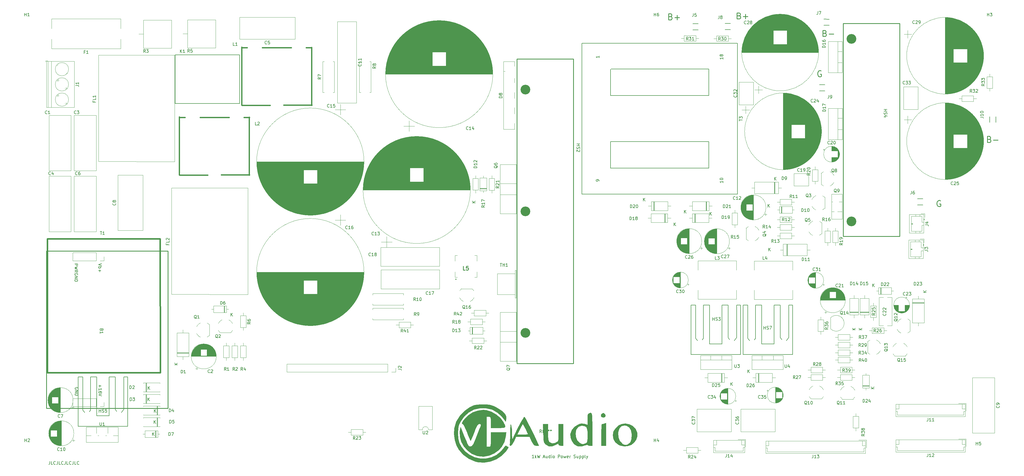
<source format=gbr>
%TF.GenerationSoftware,KiCad,Pcbnew,(5.99.0-9830-g9acf5e365a)*%
%TF.CreationDate,2021-04-09T15:36:23+02:00*%
%TF.ProjectId,Power Supply Board v2.0,506f7765-7220-4537-9570-706c7920426f,2.0*%
%TF.SameCoordinates,Original*%
%TF.FileFunction,Legend,Top*%
%TF.FilePolarity,Positive*%
%FSLAX46Y46*%
G04 Gerber Fmt 4.6, Leading zero omitted, Abs format (unit mm)*
G04 Created by KiCad (PCBNEW (5.99.0-9830-g9acf5e365a)) date 2021-04-09 15:36:23*
%MOMM*%
%LPD*%
G01*
G04 APERTURE LIST*
%ADD10C,0.150000*%
%ADD11C,0.250000*%
%ADD12C,0.254000*%
%ADD13C,0.120000*%
%ADD14C,0.177800*%
%ADD15C,0.400000*%
%ADD16C,0.500000*%
%ADD17C,0.200000*%
%ADD18C,0.100000*%
%ADD19C,3.200000*%
G04 APERTURE END LIST*
D10*
X202320380Y-225817380D02*
X201748952Y-225817380D01*
X202034666Y-225817380D02*
X202034666Y-224817380D01*
X201939428Y-224960238D01*
X201844190Y-225055476D01*
X201748952Y-225103095D01*
X202748952Y-225817380D02*
X202748952Y-224817380D01*
X202844190Y-225436428D02*
X203129904Y-225817380D01*
X203129904Y-225150714D02*
X202748952Y-225531666D01*
X203463238Y-224817380D02*
X203701333Y-225817380D01*
X203891809Y-225103095D01*
X204082285Y-225817380D01*
X204320380Y-224817380D01*
X205415619Y-225531666D02*
X205891809Y-225531666D01*
X205320380Y-225817380D02*
X205653714Y-224817380D01*
X205987047Y-225817380D01*
X206748952Y-225150714D02*
X206748952Y-225817380D01*
X206320380Y-225150714D02*
X206320380Y-225674523D01*
X206368000Y-225769761D01*
X206463238Y-225817380D01*
X206606095Y-225817380D01*
X206701333Y-225769761D01*
X206748952Y-225722142D01*
X207653714Y-225817380D02*
X207653714Y-224817380D01*
X207653714Y-225769761D02*
X207558476Y-225817380D01*
X207368000Y-225817380D01*
X207272761Y-225769761D01*
X207225142Y-225722142D01*
X207177523Y-225626904D01*
X207177523Y-225341190D01*
X207225142Y-225245952D01*
X207272761Y-225198333D01*
X207368000Y-225150714D01*
X207558476Y-225150714D01*
X207653714Y-225198333D01*
X208129904Y-225817380D02*
X208129904Y-225150714D01*
X208129904Y-224817380D02*
X208082285Y-224865000D01*
X208129904Y-224912619D01*
X208177523Y-224865000D01*
X208129904Y-224817380D01*
X208129904Y-224912619D01*
X208748952Y-225817380D02*
X208653714Y-225769761D01*
X208606095Y-225722142D01*
X208558476Y-225626904D01*
X208558476Y-225341190D01*
X208606095Y-225245952D01*
X208653714Y-225198333D01*
X208748952Y-225150714D01*
X208891809Y-225150714D01*
X208987047Y-225198333D01*
X209034666Y-225245952D01*
X209082285Y-225341190D01*
X209082285Y-225626904D01*
X209034666Y-225722142D01*
X208987047Y-225769761D01*
X208891809Y-225817380D01*
X208748952Y-225817380D01*
X210272761Y-225817380D02*
X210272761Y-224817380D01*
X210653714Y-224817380D01*
X210748952Y-224865000D01*
X210796571Y-224912619D01*
X210844190Y-225007857D01*
X210844190Y-225150714D01*
X210796571Y-225245952D01*
X210748952Y-225293571D01*
X210653714Y-225341190D01*
X210272761Y-225341190D01*
X211415619Y-225817380D02*
X211320380Y-225769761D01*
X211272761Y-225722142D01*
X211225142Y-225626904D01*
X211225142Y-225341190D01*
X211272761Y-225245952D01*
X211320380Y-225198333D01*
X211415619Y-225150714D01*
X211558476Y-225150714D01*
X211653714Y-225198333D01*
X211701333Y-225245952D01*
X211748952Y-225341190D01*
X211748952Y-225626904D01*
X211701333Y-225722142D01*
X211653714Y-225769761D01*
X211558476Y-225817380D01*
X211415619Y-225817380D01*
X212082285Y-225150714D02*
X212272761Y-225817380D01*
X212463238Y-225341190D01*
X212653714Y-225817380D01*
X212844190Y-225150714D01*
X213606095Y-225769761D02*
X213510857Y-225817380D01*
X213320380Y-225817380D01*
X213225142Y-225769761D01*
X213177523Y-225674523D01*
X213177523Y-225293571D01*
X213225142Y-225198333D01*
X213320380Y-225150714D01*
X213510857Y-225150714D01*
X213606095Y-225198333D01*
X213653714Y-225293571D01*
X213653714Y-225388809D01*
X213177523Y-225484047D01*
X214082285Y-225817380D02*
X214082285Y-225150714D01*
X214082285Y-225341190D02*
X214129904Y-225245952D01*
X214177523Y-225198333D01*
X214272761Y-225150714D01*
X214368000Y-225150714D01*
X215415619Y-225769761D02*
X215558476Y-225817380D01*
X215796571Y-225817380D01*
X215891809Y-225769761D01*
X215939428Y-225722142D01*
X215987047Y-225626904D01*
X215987047Y-225531666D01*
X215939428Y-225436428D01*
X215891809Y-225388809D01*
X215796571Y-225341190D01*
X215606095Y-225293571D01*
X215510857Y-225245952D01*
X215463238Y-225198333D01*
X215415619Y-225103095D01*
X215415619Y-225007857D01*
X215463238Y-224912619D01*
X215510857Y-224865000D01*
X215606095Y-224817380D01*
X215844190Y-224817380D01*
X215987047Y-224865000D01*
X216844190Y-225150714D02*
X216844190Y-225817380D01*
X216415619Y-225150714D02*
X216415619Y-225674523D01*
X216463238Y-225769761D01*
X216558476Y-225817380D01*
X216701333Y-225817380D01*
X216796571Y-225769761D01*
X216844190Y-225722142D01*
X217320380Y-225150714D02*
X217320380Y-226150714D01*
X217320380Y-225198333D02*
X217415619Y-225150714D01*
X217606095Y-225150714D01*
X217701333Y-225198333D01*
X217748952Y-225245952D01*
X217796571Y-225341190D01*
X217796571Y-225626904D01*
X217748952Y-225722142D01*
X217701333Y-225769761D01*
X217606095Y-225817380D01*
X217415619Y-225817380D01*
X217320380Y-225769761D01*
X218225142Y-225150714D02*
X218225142Y-226150714D01*
X218225142Y-225198333D02*
X218320380Y-225150714D01*
X218510857Y-225150714D01*
X218606095Y-225198333D01*
X218653714Y-225245952D01*
X218701333Y-225341190D01*
X218701333Y-225626904D01*
X218653714Y-225722142D01*
X218606095Y-225769761D01*
X218510857Y-225817380D01*
X218320380Y-225817380D01*
X218225142Y-225769761D01*
X219272761Y-225817380D02*
X219177523Y-225769761D01*
X219129904Y-225674523D01*
X219129904Y-224817380D01*
X219558476Y-225150714D02*
X219796571Y-225817380D01*
X220034666Y-225150714D02*
X219796571Y-225817380D01*
X219701333Y-226055476D01*
X219653714Y-226103095D01*
X219558476Y-226150714D01*
D11*
X351813761Y-121005942D02*
X352099476Y-121101180D01*
X352194714Y-121196419D01*
X352289952Y-121386895D01*
X352289952Y-121672609D01*
X352194714Y-121863085D01*
X352099476Y-121958323D01*
X351909000Y-122053561D01*
X351147095Y-122053561D01*
X351147095Y-120053561D01*
X351813761Y-120053561D01*
X352004238Y-120148800D01*
X352099476Y-120244038D01*
X352194714Y-120434514D01*
X352194714Y-120624990D01*
X352099476Y-120815466D01*
X352004238Y-120910704D01*
X351813761Y-121005942D01*
X351147095Y-121005942D01*
X353147095Y-121291657D02*
X354670904Y-121291657D01*
X335727209Y-141230800D02*
X335536733Y-141135561D01*
X335251019Y-141135561D01*
X334965304Y-141230800D01*
X334774828Y-141421276D01*
X334679590Y-141611752D01*
X334584352Y-141992704D01*
X334584352Y-142278419D01*
X334679590Y-142659371D01*
X334774828Y-142849847D01*
X334965304Y-143040323D01*
X335251019Y-143135561D01*
X335441495Y-143135561D01*
X335727209Y-143040323D01*
X335822447Y-142945085D01*
X335822447Y-142278419D01*
X335441495Y-142278419D01*
D10*
X43411952Y-226976380D02*
X43411952Y-227690666D01*
X43364333Y-227833523D01*
X43269095Y-227928761D01*
X43126238Y-227976380D01*
X43031000Y-227976380D01*
X44364333Y-227976380D02*
X43888142Y-227976380D01*
X43888142Y-226976380D01*
X45269095Y-227881142D02*
X45221476Y-227928761D01*
X45078619Y-227976380D01*
X44983380Y-227976380D01*
X44840523Y-227928761D01*
X44745285Y-227833523D01*
X44697666Y-227738285D01*
X44650047Y-227547809D01*
X44650047Y-227404952D01*
X44697666Y-227214476D01*
X44745285Y-227119238D01*
X44840523Y-227024000D01*
X44983380Y-226976380D01*
X45078619Y-226976380D01*
X45221476Y-227024000D01*
X45269095Y-227071619D01*
X45983380Y-226976380D02*
X45983380Y-227690666D01*
X45935761Y-227833523D01*
X45840523Y-227928761D01*
X45697666Y-227976380D01*
X45602428Y-227976380D01*
X46935761Y-227976380D02*
X46459571Y-227976380D01*
X46459571Y-226976380D01*
X47840523Y-227881142D02*
X47792904Y-227928761D01*
X47650047Y-227976380D01*
X47554809Y-227976380D01*
X47411952Y-227928761D01*
X47316714Y-227833523D01*
X47269095Y-227738285D01*
X47221476Y-227547809D01*
X47221476Y-227404952D01*
X47269095Y-227214476D01*
X47316714Y-227119238D01*
X47411952Y-227024000D01*
X47554809Y-226976380D01*
X47650047Y-226976380D01*
X47792904Y-227024000D01*
X47840523Y-227071619D01*
X48554809Y-226976380D02*
X48554809Y-227690666D01*
X48507190Y-227833523D01*
X48411952Y-227928761D01*
X48269095Y-227976380D01*
X48173857Y-227976380D01*
X49507190Y-227976380D02*
X49031000Y-227976380D01*
X49031000Y-226976380D01*
X50411952Y-227881142D02*
X50364333Y-227928761D01*
X50221476Y-227976380D01*
X50126238Y-227976380D01*
X49983380Y-227928761D01*
X49888142Y-227833523D01*
X49840523Y-227738285D01*
X49792904Y-227547809D01*
X49792904Y-227404952D01*
X49840523Y-227214476D01*
X49888142Y-227119238D01*
X49983380Y-227024000D01*
X50126238Y-226976380D01*
X50221476Y-226976380D01*
X50364333Y-227024000D01*
X50411952Y-227071619D01*
X51126238Y-226976380D02*
X51126238Y-227690666D01*
X51078619Y-227833523D01*
X50983380Y-227928761D01*
X50840523Y-227976380D01*
X50745285Y-227976380D01*
X52078619Y-227976380D02*
X51602428Y-227976380D01*
X51602428Y-226976380D01*
X52983380Y-227881142D02*
X52935761Y-227928761D01*
X52792904Y-227976380D01*
X52697666Y-227976380D01*
X52554809Y-227928761D01*
X52459571Y-227833523D01*
X52411952Y-227738285D01*
X52364333Y-227547809D01*
X52364333Y-227404952D01*
X52411952Y-227214476D01*
X52459571Y-227119238D01*
X52554809Y-227024000D01*
X52697666Y-226976380D01*
X52792904Y-226976380D01*
X52935761Y-227024000D01*
X52983380Y-227071619D01*
D11*
X247186961Y-80670742D02*
X247472676Y-80765980D01*
X247567914Y-80861219D01*
X247663152Y-81051695D01*
X247663152Y-81337409D01*
X247567914Y-81527885D01*
X247472676Y-81623123D01*
X247282200Y-81718361D01*
X246520295Y-81718361D01*
X246520295Y-79718361D01*
X247186961Y-79718361D01*
X247377438Y-79813600D01*
X247472676Y-79908838D01*
X247567914Y-80099314D01*
X247567914Y-80289790D01*
X247472676Y-80480266D01*
X247377438Y-80575504D01*
X247186961Y-80670742D01*
X246520295Y-80670742D01*
X248520295Y-80956457D02*
X250044104Y-80956457D01*
X249282200Y-81718361D02*
X249282200Y-80194552D01*
X296582809Y-98556000D02*
X296392333Y-98460761D01*
X296106619Y-98460761D01*
X295820904Y-98556000D01*
X295630428Y-98746476D01*
X295535190Y-98936952D01*
X295439952Y-99317904D01*
X295439952Y-99603619D01*
X295535190Y-99984571D01*
X295630428Y-100175047D01*
X295820904Y-100365523D01*
X296106619Y-100460761D01*
X296297095Y-100460761D01*
X296582809Y-100365523D01*
X296678047Y-100270285D01*
X296678047Y-99603619D01*
X296297095Y-99603619D01*
X269665961Y-80391342D02*
X269951676Y-80486580D01*
X270046914Y-80581819D01*
X270142152Y-80772295D01*
X270142152Y-81058009D01*
X270046914Y-81248485D01*
X269951676Y-81343723D01*
X269761200Y-81438961D01*
X268999295Y-81438961D01*
X268999295Y-79438961D01*
X269665961Y-79438961D01*
X269856438Y-79534200D01*
X269951676Y-79629438D01*
X270046914Y-79819914D01*
X270046914Y-80010390D01*
X269951676Y-80200866D01*
X269856438Y-80296104D01*
X269665961Y-80391342D01*
X268999295Y-80391342D01*
X270999295Y-80677057D02*
X272523104Y-80677057D01*
X271761200Y-81438961D02*
X271761200Y-79915152D01*
X297813761Y-86157142D02*
X298099476Y-86252380D01*
X298194714Y-86347619D01*
X298289952Y-86538095D01*
X298289952Y-86823809D01*
X298194714Y-87014285D01*
X298099476Y-87109523D01*
X297909000Y-87204761D01*
X297147095Y-87204761D01*
X297147095Y-85204761D01*
X297813761Y-85204761D01*
X298004238Y-85300000D01*
X298099476Y-85395238D01*
X298194714Y-85585714D01*
X298194714Y-85776190D01*
X298099476Y-85966666D01*
X298004238Y-86061904D01*
X297813761Y-86157142D01*
X297147095Y-86157142D01*
X299147095Y-86442857D02*
X300670904Y-86442857D01*
D10*
%TO.C,REF\u002A\u002A*%
X204835666Y-217570380D02*
X204502333Y-217094190D01*
X204264238Y-217570380D02*
X204264238Y-216570380D01*
X204645190Y-216570380D01*
X204740428Y-216618000D01*
X204788047Y-216665619D01*
X204835666Y-216760857D01*
X204835666Y-216903714D01*
X204788047Y-216998952D01*
X204740428Y-217046571D01*
X204645190Y-217094190D01*
X204264238Y-217094190D01*
X205264238Y-217046571D02*
X205597571Y-217046571D01*
X205740428Y-217570380D02*
X205264238Y-217570380D01*
X205264238Y-216570380D01*
X205740428Y-216570380D01*
X206502333Y-217046571D02*
X206169000Y-217046571D01*
X206169000Y-217570380D02*
X206169000Y-216570380D01*
X206645190Y-216570380D01*
X207169000Y-216570380D02*
X207169000Y-216808476D01*
X206930904Y-216713238D02*
X207169000Y-216808476D01*
X207407095Y-216713238D01*
X207026142Y-216998952D02*
X207169000Y-216808476D01*
X207311857Y-216998952D01*
X207930904Y-216570380D02*
X207930904Y-216808476D01*
X207692809Y-216713238D02*
X207930904Y-216808476D01*
X208169000Y-216713238D01*
X207788047Y-216998952D02*
X207930904Y-216808476D01*
X208073761Y-216998952D01*
%TO.C,C1*%
X42530333Y-112565142D02*
X42482714Y-112612761D01*
X42339857Y-112660380D01*
X42244619Y-112660380D01*
X42101761Y-112612761D01*
X42006523Y-112517523D01*
X41958904Y-112422285D01*
X41911285Y-112231809D01*
X41911285Y-112088952D01*
X41958904Y-111898476D01*
X42006523Y-111803238D01*
X42101761Y-111708000D01*
X42244619Y-111660380D01*
X42339857Y-111660380D01*
X42482714Y-111708000D01*
X42530333Y-111755619D01*
X43482714Y-112660380D02*
X42911285Y-112660380D01*
X43197000Y-112660380D02*
X43197000Y-111660380D01*
X43101761Y-111803238D01*
X43006523Y-111898476D01*
X42911285Y-111946095D01*
%TO.C,C2*%
X95946533Y-197731342D02*
X95898914Y-197778961D01*
X95756057Y-197826580D01*
X95660819Y-197826580D01*
X95517961Y-197778961D01*
X95422723Y-197683723D01*
X95375104Y-197588485D01*
X95327485Y-197398009D01*
X95327485Y-197255152D01*
X95375104Y-197064676D01*
X95422723Y-196969438D01*
X95517961Y-196874200D01*
X95660819Y-196826580D01*
X95756057Y-196826580D01*
X95898914Y-196874200D01*
X95946533Y-196921819D01*
X96327485Y-196921819D02*
X96375104Y-196874200D01*
X96470342Y-196826580D01*
X96708438Y-196826580D01*
X96803676Y-196874200D01*
X96851295Y-196921819D01*
X96898914Y-197017057D01*
X96898914Y-197112295D01*
X96851295Y-197255152D01*
X96279866Y-197826580D01*
X96898914Y-197826580D01*
%TO.C,C3*%
X52055333Y-112565142D02*
X52007714Y-112612761D01*
X51864857Y-112660380D01*
X51769619Y-112660380D01*
X51626761Y-112612761D01*
X51531523Y-112517523D01*
X51483904Y-112422285D01*
X51436285Y-112231809D01*
X51436285Y-112088952D01*
X51483904Y-111898476D01*
X51531523Y-111803238D01*
X51626761Y-111708000D01*
X51769619Y-111660380D01*
X51864857Y-111660380D01*
X52007714Y-111708000D01*
X52055333Y-111755619D01*
X52388666Y-111660380D02*
X53007714Y-111660380D01*
X52674380Y-112041333D01*
X52817238Y-112041333D01*
X52912476Y-112088952D01*
X52960095Y-112136571D01*
X53007714Y-112231809D01*
X53007714Y-112469904D01*
X52960095Y-112565142D01*
X52912476Y-112612761D01*
X52817238Y-112660380D01*
X52531523Y-112660380D01*
X52436285Y-112612761D01*
X52388666Y-112565142D01*
%TO.C,C4*%
X43673333Y-132631142D02*
X43625714Y-132678761D01*
X43482857Y-132726380D01*
X43387619Y-132726380D01*
X43244761Y-132678761D01*
X43149523Y-132583523D01*
X43101904Y-132488285D01*
X43054285Y-132297809D01*
X43054285Y-132154952D01*
X43101904Y-131964476D01*
X43149523Y-131869238D01*
X43244761Y-131774000D01*
X43387619Y-131726380D01*
X43482857Y-131726380D01*
X43625714Y-131774000D01*
X43673333Y-131821619D01*
X44530476Y-132059714D02*
X44530476Y-132726380D01*
X44292380Y-131678761D02*
X44054285Y-132393047D01*
X44673333Y-132393047D01*
%TO.C,C6*%
X52436333Y-132631142D02*
X52388714Y-132678761D01*
X52245857Y-132726380D01*
X52150619Y-132726380D01*
X52007761Y-132678761D01*
X51912523Y-132583523D01*
X51864904Y-132488285D01*
X51817285Y-132297809D01*
X51817285Y-132154952D01*
X51864904Y-131964476D01*
X51912523Y-131869238D01*
X52007761Y-131774000D01*
X52150619Y-131726380D01*
X52245857Y-131726380D01*
X52388714Y-131774000D01*
X52436333Y-131821619D01*
X53293476Y-131726380D02*
X53103000Y-131726380D01*
X53007761Y-131774000D01*
X52960142Y-131821619D01*
X52864904Y-131964476D01*
X52817285Y-132154952D01*
X52817285Y-132535904D01*
X52864904Y-132631142D01*
X52912523Y-132678761D01*
X53007761Y-132726380D01*
X53198238Y-132726380D01*
X53293476Y-132678761D01*
X53341095Y-132631142D01*
X53388714Y-132535904D01*
X53388714Y-132297809D01*
X53341095Y-132202571D01*
X53293476Y-132154952D01*
X53198238Y-132107333D01*
X53007761Y-132107333D01*
X52912523Y-132154952D01*
X52864904Y-132202571D01*
X52817285Y-132297809D01*
%TO.C,C7*%
X46749333Y-212430142D02*
X46701714Y-212477761D01*
X46558857Y-212525380D01*
X46463619Y-212525380D01*
X46320761Y-212477761D01*
X46225523Y-212382523D01*
X46177904Y-212287285D01*
X46130285Y-212096809D01*
X46130285Y-211953952D01*
X46177904Y-211763476D01*
X46225523Y-211668238D01*
X46320761Y-211573000D01*
X46463619Y-211525380D01*
X46558857Y-211525380D01*
X46701714Y-211573000D01*
X46749333Y-211620619D01*
X47082666Y-211525380D02*
X47749333Y-211525380D01*
X47320761Y-212525380D01*
%TO.C,C8*%
X64982142Y-142085666D02*
X65029761Y-142133285D01*
X65077380Y-142276142D01*
X65077380Y-142371380D01*
X65029761Y-142514238D01*
X64934523Y-142609476D01*
X64839285Y-142657095D01*
X64648809Y-142704714D01*
X64505952Y-142704714D01*
X64315476Y-142657095D01*
X64220238Y-142609476D01*
X64125000Y-142514238D01*
X64077380Y-142371380D01*
X64077380Y-142276142D01*
X64125000Y-142133285D01*
X64172619Y-142085666D01*
X64505952Y-141514238D02*
X64458333Y-141609476D01*
X64410714Y-141657095D01*
X64315476Y-141704714D01*
X64267857Y-141704714D01*
X64172619Y-141657095D01*
X64125000Y-141609476D01*
X64077380Y-141514238D01*
X64077380Y-141323761D01*
X64125000Y-141228523D01*
X64172619Y-141180904D01*
X64267857Y-141133285D01*
X64315476Y-141133285D01*
X64410714Y-141180904D01*
X64458333Y-141228523D01*
X64505952Y-141323761D01*
X64505952Y-141514238D01*
X64553571Y-141609476D01*
X64601190Y-141657095D01*
X64696428Y-141704714D01*
X64886904Y-141704714D01*
X64982142Y-141657095D01*
X65029761Y-141609476D01*
X65077380Y-141514238D01*
X65077380Y-141323761D01*
X65029761Y-141228523D01*
X64982142Y-141180904D01*
X64886904Y-141133285D01*
X64696428Y-141133285D01*
X64601190Y-141180904D01*
X64553571Y-141228523D01*
X64505952Y-141323761D01*
%TO.C,C9*%
X355016142Y-208722666D02*
X355063761Y-208770285D01*
X355111380Y-208913142D01*
X355111380Y-209008380D01*
X355063761Y-209151238D01*
X354968523Y-209246476D01*
X354873285Y-209294095D01*
X354682809Y-209341714D01*
X354539952Y-209341714D01*
X354349476Y-209294095D01*
X354254238Y-209246476D01*
X354159000Y-209151238D01*
X354111380Y-209008380D01*
X354111380Y-208913142D01*
X354159000Y-208770285D01*
X354206619Y-208722666D01*
X355111380Y-208246476D02*
X355111380Y-208056000D01*
X355063761Y-207960761D01*
X355016142Y-207913142D01*
X354873285Y-207817904D01*
X354682809Y-207770285D01*
X354301857Y-207770285D01*
X354206619Y-207817904D01*
X354159000Y-207865523D01*
X354111380Y-207960761D01*
X354111380Y-208151238D01*
X354159000Y-208246476D01*
X354206619Y-208294095D01*
X354301857Y-208341714D01*
X354539952Y-208341714D01*
X354635190Y-208294095D01*
X354682809Y-208246476D01*
X354730428Y-208151238D01*
X354730428Y-207960761D01*
X354682809Y-207865523D01*
X354635190Y-207817904D01*
X354539952Y-207770285D01*
%TO.C,C10*%
X46539142Y-223352142D02*
X46491523Y-223399761D01*
X46348666Y-223447380D01*
X46253428Y-223447380D01*
X46110571Y-223399761D01*
X46015333Y-223304523D01*
X45967714Y-223209285D01*
X45920095Y-223018809D01*
X45920095Y-222875952D01*
X45967714Y-222685476D01*
X46015333Y-222590238D01*
X46110571Y-222495000D01*
X46253428Y-222447380D01*
X46348666Y-222447380D01*
X46491523Y-222495000D01*
X46539142Y-222542619D01*
X47491523Y-223447380D02*
X46920095Y-223447380D01*
X47205809Y-223447380D02*
X47205809Y-222447380D01*
X47110571Y-222590238D01*
X47015333Y-222685476D01*
X46920095Y-222733095D01*
X48110571Y-222447380D02*
X48205809Y-222447380D01*
X48301047Y-222495000D01*
X48348666Y-222542619D01*
X48396285Y-222637857D01*
X48443904Y-222828333D01*
X48443904Y-223066428D01*
X48396285Y-223256904D01*
X48348666Y-223352142D01*
X48301047Y-223399761D01*
X48205809Y-223447380D01*
X48110571Y-223447380D01*
X48015333Y-223399761D01*
X47967714Y-223352142D01*
X47920095Y-223256904D01*
X47872476Y-223066428D01*
X47872476Y-222828333D01*
X47920095Y-222637857D01*
X47967714Y-222542619D01*
X48015333Y-222495000D01*
X48110571Y-222447380D01*
%TO.C,C11*%
X145551342Y-96364057D02*
X145598961Y-96411676D01*
X145646580Y-96554533D01*
X145646580Y-96649771D01*
X145598961Y-96792628D01*
X145503723Y-96887866D01*
X145408485Y-96935485D01*
X145218009Y-96983104D01*
X145075152Y-96983104D01*
X144884676Y-96935485D01*
X144789438Y-96887866D01*
X144694200Y-96792628D01*
X144646580Y-96649771D01*
X144646580Y-96554533D01*
X144694200Y-96411676D01*
X144741819Y-96364057D01*
X145646580Y-95411676D02*
X145646580Y-95983104D01*
X145646580Y-95697390D02*
X144646580Y-95697390D01*
X144789438Y-95792628D01*
X144884676Y-95887866D01*
X144932295Y-95983104D01*
X145646580Y-94459295D02*
X145646580Y-95030723D01*
X145646580Y-94745009D02*
X144646580Y-94745009D01*
X144789438Y-94840247D01*
X144884676Y-94935485D01*
X144932295Y-95030723D01*
%TO.C,C12*%
X268368142Y-140759142D02*
X268320523Y-140806761D01*
X268177666Y-140854380D01*
X268082428Y-140854380D01*
X267939571Y-140806761D01*
X267844333Y-140711523D01*
X267796714Y-140616285D01*
X267749095Y-140425809D01*
X267749095Y-140282952D01*
X267796714Y-140092476D01*
X267844333Y-139997238D01*
X267939571Y-139902000D01*
X268082428Y-139854380D01*
X268177666Y-139854380D01*
X268320523Y-139902000D01*
X268368142Y-139949619D01*
X269320523Y-140854380D02*
X268749095Y-140854380D01*
X269034809Y-140854380D02*
X269034809Y-139854380D01*
X268939571Y-139997238D01*
X268844333Y-140092476D01*
X268749095Y-140140095D01*
X269701476Y-139949619D02*
X269749095Y-139902000D01*
X269844333Y-139854380D01*
X270082428Y-139854380D01*
X270177666Y-139902000D01*
X270225285Y-139949619D01*
X270272904Y-140044857D01*
X270272904Y-140140095D01*
X270225285Y-140282952D01*
X269653857Y-140854380D01*
X270272904Y-140854380D01*
%TO.C,C13*%
X149750142Y-152443142D02*
X149702523Y-152490761D01*
X149559666Y-152538380D01*
X149464428Y-152538380D01*
X149321571Y-152490761D01*
X149226333Y-152395523D01*
X149178714Y-152300285D01*
X149131095Y-152109809D01*
X149131095Y-151966952D01*
X149178714Y-151776476D01*
X149226333Y-151681238D01*
X149321571Y-151586000D01*
X149464428Y-151538380D01*
X149559666Y-151538380D01*
X149702523Y-151586000D01*
X149750142Y-151633619D01*
X150702523Y-152538380D02*
X150131095Y-152538380D01*
X150416809Y-152538380D02*
X150416809Y-151538380D01*
X150321571Y-151681238D01*
X150226333Y-151776476D01*
X150131095Y-151824095D01*
X151035857Y-151538380D02*
X151654904Y-151538380D01*
X151321571Y-151919333D01*
X151464428Y-151919333D01*
X151559666Y-151966952D01*
X151607285Y-152014571D01*
X151654904Y-152109809D01*
X151654904Y-152347904D01*
X151607285Y-152443142D01*
X151559666Y-152490761D01*
X151464428Y-152538380D01*
X151178714Y-152538380D01*
X151083476Y-152490761D01*
X151035857Y-152443142D01*
%TO.C,C14*%
X180738142Y-117772142D02*
X180690523Y-117819761D01*
X180547666Y-117867380D01*
X180452428Y-117867380D01*
X180309571Y-117819761D01*
X180214333Y-117724523D01*
X180166714Y-117629285D01*
X180119095Y-117438809D01*
X180119095Y-117295952D01*
X180166714Y-117105476D01*
X180214333Y-117010238D01*
X180309571Y-116915000D01*
X180452428Y-116867380D01*
X180547666Y-116867380D01*
X180690523Y-116915000D01*
X180738142Y-116962619D01*
X181690523Y-117867380D02*
X181119095Y-117867380D01*
X181404809Y-117867380D02*
X181404809Y-116867380D01*
X181309571Y-117010238D01*
X181214333Y-117105476D01*
X181119095Y-117153095D01*
X182547666Y-117200714D02*
X182547666Y-117867380D01*
X182309571Y-116819761D02*
X182071476Y-117534047D01*
X182690523Y-117534047D01*
%TO.C,C15*%
X135145142Y-110406142D02*
X135097523Y-110453761D01*
X134954666Y-110501380D01*
X134859428Y-110501380D01*
X134716571Y-110453761D01*
X134621333Y-110358523D01*
X134573714Y-110263285D01*
X134526095Y-110072809D01*
X134526095Y-109929952D01*
X134573714Y-109739476D01*
X134621333Y-109644238D01*
X134716571Y-109549000D01*
X134859428Y-109501380D01*
X134954666Y-109501380D01*
X135097523Y-109549000D01*
X135145142Y-109596619D01*
X136097523Y-110501380D02*
X135526095Y-110501380D01*
X135811809Y-110501380D02*
X135811809Y-109501380D01*
X135716571Y-109644238D01*
X135621333Y-109739476D01*
X135526095Y-109787095D01*
X137002285Y-109501380D02*
X136526095Y-109501380D01*
X136478476Y-109977571D01*
X136526095Y-109929952D01*
X136621333Y-109882333D01*
X136859428Y-109882333D01*
X136954666Y-109929952D01*
X137002285Y-109977571D01*
X137049904Y-110072809D01*
X137049904Y-110310904D01*
X137002285Y-110406142D01*
X136954666Y-110453761D01*
X136859428Y-110501380D01*
X136621333Y-110501380D01*
X136526095Y-110453761D01*
X136478476Y-110406142D01*
%TO.C,C16*%
X141114142Y-150411142D02*
X141066523Y-150458761D01*
X140923666Y-150506380D01*
X140828428Y-150506380D01*
X140685571Y-150458761D01*
X140590333Y-150363523D01*
X140542714Y-150268285D01*
X140495095Y-150077809D01*
X140495095Y-149934952D01*
X140542714Y-149744476D01*
X140590333Y-149649238D01*
X140685571Y-149554000D01*
X140828428Y-149506380D01*
X140923666Y-149506380D01*
X141066523Y-149554000D01*
X141114142Y-149601619D01*
X142066523Y-150506380D02*
X141495095Y-150506380D01*
X141780809Y-150506380D02*
X141780809Y-149506380D01*
X141685571Y-149649238D01*
X141590333Y-149744476D01*
X141495095Y-149792095D01*
X142923666Y-149506380D02*
X142733190Y-149506380D01*
X142637952Y-149554000D01*
X142590333Y-149601619D01*
X142495095Y-149744476D01*
X142447476Y-149934952D01*
X142447476Y-150315904D01*
X142495095Y-150411142D01*
X142542714Y-150458761D01*
X142637952Y-150506380D01*
X142828428Y-150506380D01*
X142923666Y-150458761D01*
X142971285Y-150411142D01*
X143018904Y-150315904D01*
X143018904Y-150077809D01*
X142971285Y-149982571D01*
X142923666Y-149934952D01*
X142828428Y-149887333D01*
X142637952Y-149887333D01*
X142542714Y-149934952D01*
X142495095Y-149982571D01*
X142447476Y-150077809D01*
%TO.C,C17*%
X167530142Y-172001142D02*
X167482523Y-172048761D01*
X167339666Y-172096380D01*
X167244428Y-172096380D01*
X167101571Y-172048761D01*
X167006333Y-171953523D01*
X166958714Y-171858285D01*
X166911095Y-171667809D01*
X166911095Y-171524952D01*
X166958714Y-171334476D01*
X167006333Y-171239238D01*
X167101571Y-171144000D01*
X167244428Y-171096380D01*
X167339666Y-171096380D01*
X167482523Y-171144000D01*
X167530142Y-171191619D01*
X168482523Y-172096380D02*
X167911095Y-172096380D01*
X168196809Y-172096380D02*
X168196809Y-171096380D01*
X168101571Y-171239238D01*
X168006333Y-171334476D01*
X167911095Y-171382095D01*
X168815857Y-171096380D02*
X169482523Y-171096380D01*
X169053952Y-172096380D01*
%TO.C,C18*%
X148734142Y-159301142D02*
X148686523Y-159348761D01*
X148543666Y-159396380D01*
X148448428Y-159396380D01*
X148305571Y-159348761D01*
X148210333Y-159253523D01*
X148162714Y-159158285D01*
X148115095Y-158967809D01*
X148115095Y-158824952D01*
X148162714Y-158634476D01*
X148210333Y-158539238D01*
X148305571Y-158444000D01*
X148448428Y-158396380D01*
X148543666Y-158396380D01*
X148686523Y-158444000D01*
X148734142Y-158491619D01*
X149686523Y-159396380D02*
X149115095Y-159396380D01*
X149400809Y-159396380D02*
X149400809Y-158396380D01*
X149305571Y-158539238D01*
X149210333Y-158634476D01*
X149115095Y-158682095D01*
X150257952Y-158824952D02*
X150162714Y-158777333D01*
X150115095Y-158729714D01*
X150067476Y-158634476D01*
X150067476Y-158586857D01*
X150115095Y-158491619D01*
X150162714Y-158444000D01*
X150257952Y-158396380D01*
X150448428Y-158396380D01*
X150543666Y-158444000D01*
X150591285Y-158491619D01*
X150638904Y-158586857D01*
X150638904Y-158634476D01*
X150591285Y-158729714D01*
X150543666Y-158777333D01*
X150448428Y-158824952D01*
X150257952Y-158824952D01*
X150162714Y-158872571D01*
X150115095Y-158920190D01*
X150067476Y-159015428D01*
X150067476Y-159205904D01*
X150115095Y-159301142D01*
X150162714Y-159348761D01*
X150257952Y-159396380D01*
X150448428Y-159396380D01*
X150543666Y-159348761D01*
X150591285Y-159301142D01*
X150638904Y-159205904D01*
X150638904Y-159015428D01*
X150591285Y-158920190D01*
X150543666Y-158872571D01*
X150448428Y-158824952D01*
%TO.C,C19*%
X289450142Y-131513142D02*
X289402523Y-131560761D01*
X289259666Y-131608380D01*
X289164428Y-131608380D01*
X289021571Y-131560761D01*
X288926333Y-131465523D01*
X288878714Y-131370285D01*
X288831095Y-131179809D01*
X288831095Y-131036952D01*
X288878714Y-130846476D01*
X288926333Y-130751238D01*
X289021571Y-130656000D01*
X289164428Y-130608380D01*
X289259666Y-130608380D01*
X289402523Y-130656000D01*
X289450142Y-130703619D01*
X290402523Y-131608380D02*
X289831095Y-131608380D01*
X290116809Y-131608380D02*
X290116809Y-130608380D01*
X290021571Y-130751238D01*
X289926333Y-130846476D01*
X289831095Y-130894095D01*
X290878714Y-131608380D02*
X291069190Y-131608380D01*
X291164428Y-131560761D01*
X291212047Y-131513142D01*
X291307285Y-131370285D01*
X291354904Y-131179809D01*
X291354904Y-130798857D01*
X291307285Y-130703619D01*
X291259666Y-130656000D01*
X291164428Y-130608380D01*
X290973952Y-130608380D01*
X290878714Y-130656000D01*
X290831095Y-130703619D01*
X290783476Y-130798857D01*
X290783476Y-131036952D01*
X290831095Y-131132190D01*
X290878714Y-131179809D01*
X290973952Y-131227428D01*
X291164428Y-131227428D01*
X291259666Y-131179809D01*
X291307285Y-131132190D01*
X291354904Y-131036952D01*
%TO.C,C20*%
X299401030Y-122531142D02*
X299353411Y-122578761D01*
X299210554Y-122626380D01*
X299115316Y-122626380D01*
X298972459Y-122578761D01*
X298877221Y-122483523D01*
X298829602Y-122388285D01*
X298781983Y-122197809D01*
X298781983Y-122054952D01*
X298829602Y-121864476D01*
X298877221Y-121769238D01*
X298972459Y-121674000D01*
X299115316Y-121626380D01*
X299210554Y-121626380D01*
X299353411Y-121674000D01*
X299401030Y-121721619D01*
X299781983Y-121721619D02*
X299829602Y-121674000D01*
X299924840Y-121626380D01*
X300162935Y-121626380D01*
X300258173Y-121674000D01*
X300305792Y-121721619D01*
X300353411Y-121816857D01*
X300353411Y-121912095D01*
X300305792Y-122054952D01*
X299734364Y-122626380D01*
X300353411Y-122626380D01*
X300972459Y-121626380D02*
X301067697Y-121626380D01*
X301162935Y-121674000D01*
X301210554Y-121721619D01*
X301258173Y-121816857D01*
X301305792Y-122007333D01*
X301305792Y-122245428D01*
X301258173Y-122435904D01*
X301210554Y-122531142D01*
X301162935Y-122578761D01*
X301067697Y-122626380D01*
X300972459Y-122626380D01*
X300877221Y-122578761D01*
X300829602Y-122531142D01*
X300781983Y-122435904D01*
X300734364Y-122245428D01*
X300734364Y-122007333D01*
X300781983Y-121816857D01*
X300829602Y-121721619D01*
X300877221Y-121674000D01*
X300972459Y-121626380D01*
%TO.C,C21*%
X302046142Y-169511942D02*
X301998523Y-169559561D01*
X301855666Y-169607180D01*
X301760428Y-169607180D01*
X301617571Y-169559561D01*
X301522333Y-169464323D01*
X301474714Y-169369085D01*
X301427095Y-169178609D01*
X301427095Y-169035752D01*
X301474714Y-168845276D01*
X301522333Y-168750038D01*
X301617571Y-168654800D01*
X301760428Y-168607180D01*
X301855666Y-168607180D01*
X301998523Y-168654800D01*
X302046142Y-168702419D01*
X302427095Y-168702419D02*
X302474714Y-168654800D01*
X302569952Y-168607180D01*
X302808047Y-168607180D01*
X302903285Y-168654800D01*
X302950904Y-168702419D01*
X302998523Y-168797657D01*
X302998523Y-168892895D01*
X302950904Y-169035752D01*
X302379476Y-169607180D01*
X302998523Y-169607180D01*
X303950904Y-169607180D02*
X303379476Y-169607180D01*
X303665190Y-169607180D02*
X303665190Y-168607180D01*
X303569952Y-168750038D01*
X303474714Y-168845276D01*
X303379476Y-168892895D01*
%TO.C,C22*%
X317799872Y-178382857D02*
X317847491Y-178430476D01*
X317895110Y-178573333D01*
X317895110Y-178668571D01*
X317847491Y-178811428D01*
X317752253Y-178906666D01*
X317657015Y-178954285D01*
X317466539Y-179001904D01*
X317323682Y-179001904D01*
X317133206Y-178954285D01*
X317037968Y-178906666D01*
X316942730Y-178811428D01*
X316895110Y-178668571D01*
X316895110Y-178573333D01*
X316942730Y-178430476D01*
X316990349Y-178382857D01*
X316990349Y-178001904D02*
X316942730Y-177954285D01*
X316895110Y-177859047D01*
X316895110Y-177620952D01*
X316942730Y-177525714D01*
X316990349Y-177478095D01*
X317085587Y-177430476D01*
X317180825Y-177430476D01*
X317323682Y-177478095D01*
X317895110Y-178049523D01*
X317895110Y-177430476D01*
X316990349Y-177049523D02*
X316942730Y-177001904D01*
X316895110Y-176906666D01*
X316895110Y-176668571D01*
X316942730Y-176573333D01*
X316990349Y-176525714D01*
X317085587Y-176478095D01*
X317180825Y-176478095D01*
X317323682Y-176525714D01*
X317895110Y-177097142D01*
X317895110Y-176478095D01*
%TO.C,C23*%
X324165872Y-172255142D02*
X324118253Y-172302761D01*
X323975396Y-172350380D01*
X323880158Y-172350380D01*
X323737301Y-172302761D01*
X323642063Y-172207523D01*
X323594444Y-172112285D01*
X323546825Y-171921809D01*
X323546825Y-171778952D01*
X323594444Y-171588476D01*
X323642063Y-171493238D01*
X323737301Y-171398000D01*
X323880158Y-171350380D01*
X323975396Y-171350380D01*
X324118253Y-171398000D01*
X324165872Y-171445619D01*
X324546825Y-171445619D02*
X324594444Y-171398000D01*
X324689682Y-171350380D01*
X324927777Y-171350380D01*
X325023015Y-171398000D01*
X325070634Y-171445619D01*
X325118253Y-171540857D01*
X325118253Y-171636095D01*
X325070634Y-171778952D01*
X324499206Y-172350380D01*
X325118253Y-172350380D01*
X325451587Y-171350380D02*
X326070634Y-171350380D01*
X325737301Y-171731333D01*
X325880158Y-171731333D01*
X325975396Y-171778952D01*
X326023015Y-171826571D01*
X326070634Y-171921809D01*
X326070634Y-172159904D01*
X326023015Y-172255142D01*
X325975396Y-172302761D01*
X325880158Y-172350380D01*
X325594444Y-172350380D01*
X325499206Y-172302761D01*
X325451587Y-172255142D01*
%TO.C,C24*%
X293892742Y-108755142D02*
X293845123Y-108802761D01*
X293702266Y-108850380D01*
X293607028Y-108850380D01*
X293464171Y-108802761D01*
X293368933Y-108707523D01*
X293321314Y-108612285D01*
X293273695Y-108421809D01*
X293273695Y-108278952D01*
X293321314Y-108088476D01*
X293368933Y-107993238D01*
X293464171Y-107898000D01*
X293607028Y-107850380D01*
X293702266Y-107850380D01*
X293845123Y-107898000D01*
X293892742Y-107945619D01*
X294273695Y-107945619D02*
X294321314Y-107898000D01*
X294416552Y-107850380D01*
X294654647Y-107850380D01*
X294749885Y-107898000D01*
X294797504Y-107945619D01*
X294845123Y-108040857D01*
X294845123Y-108136095D01*
X294797504Y-108278952D01*
X294226076Y-108850380D01*
X294845123Y-108850380D01*
X295702266Y-108183714D02*
X295702266Y-108850380D01*
X295464171Y-107802761D02*
X295226076Y-108517047D01*
X295845123Y-108517047D01*
%TO.C,C25*%
X339866742Y-135907742D02*
X339819123Y-135955361D01*
X339676266Y-136002980D01*
X339581028Y-136002980D01*
X339438171Y-135955361D01*
X339342933Y-135860123D01*
X339295314Y-135764885D01*
X339247695Y-135574409D01*
X339247695Y-135431552D01*
X339295314Y-135241076D01*
X339342933Y-135145838D01*
X339438171Y-135050600D01*
X339581028Y-135002980D01*
X339676266Y-135002980D01*
X339819123Y-135050600D01*
X339866742Y-135098219D01*
X340247695Y-135098219D02*
X340295314Y-135050600D01*
X340390552Y-135002980D01*
X340628647Y-135002980D01*
X340723885Y-135050600D01*
X340771504Y-135098219D01*
X340819123Y-135193457D01*
X340819123Y-135288695D01*
X340771504Y-135431552D01*
X340200076Y-136002980D01*
X340819123Y-136002980D01*
X341723885Y-135002980D02*
X341247695Y-135002980D01*
X341200076Y-135479171D01*
X341247695Y-135431552D01*
X341342933Y-135383933D01*
X341581028Y-135383933D01*
X341676266Y-135431552D01*
X341723885Y-135479171D01*
X341771504Y-135574409D01*
X341771504Y-135812504D01*
X341723885Y-135907742D01*
X341676266Y-135955361D01*
X341581028Y-136002980D01*
X341342933Y-136002980D01*
X341247695Y-135955361D01*
X341200076Y-135907742D01*
%TO.C,C26*%
X252648142Y-160131542D02*
X252600523Y-160179161D01*
X252457666Y-160226780D01*
X252362428Y-160226780D01*
X252219571Y-160179161D01*
X252124333Y-160083923D01*
X252076714Y-159988685D01*
X252029095Y-159798209D01*
X252029095Y-159655352D01*
X252076714Y-159464876D01*
X252124333Y-159369638D01*
X252219571Y-159274400D01*
X252362428Y-159226780D01*
X252457666Y-159226780D01*
X252600523Y-159274400D01*
X252648142Y-159322019D01*
X253029095Y-159322019D02*
X253076714Y-159274400D01*
X253171952Y-159226780D01*
X253410047Y-159226780D01*
X253505285Y-159274400D01*
X253552904Y-159322019D01*
X253600523Y-159417257D01*
X253600523Y-159512495D01*
X253552904Y-159655352D01*
X252981476Y-160226780D01*
X253600523Y-160226780D01*
X254457666Y-159226780D02*
X254267190Y-159226780D01*
X254171952Y-159274400D01*
X254124333Y-159322019D01*
X254029095Y-159464876D01*
X253981476Y-159655352D01*
X253981476Y-160036304D01*
X254029095Y-160131542D01*
X254076714Y-160179161D01*
X254171952Y-160226780D01*
X254362428Y-160226780D01*
X254457666Y-160179161D01*
X254505285Y-160131542D01*
X254552904Y-160036304D01*
X254552904Y-159798209D01*
X254505285Y-159702971D01*
X254457666Y-159655352D01*
X254362428Y-159607733D01*
X254171952Y-159607733D01*
X254076714Y-159655352D01*
X254029095Y-159702971D01*
X253981476Y-159798209D01*
%TO.C,C27*%
X264454142Y-159961542D02*
X264406523Y-160009161D01*
X264263666Y-160056780D01*
X264168428Y-160056780D01*
X264025571Y-160009161D01*
X263930333Y-159913923D01*
X263882714Y-159818685D01*
X263835095Y-159628209D01*
X263835095Y-159485352D01*
X263882714Y-159294876D01*
X263930333Y-159199638D01*
X264025571Y-159104400D01*
X264168428Y-159056780D01*
X264263666Y-159056780D01*
X264406523Y-159104400D01*
X264454142Y-159152019D01*
X264835095Y-159152019D02*
X264882714Y-159104400D01*
X264977952Y-159056780D01*
X265216047Y-159056780D01*
X265311285Y-159104400D01*
X265358904Y-159152019D01*
X265406523Y-159247257D01*
X265406523Y-159342495D01*
X265358904Y-159485352D01*
X264787476Y-160056780D01*
X265406523Y-160056780D01*
X265739857Y-159056780D02*
X266406523Y-159056780D01*
X265977952Y-160056780D01*
%TO.C,C28*%
X271972542Y-83024942D02*
X271924923Y-83072561D01*
X271782066Y-83120180D01*
X271686828Y-83120180D01*
X271543971Y-83072561D01*
X271448733Y-82977323D01*
X271401114Y-82882085D01*
X271353495Y-82691609D01*
X271353495Y-82548752D01*
X271401114Y-82358276D01*
X271448733Y-82263038D01*
X271543971Y-82167800D01*
X271686828Y-82120180D01*
X271782066Y-82120180D01*
X271924923Y-82167800D01*
X271972542Y-82215419D01*
X272353495Y-82215419D02*
X272401114Y-82167800D01*
X272496352Y-82120180D01*
X272734447Y-82120180D01*
X272829685Y-82167800D01*
X272877304Y-82215419D01*
X272924923Y-82310657D01*
X272924923Y-82405895D01*
X272877304Y-82548752D01*
X272305876Y-83120180D01*
X272924923Y-83120180D01*
X273496352Y-82548752D02*
X273401114Y-82501133D01*
X273353495Y-82453514D01*
X273305876Y-82358276D01*
X273305876Y-82310657D01*
X273353495Y-82215419D01*
X273401114Y-82167800D01*
X273496352Y-82120180D01*
X273686828Y-82120180D01*
X273782066Y-82167800D01*
X273829685Y-82215419D01*
X273877304Y-82310657D01*
X273877304Y-82358276D01*
X273829685Y-82453514D01*
X273782066Y-82501133D01*
X273686828Y-82548752D01*
X273496352Y-82548752D01*
X273401114Y-82596371D01*
X273353495Y-82643990D01*
X273305876Y-82739228D01*
X273305876Y-82929704D01*
X273353495Y-83024942D01*
X273401114Y-83072561D01*
X273496352Y-83120180D01*
X273686828Y-83120180D01*
X273782066Y-83072561D01*
X273829685Y-83024942D01*
X273877304Y-82929704D01*
X273877304Y-82739228D01*
X273829685Y-82643990D01*
X273782066Y-82596371D01*
X273686828Y-82548752D01*
%TO.C,C29*%
X327266142Y-82913142D02*
X327218523Y-82960761D01*
X327075666Y-83008380D01*
X326980428Y-83008380D01*
X326837571Y-82960761D01*
X326742333Y-82865523D01*
X326694714Y-82770285D01*
X326647095Y-82579809D01*
X326647095Y-82436952D01*
X326694714Y-82246476D01*
X326742333Y-82151238D01*
X326837571Y-82056000D01*
X326980428Y-82008380D01*
X327075666Y-82008380D01*
X327218523Y-82056000D01*
X327266142Y-82103619D01*
X327647095Y-82103619D02*
X327694714Y-82056000D01*
X327789952Y-82008380D01*
X328028047Y-82008380D01*
X328123285Y-82056000D01*
X328170904Y-82103619D01*
X328218523Y-82198857D01*
X328218523Y-82294095D01*
X328170904Y-82436952D01*
X327599476Y-83008380D01*
X328218523Y-83008380D01*
X328694714Y-83008380D02*
X328885190Y-83008380D01*
X328980428Y-82960761D01*
X329028047Y-82913142D01*
X329123285Y-82770285D01*
X329170904Y-82579809D01*
X329170904Y-82198857D01*
X329123285Y-82103619D01*
X329075666Y-82056000D01*
X328980428Y-82008380D01*
X328789952Y-82008380D01*
X328694714Y-82056000D01*
X328647095Y-82103619D01*
X328599476Y-82198857D01*
X328599476Y-82436952D01*
X328647095Y-82532190D01*
X328694714Y-82579809D01*
X328789952Y-82627428D01*
X328980428Y-82627428D01*
X329075666Y-82579809D01*
X329123285Y-82532190D01*
X329170904Y-82436952D01*
%TO.C,C30*%
X249744542Y-171433142D02*
X249696923Y-171480761D01*
X249554066Y-171528380D01*
X249458828Y-171528380D01*
X249315971Y-171480761D01*
X249220733Y-171385523D01*
X249173114Y-171290285D01*
X249125495Y-171099809D01*
X249125495Y-170956952D01*
X249173114Y-170766476D01*
X249220733Y-170671238D01*
X249315971Y-170576000D01*
X249458828Y-170528380D01*
X249554066Y-170528380D01*
X249696923Y-170576000D01*
X249744542Y-170623619D01*
X250077876Y-170528380D02*
X250696923Y-170528380D01*
X250363590Y-170909333D01*
X250506447Y-170909333D01*
X250601685Y-170956952D01*
X250649304Y-171004571D01*
X250696923Y-171099809D01*
X250696923Y-171337904D01*
X250649304Y-171433142D01*
X250601685Y-171480761D01*
X250506447Y-171528380D01*
X250220733Y-171528380D01*
X250125495Y-171480761D01*
X250077876Y-171433142D01*
X251315971Y-170528380D02*
X251411209Y-170528380D01*
X251506447Y-170576000D01*
X251554066Y-170623619D01*
X251601685Y-170718857D01*
X251649304Y-170909333D01*
X251649304Y-171147428D01*
X251601685Y-171337904D01*
X251554066Y-171433142D01*
X251506447Y-171480761D01*
X251411209Y-171528380D01*
X251315971Y-171528380D01*
X251220733Y-171480761D01*
X251173114Y-171433142D01*
X251125495Y-171337904D01*
X251077876Y-171147428D01*
X251077876Y-170909333D01*
X251125495Y-170718857D01*
X251173114Y-170623619D01*
X251220733Y-170576000D01*
X251315971Y-170528380D01*
%TO.C,C31*%
X294527742Y-164177942D02*
X294480123Y-164225561D01*
X294337266Y-164273180D01*
X294242028Y-164273180D01*
X294099171Y-164225561D01*
X294003933Y-164130323D01*
X293956314Y-164035085D01*
X293908695Y-163844609D01*
X293908695Y-163701752D01*
X293956314Y-163511276D01*
X294003933Y-163416038D01*
X294099171Y-163320800D01*
X294242028Y-163273180D01*
X294337266Y-163273180D01*
X294480123Y-163320800D01*
X294527742Y-163368419D01*
X294861076Y-163273180D02*
X295480123Y-163273180D01*
X295146790Y-163654133D01*
X295289647Y-163654133D01*
X295384885Y-163701752D01*
X295432504Y-163749371D01*
X295480123Y-163844609D01*
X295480123Y-164082704D01*
X295432504Y-164177942D01*
X295384885Y-164225561D01*
X295289647Y-164273180D01*
X295003933Y-164273180D01*
X294908695Y-164225561D01*
X294861076Y-164177942D01*
X296432504Y-164273180D02*
X295861076Y-164273180D01*
X296146790Y-164273180D02*
X296146790Y-163273180D01*
X296051552Y-163416038D01*
X295956314Y-163511276D01*
X295861076Y-163558895D01*
%TO.C,C32*%
X268837542Y-106577057D02*
X268885161Y-106624676D01*
X268932780Y-106767533D01*
X268932780Y-106862771D01*
X268885161Y-107005628D01*
X268789923Y-107100866D01*
X268694685Y-107148485D01*
X268504209Y-107196104D01*
X268361352Y-107196104D01*
X268170876Y-107148485D01*
X268075638Y-107100866D01*
X267980400Y-107005628D01*
X267932780Y-106862771D01*
X267932780Y-106767533D01*
X267980400Y-106624676D01*
X268028019Y-106577057D01*
X267932780Y-106243723D02*
X267932780Y-105624676D01*
X268313733Y-105958009D01*
X268313733Y-105815152D01*
X268361352Y-105719914D01*
X268408971Y-105672295D01*
X268504209Y-105624676D01*
X268742304Y-105624676D01*
X268837542Y-105672295D01*
X268885161Y-105719914D01*
X268932780Y-105815152D01*
X268932780Y-106100866D01*
X268885161Y-106196104D01*
X268837542Y-106243723D01*
X268028019Y-105243723D02*
X267980400Y-105196104D01*
X267932780Y-105100866D01*
X267932780Y-104862771D01*
X267980400Y-104767533D01*
X268028019Y-104719914D01*
X268123257Y-104672295D01*
X268218495Y-104672295D01*
X268361352Y-104719914D01*
X268932780Y-105291342D01*
X268932780Y-104672295D01*
%TO.C,C33*%
X324067942Y-102811542D02*
X324020323Y-102859161D01*
X323877466Y-102906780D01*
X323782228Y-102906780D01*
X323639371Y-102859161D01*
X323544133Y-102763923D01*
X323496514Y-102668685D01*
X323448895Y-102478209D01*
X323448895Y-102335352D01*
X323496514Y-102144876D01*
X323544133Y-102049638D01*
X323639371Y-101954400D01*
X323782228Y-101906780D01*
X323877466Y-101906780D01*
X324020323Y-101954400D01*
X324067942Y-102002019D01*
X324401276Y-101906780D02*
X325020323Y-101906780D01*
X324686990Y-102287733D01*
X324829847Y-102287733D01*
X324925085Y-102335352D01*
X324972704Y-102382971D01*
X325020323Y-102478209D01*
X325020323Y-102716304D01*
X324972704Y-102811542D01*
X324925085Y-102859161D01*
X324829847Y-102906780D01*
X324544133Y-102906780D01*
X324448895Y-102859161D01*
X324401276Y-102811542D01*
X325353657Y-101906780D02*
X325972704Y-101906780D01*
X325639371Y-102287733D01*
X325782228Y-102287733D01*
X325877466Y-102335352D01*
X325925085Y-102382971D01*
X325972704Y-102478209D01*
X325972704Y-102716304D01*
X325925085Y-102811542D01*
X325877466Y-102859161D01*
X325782228Y-102906780D01*
X325496514Y-102906780D01*
X325401276Y-102859161D01*
X325353657Y-102811542D01*
%TO.C,C34*%
X260094372Y-206164142D02*
X260046753Y-206211761D01*
X259903896Y-206259380D01*
X259808658Y-206259380D01*
X259665801Y-206211761D01*
X259570563Y-206116523D01*
X259522944Y-206021285D01*
X259475325Y-205830809D01*
X259475325Y-205687952D01*
X259522944Y-205497476D01*
X259570563Y-205402238D01*
X259665801Y-205307000D01*
X259808658Y-205259380D01*
X259903896Y-205259380D01*
X260046753Y-205307000D01*
X260094372Y-205354619D01*
X260427706Y-205259380D02*
X261046753Y-205259380D01*
X260713420Y-205640333D01*
X260856277Y-205640333D01*
X260951515Y-205687952D01*
X260999134Y-205735571D01*
X261046753Y-205830809D01*
X261046753Y-206068904D01*
X260999134Y-206164142D01*
X260951515Y-206211761D01*
X260856277Y-206259380D01*
X260570563Y-206259380D01*
X260475325Y-206211761D01*
X260427706Y-206164142D01*
X261903896Y-205592714D02*
X261903896Y-206259380D01*
X261665801Y-205211761D02*
X261427706Y-205926047D01*
X262046753Y-205926047D01*
%TO.C,C35*%
X276604372Y-206164142D02*
X276556753Y-206211761D01*
X276413896Y-206259380D01*
X276318658Y-206259380D01*
X276175801Y-206211761D01*
X276080563Y-206116523D01*
X276032944Y-206021285D01*
X275985325Y-205830809D01*
X275985325Y-205687952D01*
X276032944Y-205497476D01*
X276080563Y-205402238D01*
X276175801Y-205307000D01*
X276318658Y-205259380D01*
X276413896Y-205259380D01*
X276556753Y-205307000D01*
X276604372Y-205354619D01*
X276937706Y-205259380D02*
X277556753Y-205259380D01*
X277223420Y-205640333D01*
X277366277Y-205640333D01*
X277461515Y-205687952D01*
X277509134Y-205735571D01*
X277556753Y-205830809D01*
X277556753Y-206068904D01*
X277509134Y-206164142D01*
X277461515Y-206211761D01*
X277366277Y-206259380D01*
X277080563Y-206259380D01*
X276985325Y-206211761D01*
X276937706Y-206164142D01*
X278461515Y-205259380D02*
X277985325Y-205259380D01*
X277937706Y-205735571D01*
X277985325Y-205687952D01*
X278080563Y-205640333D01*
X278318658Y-205640333D01*
X278413896Y-205687952D01*
X278461515Y-205735571D01*
X278509134Y-205830809D01*
X278509134Y-206068904D01*
X278461515Y-206164142D01*
X278413896Y-206211761D01*
X278318658Y-206259380D01*
X278080563Y-206259380D01*
X277985325Y-206211761D01*
X277937706Y-206164142D01*
%TO.C,C36*%
X269457372Y-214109857D02*
X269504991Y-214157476D01*
X269552610Y-214300333D01*
X269552610Y-214395571D01*
X269504991Y-214538428D01*
X269409753Y-214633666D01*
X269314515Y-214681285D01*
X269124039Y-214728904D01*
X268981182Y-214728904D01*
X268790706Y-214681285D01*
X268695468Y-214633666D01*
X268600230Y-214538428D01*
X268552610Y-214395571D01*
X268552610Y-214300333D01*
X268600230Y-214157476D01*
X268647849Y-214109857D01*
X268552610Y-213776523D02*
X268552610Y-213157476D01*
X268933563Y-213490809D01*
X268933563Y-213347952D01*
X268981182Y-213252714D01*
X269028801Y-213205095D01*
X269124039Y-213157476D01*
X269362134Y-213157476D01*
X269457372Y-213205095D01*
X269504991Y-213252714D01*
X269552610Y-213347952D01*
X269552610Y-213633666D01*
X269504991Y-213728904D01*
X269457372Y-213776523D01*
X268552610Y-212300333D02*
X268552610Y-212490809D01*
X268600230Y-212586047D01*
X268647849Y-212633666D01*
X268790706Y-212728904D01*
X268981182Y-212776523D01*
X269362134Y-212776523D01*
X269457372Y-212728904D01*
X269504991Y-212681285D01*
X269552610Y-212586047D01*
X269552610Y-212395571D01*
X269504991Y-212300333D01*
X269457372Y-212252714D01*
X269362134Y-212205095D01*
X269124039Y-212205095D01*
X269028801Y-212252714D01*
X268981182Y-212300333D01*
X268933563Y-212395571D01*
X268933563Y-212586047D01*
X268981182Y-212681285D01*
X269028801Y-212728904D01*
X269124039Y-212776523D01*
%TO.C,C37*%
X255106372Y-214109857D02*
X255153991Y-214157476D01*
X255201610Y-214300333D01*
X255201610Y-214395571D01*
X255153991Y-214538428D01*
X255058753Y-214633666D01*
X254963515Y-214681285D01*
X254773039Y-214728904D01*
X254630182Y-214728904D01*
X254439706Y-214681285D01*
X254344468Y-214633666D01*
X254249230Y-214538428D01*
X254201610Y-214395571D01*
X254201610Y-214300333D01*
X254249230Y-214157476D01*
X254296849Y-214109857D01*
X254201610Y-213776523D02*
X254201610Y-213157476D01*
X254582563Y-213490809D01*
X254582563Y-213347952D01*
X254630182Y-213252714D01*
X254677801Y-213205095D01*
X254773039Y-213157476D01*
X255011134Y-213157476D01*
X255106372Y-213205095D01*
X255153991Y-213252714D01*
X255201610Y-213347952D01*
X255201610Y-213633666D01*
X255153991Y-213728904D01*
X255106372Y-213776523D01*
X254201610Y-212824142D02*
X254201610Y-212157476D01*
X255201610Y-212586047D01*
%TO.C,D1*%
X86485104Y-197953580D02*
X86485104Y-196953580D01*
X86723200Y-196953580D01*
X86866057Y-197001200D01*
X86961295Y-197096438D01*
X87008914Y-197191676D01*
X87056533Y-197382152D01*
X87056533Y-197525009D01*
X87008914Y-197715485D01*
X86961295Y-197810723D01*
X86866057Y-197905961D01*
X86723200Y-197953580D01*
X86485104Y-197953580D01*
X88008914Y-197953580D02*
X87437485Y-197953580D01*
X87723200Y-197953580D02*
X87723200Y-196953580D01*
X87627961Y-197096438D01*
X87532723Y-197191676D01*
X87437485Y-197239295D01*
X85348580Y-195223104D02*
X84348580Y-195223104D01*
X85348580Y-194651676D02*
X84777152Y-195080247D01*
X84348580Y-194651676D02*
X84920009Y-195223104D01*
%TO.C,D2*%
X69644904Y-203084380D02*
X69644904Y-202084380D01*
X69883000Y-202084380D01*
X70025857Y-202132000D01*
X70121095Y-202227238D01*
X70168714Y-202322476D01*
X70216333Y-202512952D01*
X70216333Y-202655809D01*
X70168714Y-202846285D01*
X70121095Y-202941523D01*
X70025857Y-203036761D01*
X69883000Y-203084380D01*
X69644904Y-203084380D01*
X70597285Y-202179619D02*
X70644904Y-202132000D01*
X70740142Y-202084380D01*
X70978238Y-202084380D01*
X71073476Y-202132000D01*
X71121095Y-202179619D01*
X71168714Y-202274857D01*
X71168714Y-202370095D01*
X71121095Y-202512952D01*
X70549666Y-203084380D01*
X71168714Y-203084380D01*
X75709095Y-203338380D02*
X75709095Y-202338380D01*
X76280523Y-203338380D02*
X75851952Y-202766952D01*
X76280523Y-202338380D02*
X75709095Y-202909809D01*
%TO.C,D3*%
X69771904Y-207021380D02*
X69771904Y-206021380D01*
X70010000Y-206021380D01*
X70152857Y-206069000D01*
X70248095Y-206164238D01*
X70295714Y-206259476D01*
X70343333Y-206449952D01*
X70343333Y-206592809D01*
X70295714Y-206783285D01*
X70248095Y-206878523D01*
X70152857Y-206973761D01*
X70010000Y-207021380D01*
X69771904Y-207021380D01*
X70676666Y-206021380D02*
X71295714Y-206021380D01*
X70962380Y-206402333D01*
X71105238Y-206402333D01*
X71200476Y-206449952D01*
X71248095Y-206497571D01*
X71295714Y-206592809D01*
X71295714Y-206830904D01*
X71248095Y-206926142D01*
X71200476Y-206973761D01*
X71105238Y-207021380D01*
X70819523Y-207021380D01*
X70724285Y-206973761D01*
X70676666Y-206926142D01*
X75582095Y-207021380D02*
X75582095Y-206021380D01*
X76153523Y-207021380D02*
X75724952Y-206449952D01*
X76153523Y-206021380D02*
X75582095Y-206592809D01*
%TO.C,D4*%
X82598904Y-210704380D02*
X82598904Y-209704380D01*
X82837000Y-209704380D01*
X82979857Y-209752000D01*
X83075095Y-209847238D01*
X83122714Y-209942476D01*
X83170333Y-210132952D01*
X83170333Y-210275809D01*
X83122714Y-210466285D01*
X83075095Y-210561523D01*
X82979857Y-210656761D01*
X82837000Y-210704380D01*
X82598904Y-210704380D01*
X84027476Y-210037714D02*
X84027476Y-210704380D01*
X83789380Y-209656761D02*
X83551285Y-210371047D01*
X84170333Y-210371047D01*
X77741095Y-210831380D02*
X77741095Y-209831380D01*
X78312523Y-210831380D02*
X77883952Y-210259952D01*
X78312523Y-209831380D02*
X77741095Y-210402809D01*
%TO.C,D5*%
X82725904Y-214387380D02*
X82725904Y-213387380D01*
X82964000Y-213387380D01*
X83106857Y-213435000D01*
X83202095Y-213530238D01*
X83249714Y-213625476D01*
X83297333Y-213815952D01*
X83297333Y-213958809D01*
X83249714Y-214149285D01*
X83202095Y-214244523D01*
X83106857Y-214339761D01*
X82964000Y-214387380D01*
X82725904Y-214387380D01*
X84202095Y-213387380D02*
X83725904Y-213387380D01*
X83678285Y-213863571D01*
X83725904Y-213815952D01*
X83821142Y-213768333D01*
X84059238Y-213768333D01*
X84154476Y-213815952D01*
X84202095Y-213863571D01*
X84249714Y-213958809D01*
X84249714Y-214196904D01*
X84202095Y-214292142D01*
X84154476Y-214339761D01*
X84059238Y-214387380D01*
X83821142Y-214387380D01*
X83725904Y-214339761D01*
X83678285Y-214292142D01*
X77614095Y-214514380D02*
X77614095Y-213514380D01*
X78185523Y-214514380D02*
X77756952Y-213942952D01*
X78185523Y-213514380D02*
X77614095Y-214085809D01*
%TO.C,D6*%
X99439104Y-175347580D02*
X99439104Y-174347580D01*
X99677200Y-174347580D01*
X99820057Y-174395200D01*
X99915295Y-174490438D01*
X99962914Y-174585676D01*
X100010533Y-174776152D01*
X100010533Y-174919009D01*
X99962914Y-175109485D01*
X99915295Y-175204723D01*
X99820057Y-175299961D01*
X99677200Y-175347580D01*
X99439104Y-175347580D01*
X100867676Y-174347580D02*
X100677200Y-174347580D01*
X100581961Y-174395200D01*
X100534342Y-174442819D01*
X100439104Y-174585676D01*
X100391485Y-174776152D01*
X100391485Y-175157104D01*
X100439104Y-175252342D01*
X100486723Y-175299961D01*
X100581961Y-175347580D01*
X100772438Y-175347580D01*
X100867676Y-175299961D01*
X100915295Y-175252342D01*
X100962914Y-175157104D01*
X100962914Y-174919009D01*
X100915295Y-174823771D01*
X100867676Y-174776152D01*
X100772438Y-174728533D01*
X100581961Y-174728533D01*
X100486723Y-174776152D01*
X100439104Y-174823771D01*
X100391485Y-174919009D01*
X102836295Y-179179580D02*
X102836295Y-178179580D01*
X103407723Y-179179580D02*
X102979152Y-178608152D01*
X103407723Y-178179580D02*
X102836295Y-178751009D01*
%TO.C,D7*%
X82471904Y-218451380D02*
X82471904Y-217451380D01*
X82710000Y-217451380D01*
X82852857Y-217499000D01*
X82948095Y-217594238D01*
X82995714Y-217689476D01*
X83043333Y-217879952D01*
X83043333Y-218022809D01*
X82995714Y-218213285D01*
X82948095Y-218308523D01*
X82852857Y-218403761D01*
X82710000Y-218451380D01*
X82471904Y-218451380D01*
X83376666Y-217451380D02*
X84043333Y-217451380D01*
X83614761Y-218451380D01*
X77106095Y-218451380D02*
X77106095Y-217451380D01*
X77677523Y-218451380D02*
X77248952Y-217879952D01*
X77677523Y-217451380D02*
X77106095Y-218022809D01*
%TO.C,D8*%
X191893780Y-107387295D02*
X190893780Y-107387295D01*
X190893780Y-107149200D01*
X190941400Y-107006342D01*
X191036638Y-106911104D01*
X191131876Y-106863485D01*
X191322352Y-106815866D01*
X191465209Y-106815866D01*
X191655685Y-106863485D01*
X191750923Y-106911104D01*
X191846161Y-107006342D01*
X191893780Y-107149200D01*
X191893780Y-107387295D01*
X191322352Y-106244438D02*
X191274733Y-106339676D01*
X191227114Y-106387295D01*
X191131876Y-106434914D01*
X191084257Y-106434914D01*
X190989019Y-106387295D01*
X190941400Y-106339676D01*
X190893780Y-106244438D01*
X190893780Y-106053961D01*
X190941400Y-105958723D01*
X190989019Y-105911104D01*
X191084257Y-105863485D01*
X191131876Y-105863485D01*
X191227114Y-105911104D01*
X191274733Y-105958723D01*
X191322352Y-106053961D01*
X191322352Y-106244438D01*
X191369971Y-106339676D01*
X191417590Y-106387295D01*
X191512828Y-106434914D01*
X191703304Y-106434914D01*
X191798542Y-106387295D01*
X191846161Y-106339676D01*
X191893780Y-106244438D01*
X191893780Y-106053961D01*
X191846161Y-105958723D01*
X191798542Y-105911104D01*
X191703304Y-105863485D01*
X191512828Y-105863485D01*
X191417590Y-105911104D01*
X191369971Y-105958723D01*
X191322352Y-106053961D01*
%TO.C,D9*%
X283766904Y-134351980D02*
X283766904Y-133351980D01*
X284005000Y-133351980D01*
X284147857Y-133399600D01*
X284243095Y-133494838D01*
X284290714Y-133590076D01*
X284338333Y-133780552D01*
X284338333Y-133923409D01*
X284290714Y-134113885D01*
X284243095Y-134209123D01*
X284147857Y-134304361D01*
X284005000Y-134351980D01*
X283766904Y-134351980D01*
X284814523Y-134351980D02*
X285005000Y-134351980D01*
X285100238Y-134304361D01*
X285147857Y-134256742D01*
X285243095Y-134113885D01*
X285290714Y-133923409D01*
X285290714Y-133542457D01*
X285243095Y-133447219D01*
X285195476Y-133399600D01*
X285100238Y-133351980D01*
X284909761Y-133351980D01*
X284814523Y-133399600D01*
X284766904Y-133447219D01*
X284719285Y-133542457D01*
X284719285Y-133780552D01*
X284766904Y-133875790D01*
X284814523Y-133923409D01*
X284909761Y-133971028D01*
X285100238Y-133971028D01*
X285195476Y-133923409D01*
X285243095Y-133875790D01*
X285290714Y-133780552D01*
X281296695Y-134504380D02*
X281296695Y-133504380D01*
X281868123Y-134504380D02*
X281439552Y-133932952D01*
X281868123Y-133504380D02*
X281296695Y-134075809D01*
%TO.C,D10*%
X290199514Y-144816780D02*
X290199514Y-143816780D01*
X290437609Y-143816780D01*
X290580466Y-143864400D01*
X290675704Y-143959638D01*
X290723323Y-144054876D01*
X290770942Y-144245352D01*
X290770942Y-144388209D01*
X290723323Y-144578685D01*
X290675704Y-144673923D01*
X290580466Y-144769161D01*
X290437609Y-144816780D01*
X290199514Y-144816780D01*
X291723323Y-144816780D02*
X291151895Y-144816780D01*
X291437609Y-144816780D02*
X291437609Y-143816780D01*
X291342371Y-143959638D01*
X291247133Y-144054876D01*
X291151895Y-144102495D01*
X292342371Y-143816780D02*
X292437609Y-143816780D01*
X292532847Y-143864400D01*
X292580466Y-143912019D01*
X292628085Y-144007257D01*
X292675704Y-144197733D01*
X292675704Y-144435828D01*
X292628085Y-144626304D01*
X292580466Y-144721542D01*
X292532847Y-144769161D01*
X292437609Y-144816780D01*
X292342371Y-144816780D01*
X292247133Y-144769161D01*
X292199514Y-144721542D01*
X292151895Y-144626304D01*
X292104276Y-144435828D01*
X292104276Y-144197733D01*
X292151895Y-144007257D01*
X292199514Y-143912019D01*
X292247133Y-143864400D01*
X292342371Y-143816780D01*
X279112295Y-143394380D02*
X279112295Y-142394380D01*
X279683723Y-143394380D02*
X279255152Y-142822952D01*
X279683723Y-142394380D02*
X279112295Y-142965809D01*
%TO.C,D11*%
X290351914Y-160971180D02*
X290351914Y-159971180D01*
X290590009Y-159971180D01*
X290732866Y-160018800D01*
X290828104Y-160114038D01*
X290875723Y-160209276D01*
X290923342Y-160399752D01*
X290923342Y-160542609D01*
X290875723Y-160733085D01*
X290828104Y-160828323D01*
X290732866Y-160923561D01*
X290590009Y-160971180D01*
X290351914Y-160971180D01*
X291875723Y-160971180D02*
X291304295Y-160971180D01*
X291590009Y-160971180D02*
X291590009Y-159971180D01*
X291494771Y-160114038D01*
X291399533Y-160209276D01*
X291304295Y-160256895D01*
X292828104Y-160971180D02*
X292256676Y-160971180D01*
X292542390Y-160971180D02*
X292542390Y-159971180D01*
X292447152Y-160114038D01*
X292351914Y-160209276D01*
X292256676Y-160256895D01*
X279366295Y-157770780D02*
X279366295Y-156770780D01*
X279937723Y-157770780D02*
X279509152Y-157199352D01*
X279937723Y-156770780D02*
X279366295Y-157342209D01*
%TO.C,D12*%
X183611380Y-130440285D02*
X182611380Y-130440285D01*
X182611380Y-130202190D01*
X182659000Y-130059333D01*
X182754238Y-129964095D01*
X182849476Y-129916476D01*
X183039952Y-129868857D01*
X183182809Y-129868857D01*
X183373285Y-129916476D01*
X183468523Y-129964095D01*
X183563761Y-130059333D01*
X183611380Y-130202190D01*
X183611380Y-130440285D01*
X183611380Y-128916476D02*
X183611380Y-129487904D01*
X183611380Y-129202190D02*
X182611380Y-129202190D01*
X182754238Y-129297428D01*
X182849476Y-129392666D01*
X182897095Y-129487904D01*
X182706619Y-128535523D02*
X182659000Y-128487904D01*
X182611380Y-128392666D01*
X182611380Y-128154571D01*
X182659000Y-128059333D01*
X182706619Y-128011714D01*
X182801857Y-127964095D01*
X182897095Y-127964095D01*
X183039952Y-128011714D01*
X183611380Y-128583142D01*
X183611380Y-127964095D01*
X183103380Y-141933904D02*
X182103380Y-141933904D01*
X183103380Y-141362476D02*
X182531952Y-141791047D01*
X182103380Y-141362476D02*
X182674809Y-141933904D01*
%TO.C,D13*%
X175643114Y-184389980D02*
X175643114Y-183389980D01*
X175881209Y-183389980D01*
X176024066Y-183437600D01*
X176119304Y-183532838D01*
X176166923Y-183628076D01*
X176214542Y-183818552D01*
X176214542Y-183961409D01*
X176166923Y-184151885D01*
X176119304Y-184247123D01*
X176024066Y-184342361D01*
X175881209Y-184389980D01*
X175643114Y-184389980D01*
X177166923Y-184389980D02*
X176595495Y-184389980D01*
X176881209Y-184389980D02*
X176881209Y-183389980D01*
X176785971Y-183532838D01*
X176690733Y-183628076D01*
X176595495Y-183675695D01*
X177500257Y-183389980D02*
X178119304Y-183389980D01*
X177785971Y-183770933D01*
X177928828Y-183770933D01*
X178024066Y-183818552D01*
X178071685Y-183866171D01*
X178119304Y-183961409D01*
X178119304Y-184199504D01*
X178071685Y-184294742D01*
X178024066Y-184342361D01*
X177928828Y-184389980D01*
X177643114Y-184389980D01*
X177547876Y-184342361D01*
X177500257Y-184294742D01*
%TO.C,D14*%
X306195444Y-168921380D02*
X306195444Y-167921380D01*
X306433539Y-167921380D01*
X306576396Y-167969000D01*
X306671634Y-168064238D01*
X306719253Y-168159476D01*
X306766872Y-168349952D01*
X306766872Y-168492809D01*
X306719253Y-168683285D01*
X306671634Y-168778523D01*
X306576396Y-168873761D01*
X306433539Y-168921380D01*
X306195444Y-168921380D01*
X307719253Y-168921380D02*
X307147825Y-168921380D01*
X307433539Y-168921380D02*
X307433539Y-167921380D01*
X307338301Y-168064238D01*
X307243063Y-168159476D01*
X307147825Y-168207095D01*
X308576396Y-168254714D02*
X308576396Y-168921380D01*
X308338301Y-167873761D02*
X308100206Y-168588047D01*
X308719253Y-168588047D01*
X307862110Y-183716904D02*
X306862110Y-183716904D01*
X307862110Y-183145476D02*
X307290682Y-183574047D01*
X306862110Y-183145476D02*
X307433539Y-183716904D01*
%TO.C,D15*%
X309497444Y-168921380D02*
X309497444Y-167921380D01*
X309735539Y-167921380D01*
X309878396Y-167969000D01*
X309973634Y-168064238D01*
X310021253Y-168159476D01*
X310068872Y-168349952D01*
X310068872Y-168492809D01*
X310021253Y-168683285D01*
X309973634Y-168778523D01*
X309878396Y-168873761D01*
X309735539Y-168921380D01*
X309497444Y-168921380D01*
X311021253Y-168921380D02*
X310449825Y-168921380D01*
X310735539Y-168921380D02*
X310735539Y-167921380D01*
X310640301Y-168064238D01*
X310545063Y-168159476D01*
X310449825Y-168207095D01*
X311926015Y-167921380D02*
X311449825Y-167921380D01*
X311402206Y-168397571D01*
X311449825Y-168349952D01*
X311545063Y-168302333D01*
X311783158Y-168302333D01*
X311878396Y-168349952D01*
X311926015Y-168397571D01*
X311973634Y-168492809D01*
X311973634Y-168730904D01*
X311926015Y-168826142D01*
X311878396Y-168873761D01*
X311783158Y-168921380D01*
X311545063Y-168921380D01*
X311449825Y-168873761D01*
X311402206Y-168826142D01*
X310021110Y-183716904D02*
X309021110Y-183716904D01*
X310021110Y-183145476D02*
X309449682Y-183574047D01*
X309021110Y-183145476D02*
X309592539Y-183716904D01*
%TO.C,D16*%
X297985180Y-90841685D02*
X296985180Y-90841685D01*
X296985180Y-90603590D01*
X297032800Y-90460733D01*
X297128038Y-90365495D01*
X297223276Y-90317876D01*
X297413752Y-90270257D01*
X297556609Y-90270257D01*
X297747085Y-90317876D01*
X297842323Y-90365495D01*
X297937561Y-90460733D01*
X297985180Y-90603590D01*
X297985180Y-90841685D01*
X297985180Y-89317876D02*
X297985180Y-89889304D01*
X297985180Y-89603590D02*
X296985180Y-89603590D01*
X297128038Y-89698828D01*
X297223276Y-89794066D01*
X297270895Y-89889304D01*
X296985180Y-88460733D02*
X296985180Y-88651209D01*
X297032800Y-88746447D01*
X297080419Y-88794066D01*
X297223276Y-88889304D01*
X297413752Y-88936923D01*
X297794704Y-88936923D01*
X297889942Y-88889304D01*
X297937561Y-88841685D01*
X297985180Y-88746447D01*
X297985180Y-88555971D01*
X297937561Y-88460733D01*
X297889942Y-88413114D01*
X297794704Y-88365495D01*
X297556609Y-88365495D01*
X297461371Y-88413114D01*
X297413752Y-88460733D01*
X297366133Y-88555971D01*
X297366133Y-88746447D01*
X297413752Y-88841685D01*
X297461371Y-88889304D01*
X297556609Y-88936923D01*
%TO.C,D17*%
X298112180Y-111847485D02*
X297112180Y-111847485D01*
X297112180Y-111609390D01*
X297159800Y-111466533D01*
X297255038Y-111371295D01*
X297350276Y-111323676D01*
X297540752Y-111276057D01*
X297683609Y-111276057D01*
X297874085Y-111323676D01*
X297969323Y-111371295D01*
X298064561Y-111466533D01*
X298112180Y-111609390D01*
X298112180Y-111847485D01*
X298112180Y-110323676D02*
X298112180Y-110895104D01*
X298112180Y-110609390D02*
X297112180Y-110609390D01*
X297255038Y-110704628D01*
X297350276Y-110799866D01*
X297397895Y-110895104D01*
X297112180Y-109990342D02*
X297112180Y-109323676D01*
X298112180Y-109752247D01*
%TO.C,D18*%
X233783714Y-147534580D02*
X233783714Y-146534580D01*
X234021809Y-146534580D01*
X234164666Y-146582200D01*
X234259904Y-146677438D01*
X234307523Y-146772676D01*
X234355142Y-146963152D01*
X234355142Y-147106009D01*
X234307523Y-147296485D01*
X234259904Y-147391723D01*
X234164666Y-147486961D01*
X234021809Y-147534580D01*
X233783714Y-147534580D01*
X235307523Y-147534580D02*
X234736095Y-147534580D01*
X235021809Y-147534580D02*
X235021809Y-146534580D01*
X234926571Y-146677438D01*
X234831333Y-146772676D01*
X234736095Y-146820295D01*
X235878952Y-146963152D02*
X235783714Y-146915533D01*
X235736095Y-146867914D01*
X235688476Y-146772676D01*
X235688476Y-146725057D01*
X235736095Y-146629819D01*
X235783714Y-146582200D01*
X235878952Y-146534580D01*
X236069428Y-146534580D01*
X236164666Y-146582200D01*
X236212285Y-146629819D01*
X236259904Y-146725057D01*
X236259904Y-146772676D01*
X236212285Y-146867914D01*
X236164666Y-146915533D01*
X236069428Y-146963152D01*
X235878952Y-146963152D01*
X235783714Y-147010771D01*
X235736095Y-147058390D01*
X235688476Y-147153628D01*
X235688476Y-147344104D01*
X235736095Y-147439342D01*
X235783714Y-147486961D01*
X235878952Y-147534580D01*
X236069428Y-147534580D01*
X236164666Y-147486961D01*
X236212285Y-147439342D01*
X236259904Y-147344104D01*
X236259904Y-147153628D01*
X236212285Y-147058390D01*
X236164666Y-147010771D01*
X236069428Y-146963152D01*
X248325095Y-149507580D02*
X248325095Y-148507580D01*
X248896523Y-149507580D02*
X248467952Y-148936152D01*
X248896523Y-148507580D02*
X248325095Y-149079009D01*
%TO.C,D19*%
X264060514Y-147153580D02*
X264060514Y-146153580D01*
X264298609Y-146153580D01*
X264441466Y-146201200D01*
X264536704Y-146296438D01*
X264584323Y-146391676D01*
X264631942Y-146582152D01*
X264631942Y-146725009D01*
X264584323Y-146915485D01*
X264536704Y-147010723D01*
X264441466Y-147105961D01*
X264298609Y-147153580D01*
X264060514Y-147153580D01*
X265584323Y-147153580D02*
X265012895Y-147153580D01*
X265298609Y-147153580D02*
X265298609Y-146153580D01*
X265203371Y-146296438D01*
X265108133Y-146391676D01*
X265012895Y-146439295D01*
X266060514Y-147153580D02*
X266250990Y-147153580D01*
X266346228Y-147105961D01*
X266393847Y-147058342D01*
X266489085Y-146915485D01*
X266536704Y-146725009D01*
X266536704Y-146344057D01*
X266489085Y-146248819D01*
X266441466Y-146201200D01*
X266346228Y-146153580D01*
X266155752Y-146153580D01*
X266060514Y-146201200D01*
X266012895Y-146248819D01*
X265965276Y-146344057D01*
X265965276Y-146582152D01*
X266012895Y-146677390D01*
X266060514Y-146725009D01*
X266155752Y-146772628D01*
X266346228Y-146772628D01*
X266441466Y-146725009D01*
X266489085Y-146677390D01*
X266536704Y-146582152D01*
X251677895Y-145307580D02*
X251677895Y-144307580D01*
X252249323Y-145307580D02*
X251820752Y-144736152D01*
X252249323Y-144307580D02*
X251677895Y-144879009D01*
%TO.C,D20*%
X233961514Y-143572180D02*
X233961514Y-142572180D01*
X234199609Y-142572180D01*
X234342466Y-142619800D01*
X234437704Y-142715038D01*
X234485323Y-142810276D01*
X234532942Y-143000752D01*
X234532942Y-143143609D01*
X234485323Y-143334085D01*
X234437704Y-143429323D01*
X234342466Y-143524561D01*
X234199609Y-143572180D01*
X233961514Y-143572180D01*
X234913895Y-142667419D02*
X234961514Y-142619800D01*
X235056752Y-142572180D01*
X235294847Y-142572180D01*
X235390085Y-142619800D01*
X235437704Y-142667419D01*
X235485323Y-142762657D01*
X235485323Y-142857895D01*
X235437704Y-143000752D01*
X234866276Y-143572180D01*
X235485323Y-143572180D01*
X236104371Y-142572180D02*
X236199609Y-142572180D01*
X236294847Y-142619800D01*
X236342466Y-142667419D01*
X236390085Y-142762657D01*
X236437704Y-142953133D01*
X236437704Y-143191228D01*
X236390085Y-143381704D01*
X236342466Y-143476942D01*
X236294847Y-143524561D01*
X236199609Y-143572180D01*
X236104371Y-143572180D01*
X236009133Y-143524561D01*
X235961514Y-143476942D01*
X235913895Y-143381704D01*
X235866276Y-143191228D01*
X235866276Y-142953133D01*
X235913895Y-142762657D01*
X235961514Y-142667419D01*
X236009133Y-142619800D01*
X236104371Y-142572180D01*
X238215895Y-141345180D02*
X238215895Y-140345180D01*
X238787323Y-141345180D02*
X238358752Y-140773752D01*
X238787323Y-140345180D02*
X238215895Y-140916609D01*
%TO.C,D21*%
X264492314Y-143572180D02*
X264492314Y-142572180D01*
X264730409Y-142572180D01*
X264873266Y-142619800D01*
X264968504Y-142715038D01*
X265016123Y-142810276D01*
X265063742Y-143000752D01*
X265063742Y-143143609D01*
X265016123Y-143334085D01*
X264968504Y-143429323D01*
X264873266Y-143524561D01*
X264730409Y-143572180D01*
X264492314Y-143572180D01*
X265444695Y-142667419D02*
X265492314Y-142619800D01*
X265587552Y-142572180D01*
X265825647Y-142572180D01*
X265920885Y-142619800D01*
X265968504Y-142667419D01*
X266016123Y-142762657D01*
X266016123Y-142857895D01*
X265968504Y-143000752D01*
X265397076Y-143572180D01*
X266016123Y-143572180D01*
X266968504Y-143572180D02*
X266397076Y-143572180D01*
X266682790Y-143572180D02*
X266682790Y-142572180D01*
X266587552Y-142715038D01*
X266492314Y-142810276D01*
X266397076Y-142857895D01*
X260059895Y-146035980D02*
X260059895Y-145035980D01*
X260631323Y-146035980D02*
X260202752Y-145464552D01*
X260631323Y-145035980D02*
X260059895Y-145607409D01*
%TO.C,D22*%
X316355444Y-169214380D02*
X316355444Y-168214380D01*
X316593539Y-168214380D01*
X316736396Y-168262000D01*
X316831634Y-168357238D01*
X316879253Y-168452476D01*
X316926872Y-168642952D01*
X316926872Y-168785809D01*
X316879253Y-168976285D01*
X316831634Y-169071523D01*
X316736396Y-169166761D01*
X316593539Y-169214380D01*
X316355444Y-169214380D01*
X317307825Y-168309619D02*
X317355444Y-168262000D01*
X317450682Y-168214380D01*
X317688777Y-168214380D01*
X317784015Y-168262000D01*
X317831634Y-168309619D01*
X317879253Y-168404857D01*
X317879253Y-168500095D01*
X317831634Y-168642952D01*
X317260206Y-169214380D01*
X317879253Y-169214380D01*
X318260206Y-168309619D02*
X318307825Y-168262000D01*
X318403063Y-168214380D01*
X318641158Y-168214380D01*
X318736396Y-168262000D01*
X318784015Y-168309619D01*
X318831634Y-168404857D01*
X318831634Y-168500095D01*
X318784015Y-168642952D01*
X318212587Y-169214380D01*
X318831634Y-169214380D01*
X313497825Y-169534380D02*
X313497825Y-168534380D01*
X314069253Y-169534380D02*
X313640682Y-168962952D01*
X314069253Y-168534380D02*
X313497825Y-169105809D01*
%TO.C,D23*%
X327150444Y-169048380D02*
X327150444Y-168048380D01*
X327388539Y-168048380D01*
X327531396Y-168096000D01*
X327626634Y-168191238D01*
X327674253Y-168286476D01*
X327721872Y-168476952D01*
X327721872Y-168619809D01*
X327674253Y-168810285D01*
X327626634Y-168905523D01*
X327531396Y-169000761D01*
X327388539Y-169048380D01*
X327150444Y-169048380D01*
X328102825Y-168143619D02*
X328150444Y-168096000D01*
X328245682Y-168048380D01*
X328483777Y-168048380D01*
X328579015Y-168096000D01*
X328626634Y-168143619D01*
X328674253Y-168238857D01*
X328674253Y-168334095D01*
X328626634Y-168476952D01*
X328055206Y-169048380D01*
X328674253Y-169048380D01*
X329007587Y-168048380D02*
X329626634Y-168048380D01*
X329293301Y-168429333D01*
X329436158Y-168429333D01*
X329531396Y-168476952D01*
X329579015Y-168524571D01*
X329626634Y-168619809D01*
X329626634Y-168857904D01*
X329579015Y-168953142D01*
X329531396Y-169000761D01*
X329436158Y-169048380D01*
X329150444Y-169048380D01*
X329055206Y-169000761D01*
X329007587Y-168953142D01*
X331144110Y-171397904D02*
X330144110Y-171397904D01*
X331144110Y-170826476D02*
X330572682Y-171255047D01*
X330144110Y-170826476D02*
X330715539Y-171397904D01*
%TO.C,D24*%
X310322944Y-207529380D02*
X310322944Y-206529380D01*
X310561039Y-206529380D01*
X310703896Y-206577000D01*
X310799134Y-206672238D01*
X310846753Y-206767476D01*
X310894372Y-206957952D01*
X310894372Y-207100809D01*
X310846753Y-207291285D01*
X310799134Y-207386523D01*
X310703896Y-207481761D01*
X310561039Y-207529380D01*
X310322944Y-207529380D01*
X311275325Y-206624619D02*
X311322944Y-206577000D01*
X311418182Y-206529380D01*
X311656277Y-206529380D01*
X311751515Y-206577000D01*
X311799134Y-206624619D01*
X311846753Y-206719857D01*
X311846753Y-206815095D01*
X311799134Y-206957952D01*
X311227706Y-207529380D01*
X311846753Y-207529380D01*
X312703896Y-206862714D02*
X312703896Y-207529380D01*
X312465801Y-206481761D02*
X312227706Y-207196047D01*
X312846753Y-207196047D01*
X313964180Y-203097104D02*
X312964180Y-203097104D01*
X313964180Y-202525676D02*
X313392752Y-202954247D01*
X312964180Y-202525676D02*
X313535609Y-203097104D01*
%TO.C,D25*%
X260919944Y-202379380D02*
X260919944Y-201379380D01*
X261158039Y-201379380D01*
X261300896Y-201427000D01*
X261396134Y-201522238D01*
X261443753Y-201617476D01*
X261491372Y-201807952D01*
X261491372Y-201950809D01*
X261443753Y-202141285D01*
X261396134Y-202236523D01*
X261300896Y-202331761D01*
X261158039Y-202379380D01*
X260919944Y-202379380D01*
X261872325Y-201474619D02*
X261919944Y-201427000D01*
X262015182Y-201379380D01*
X262253277Y-201379380D01*
X262348515Y-201427000D01*
X262396134Y-201474619D01*
X262443753Y-201569857D01*
X262443753Y-201665095D01*
X262396134Y-201807952D01*
X261824706Y-202379380D01*
X262443753Y-202379380D01*
X263348515Y-201379380D02*
X262872325Y-201379380D01*
X262824706Y-201855571D01*
X262872325Y-201807952D01*
X262967563Y-201760333D01*
X263205658Y-201760333D01*
X263300896Y-201807952D01*
X263348515Y-201855571D01*
X263396134Y-201950809D01*
X263396134Y-202188904D01*
X263348515Y-202284142D01*
X263300896Y-202331761D01*
X263205658Y-202379380D01*
X262967563Y-202379380D01*
X262872325Y-202331761D01*
X262824706Y-202284142D01*
X266952325Y-202009380D02*
X266952325Y-201009380D01*
X267523753Y-202009380D02*
X267095182Y-201437952D01*
X267523753Y-201009380D02*
X266952325Y-201580809D01*
%TO.C,D26*%
X272222944Y-202449380D02*
X272222944Y-201449380D01*
X272461039Y-201449380D01*
X272603896Y-201497000D01*
X272699134Y-201592238D01*
X272746753Y-201687476D01*
X272794372Y-201877952D01*
X272794372Y-202020809D01*
X272746753Y-202211285D01*
X272699134Y-202306523D01*
X272603896Y-202401761D01*
X272461039Y-202449380D01*
X272222944Y-202449380D01*
X273175325Y-201544619D02*
X273222944Y-201497000D01*
X273318182Y-201449380D01*
X273556277Y-201449380D01*
X273651515Y-201497000D01*
X273699134Y-201544619D01*
X273746753Y-201639857D01*
X273746753Y-201735095D01*
X273699134Y-201877952D01*
X273127706Y-202449380D01*
X273746753Y-202449380D01*
X274603896Y-201449380D02*
X274413420Y-201449380D01*
X274318182Y-201497000D01*
X274270563Y-201544619D01*
X274175325Y-201687476D01*
X274127706Y-201877952D01*
X274127706Y-202258904D01*
X274175325Y-202354142D01*
X274222944Y-202401761D01*
X274318182Y-202449380D01*
X274508658Y-202449380D01*
X274603896Y-202401761D01*
X274651515Y-202354142D01*
X274699134Y-202258904D01*
X274699134Y-202020809D01*
X274651515Y-201925571D01*
X274603896Y-201877952D01*
X274508658Y-201830333D01*
X274318182Y-201830333D01*
X274222944Y-201877952D01*
X274175325Y-201925571D01*
X274127706Y-202020809D01*
X272540325Y-197809380D02*
X272540325Y-196809380D01*
X273111753Y-197809380D02*
X272683182Y-197237952D01*
X273111753Y-196809380D02*
X272540325Y-197380809D01*
%TO.C,F1*%
X54989666Y-92292071D02*
X54656333Y-92292071D01*
X54656333Y-92815880D02*
X54656333Y-91815880D01*
X55132523Y-91815880D01*
X56037285Y-92815880D02*
X55465857Y-92815880D01*
X55751571Y-92815880D02*
X55751571Y-91815880D01*
X55656333Y-91958738D01*
X55561095Y-92053976D01*
X55465857Y-92101595D01*
%TO.C,FL1*%
X57992571Y-108501095D02*
X57992571Y-108834428D01*
X58516380Y-108834428D02*
X57516380Y-108834428D01*
X57516380Y-108358238D01*
X58516380Y-107501095D02*
X58516380Y-107977285D01*
X57516380Y-107977285D01*
X58516380Y-106643952D02*
X58516380Y-107215380D01*
X58516380Y-106929666D02*
X57516380Y-106929666D01*
X57659238Y-107024904D01*
X57754476Y-107120142D01*
X57802095Y-107215380D01*
%TO.C,FL2*%
X82097171Y-155414895D02*
X82097171Y-155748228D01*
X82620980Y-155748228D02*
X81620980Y-155748228D01*
X81620980Y-155272038D01*
X82620980Y-154414895D02*
X82620980Y-154891085D01*
X81620980Y-154891085D01*
X81716219Y-154129180D02*
X81668600Y-154081561D01*
X81620980Y-153986323D01*
X81620980Y-153748228D01*
X81668600Y-153652990D01*
X81716219Y-153605371D01*
X81811457Y-153557752D01*
X81906695Y-153557752D01*
X82049552Y-153605371D01*
X82620980Y-154176800D01*
X82620980Y-153557752D01*
%TO.C,HS2*%
X216416619Y-122581904D02*
X217416619Y-122581904D01*
X216940428Y-122581904D02*
X216940428Y-123153333D01*
X216416619Y-123153333D02*
X217416619Y-123153333D01*
X216464238Y-123581904D02*
X216416619Y-123724761D01*
X216416619Y-123962857D01*
X216464238Y-124058095D01*
X216511857Y-124105714D01*
X216607095Y-124153333D01*
X216702333Y-124153333D01*
X216797571Y-124105714D01*
X216845190Y-124058095D01*
X216892809Y-123962857D01*
X216940428Y-123772380D01*
X216988047Y-123677142D01*
X217035666Y-123629523D01*
X217130904Y-123581904D01*
X217226142Y-123581904D01*
X217321380Y-123629523D01*
X217369000Y-123677142D01*
X217416619Y-123772380D01*
X217416619Y-124010476D01*
X217369000Y-124153333D01*
X217321380Y-124534285D02*
X217369000Y-124581904D01*
X217416619Y-124677142D01*
X217416619Y-124915238D01*
X217369000Y-125010476D01*
X217321380Y-125058095D01*
X217226142Y-125105714D01*
X217130904Y-125105714D01*
X216988047Y-125058095D01*
X216416619Y-124486666D01*
X216416619Y-125105714D01*
%TO.C,HS3*%
X261016504Y-180630780D02*
X261016504Y-179630780D01*
X261016504Y-180106971D02*
X261587933Y-180106971D01*
X261587933Y-180630780D02*
X261587933Y-179630780D01*
X262016504Y-180583161D02*
X262159361Y-180630780D01*
X262397457Y-180630780D01*
X262492695Y-180583161D01*
X262540314Y-180535542D01*
X262587933Y-180440304D01*
X262587933Y-180345066D01*
X262540314Y-180249828D01*
X262492695Y-180202209D01*
X262397457Y-180154590D01*
X262206980Y-180106971D01*
X262111742Y-180059352D01*
X262064123Y-180011733D01*
X262016504Y-179916495D01*
X262016504Y-179821257D01*
X262064123Y-179726019D01*
X262111742Y-179678400D01*
X262206980Y-179630780D01*
X262445076Y-179630780D01*
X262587933Y-179678400D01*
X262921266Y-179630780D02*
X263540314Y-179630780D01*
X263206980Y-180011733D01*
X263349838Y-180011733D01*
X263445076Y-180059352D01*
X263492695Y-180106971D01*
X263540314Y-180202209D01*
X263540314Y-180440304D01*
X263492695Y-180535542D01*
X263445076Y-180583161D01*
X263349838Y-180630780D01*
X263064123Y-180630780D01*
X262968885Y-180583161D01*
X262921266Y-180535542D01*
%TO.C,HS4*%
X317233019Y-111218604D02*
X318233019Y-111218604D01*
X317756828Y-111218604D02*
X317756828Y-111790033D01*
X317233019Y-111790033D02*
X318233019Y-111790033D01*
X317280638Y-112218604D02*
X317233019Y-112361461D01*
X317233019Y-112599557D01*
X317280638Y-112694795D01*
X317328257Y-112742414D01*
X317423495Y-112790033D01*
X317518733Y-112790033D01*
X317613971Y-112742414D01*
X317661590Y-112694795D01*
X317709209Y-112599557D01*
X317756828Y-112409080D01*
X317804447Y-112313842D01*
X317852066Y-112266223D01*
X317947304Y-112218604D01*
X318042542Y-112218604D01*
X318137780Y-112266223D01*
X318185400Y-112313842D01*
X318233019Y-112409080D01*
X318233019Y-112647176D01*
X318185400Y-112790033D01*
X317899685Y-113647176D02*
X317233019Y-113647176D01*
X318280638Y-113409080D02*
X317566352Y-113170985D01*
X317566352Y-113790033D01*
%TO.C,HS5*%
X59619904Y-210831380D02*
X59619904Y-209831380D01*
X59619904Y-210307571D02*
X60191333Y-210307571D01*
X60191333Y-210831380D02*
X60191333Y-209831380D01*
X60619904Y-210783761D02*
X60762761Y-210831380D01*
X61000857Y-210831380D01*
X61096095Y-210783761D01*
X61143714Y-210736142D01*
X61191333Y-210640904D01*
X61191333Y-210545666D01*
X61143714Y-210450428D01*
X61096095Y-210402809D01*
X61000857Y-210355190D01*
X60810380Y-210307571D01*
X60715142Y-210259952D01*
X60667523Y-210212333D01*
X60619904Y-210117095D01*
X60619904Y-210021857D01*
X60667523Y-209926619D01*
X60715142Y-209879000D01*
X60810380Y-209831380D01*
X61048476Y-209831380D01*
X61191333Y-209879000D01*
X62096095Y-209831380D02*
X61619904Y-209831380D01*
X61572285Y-210307571D01*
X61619904Y-210259952D01*
X61715142Y-210212333D01*
X61953238Y-210212333D01*
X62048476Y-210259952D01*
X62096095Y-210307571D01*
X62143714Y-210402809D01*
X62143714Y-210640904D01*
X62096095Y-210736142D01*
X62048476Y-210783761D01*
X61953238Y-210831380D01*
X61715142Y-210831380D01*
X61619904Y-210783761D01*
X61572285Y-210736142D01*
%TO.C,J1*%
X51908380Y-103317333D02*
X52622666Y-103317333D01*
X52765523Y-103364952D01*
X52860761Y-103460190D01*
X52908380Y-103603047D01*
X52908380Y-103698285D01*
X52908380Y-102317333D02*
X52908380Y-102888761D01*
X52908380Y-102603047D02*
X51908380Y-102603047D01*
X52051238Y-102698285D01*
X52146476Y-102793523D01*
X52194095Y-102888761D01*
%TO.C,J2*%
X157822380Y-196615333D02*
X158536666Y-196615333D01*
X158679523Y-196662952D01*
X158774761Y-196758190D01*
X158822380Y-196901047D01*
X158822380Y-196996285D01*
X157917619Y-196186761D02*
X157870000Y-196139142D01*
X157822380Y-196043904D01*
X157822380Y-195805809D01*
X157870000Y-195710571D01*
X157917619Y-195662952D01*
X158012857Y-195615333D01*
X158108095Y-195615333D01*
X158250952Y-195662952D01*
X158822380Y-196234380D01*
X158822380Y-195615333D01*
%TO.C,J3*%
X330596180Y-157534133D02*
X331310466Y-157534133D01*
X331453323Y-157581752D01*
X331548561Y-157676990D01*
X331596180Y-157819847D01*
X331596180Y-157915085D01*
X330596180Y-157153180D02*
X330596180Y-156534133D01*
X330977133Y-156867466D01*
X330977133Y-156724609D01*
X331024752Y-156629371D01*
X331072371Y-156581752D01*
X331167609Y-156534133D01*
X331405704Y-156534133D01*
X331500942Y-156581752D01*
X331548561Y-156629371D01*
X331596180Y-156724609D01*
X331596180Y-157010323D01*
X331548561Y-157105561D01*
X331500942Y-157153180D01*
%TO.C,J4*%
X330808180Y-149168133D02*
X331522466Y-149168133D01*
X331665323Y-149215752D01*
X331760561Y-149310990D01*
X331808180Y-149453847D01*
X331808180Y-149549085D01*
X331141514Y-148263371D02*
X331808180Y-148263371D01*
X330760561Y-148501466D02*
X331474847Y-148739561D01*
X331474847Y-148120514D01*
%TO.C,J5*%
X254656866Y-79656380D02*
X254656866Y-80370666D01*
X254609247Y-80513523D01*
X254514009Y-80608761D01*
X254371152Y-80656380D01*
X254275914Y-80656380D01*
X255609247Y-79656380D02*
X255133057Y-79656380D01*
X255085438Y-80132571D01*
X255133057Y-80084952D01*
X255228295Y-80037333D01*
X255466390Y-80037333D01*
X255561628Y-80084952D01*
X255609247Y-80132571D01*
X255656866Y-80227809D01*
X255656866Y-80465904D01*
X255609247Y-80561142D01*
X255561628Y-80608761D01*
X255466390Y-80656380D01*
X255228295Y-80656380D01*
X255133057Y-80608761D01*
X255085438Y-80561142D01*
%TO.C,J6*%
X326284866Y-138073580D02*
X326284866Y-138787866D01*
X326237247Y-138930723D01*
X326142009Y-139025961D01*
X325999152Y-139073580D01*
X325903914Y-139073580D01*
X327189628Y-138073580D02*
X326999152Y-138073580D01*
X326903914Y-138121200D01*
X326856295Y-138168819D01*
X326761057Y-138311676D01*
X326713438Y-138502152D01*
X326713438Y-138883104D01*
X326761057Y-138978342D01*
X326808676Y-139025961D01*
X326903914Y-139073580D01*
X327094390Y-139073580D01*
X327189628Y-139025961D01*
X327237247Y-138978342D01*
X327284866Y-138883104D01*
X327284866Y-138645009D01*
X327237247Y-138549771D01*
X327189628Y-138502152D01*
X327094390Y-138454533D01*
X326903914Y-138454533D01*
X326808676Y-138502152D01*
X326761057Y-138549771D01*
X326713438Y-138645009D01*
%TO.C,J7*%
X295540866Y-78993980D02*
X295540866Y-79708266D01*
X295493247Y-79851123D01*
X295398009Y-79946361D01*
X295255152Y-79993980D01*
X295159914Y-79993980D01*
X295921819Y-78993980D02*
X296588485Y-78993980D01*
X296159914Y-79993980D01*
%TO.C,J8*%
X263130466Y-80416380D02*
X263130466Y-81130666D01*
X263082847Y-81273523D01*
X262987609Y-81368761D01*
X262844752Y-81416380D01*
X262749514Y-81416380D01*
X263749514Y-80844952D02*
X263654276Y-80797333D01*
X263606657Y-80749714D01*
X263559038Y-80654476D01*
X263559038Y-80606857D01*
X263606657Y-80511619D01*
X263654276Y-80464000D01*
X263749514Y-80416380D01*
X263939990Y-80416380D01*
X264035228Y-80464000D01*
X264082847Y-80511619D01*
X264130466Y-80606857D01*
X264130466Y-80654476D01*
X264082847Y-80749714D01*
X264035228Y-80797333D01*
X263939990Y-80844952D01*
X263749514Y-80844952D01*
X263654276Y-80892571D01*
X263606657Y-80940190D01*
X263559038Y-81035428D01*
X263559038Y-81225904D01*
X263606657Y-81321142D01*
X263654276Y-81368761D01*
X263749514Y-81416380D01*
X263939990Y-81416380D01*
X264035228Y-81368761D01*
X264082847Y-81321142D01*
X264130466Y-81225904D01*
X264130466Y-81035428D01*
X264082847Y-80940190D01*
X264035228Y-80892571D01*
X263939990Y-80844952D01*
%TO.C,J9*%
X299125666Y-106558380D02*
X299125666Y-107272666D01*
X299078047Y-107415523D01*
X298982809Y-107510761D01*
X298839952Y-107558380D01*
X298744714Y-107558380D01*
X299649476Y-107558380D02*
X299839952Y-107558380D01*
X299935190Y-107510761D01*
X299982809Y-107463142D01*
X300078047Y-107320285D01*
X300125666Y-107129809D01*
X300125666Y-106748857D01*
X300078047Y-106653619D01*
X300030428Y-106606000D01*
X299935190Y-106558380D01*
X299744714Y-106558380D01*
X299649476Y-106606000D01*
X299601857Y-106653619D01*
X299554238Y-106748857D01*
X299554238Y-106986952D01*
X299601857Y-107082190D01*
X299649476Y-107129809D01*
X299744714Y-107177428D01*
X299935190Y-107177428D01*
X300030428Y-107129809D01*
X300078047Y-107082190D01*
X300125666Y-106986952D01*
%TO.C,J10*%
X348856180Y-113739923D02*
X349570466Y-113739923D01*
X349713323Y-113787542D01*
X349808561Y-113882780D01*
X349856180Y-114025638D01*
X349856180Y-114120876D01*
X349856180Y-112739923D02*
X349856180Y-113311352D01*
X349856180Y-113025638D02*
X348856180Y-113025638D01*
X348999038Y-113120876D01*
X349094276Y-113216114D01*
X349141895Y-113311352D01*
X348856180Y-112120876D02*
X348856180Y-112025638D01*
X348903800Y-111930400D01*
X348951419Y-111882780D01*
X349046657Y-111835161D01*
X349237133Y-111787542D01*
X349475228Y-111787542D01*
X349665704Y-111835161D01*
X349760942Y-111882780D01*
X349808561Y-111930400D01*
X349856180Y-112025638D01*
X349856180Y-112120876D01*
X349808561Y-112216114D01*
X349760942Y-112263733D01*
X349665704Y-112311352D01*
X349475228Y-112358971D01*
X349237133Y-112358971D01*
X349046657Y-112311352D01*
X348951419Y-112263733D01*
X348903800Y-112216114D01*
X348856180Y-112120876D01*
%TO.C,J11*%
X331695706Y-212758380D02*
X331695706Y-213472666D01*
X331648087Y-213615523D01*
X331552849Y-213710761D01*
X331409991Y-213758380D01*
X331314753Y-213758380D01*
X332695706Y-213758380D02*
X332124277Y-213758380D01*
X332409991Y-213758380D02*
X332409991Y-212758380D01*
X332314753Y-212901238D01*
X332219515Y-212996476D01*
X332124277Y-213044095D01*
X333648087Y-213758380D02*
X333076658Y-213758380D01*
X333362372Y-213758380D02*
X333362372Y-212758380D01*
X333267134Y-212901238D01*
X333171896Y-212996476D01*
X333076658Y-213044095D01*
%TO.C,J12*%
X331695706Y-224442380D02*
X331695706Y-225156666D01*
X331648087Y-225299523D01*
X331552849Y-225394761D01*
X331409991Y-225442380D01*
X331314753Y-225442380D01*
X332695706Y-225442380D02*
X332124277Y-225442380D01*
X332409991Y-225442380D02*
X332409991Y-224442380D01*
X332314753Y-224585238D01*
X332219515Y-224680476D01*
X332124277Y-224728095D01*
X333076658Y-224537619D02*
X333124277Y-224490000D01*
X333219515Y-224442380D01*
X333457610Y-224442380D01*
X333552849Y-224490000D01*
X333600468Y-224537619D01*
X333648087Y-224632857D01*
X333648087Y-224728095D01*
X333600468Y-224870952D01*
X333029039Y-225442380D01*
X333648087Y-225442380D01*
%TO.C,J13*%
X293963706Y-224830880D02*
X293963706Y-225545166D01*
X293916087Y-225688023D01*
X293820849Y-225783261D01*
X293677991Y-225830880D01*
X293582753Y-225830880D01*
X294963706Y-225830880D02*
X294392277Y-225830880D01*
X294677991Y-225830880D02*
X294677991Y-224830880D01*
X294582753Y-224973738D01*
X294487515Y-225068976D01*
X294392277Y-225116595D01*
X295297039Y-224830880D02*
X295916087Y-224830880D01*
X295582753Y-225211833D01*
X295725610Y-225211833D01*
X295820849Y-225259452D01*
X295868468Y-225307071D01*
X295916087Y-225402309D01*
X295916087Y-225640404D01*
X295868468Y-225735642D01*
X295820849Y-225783261D01*
X295725610Y-225830880D01*
X295439896Y-225830880D01*
X295344658Y-225783261D01*
X295297039Y-225735642D01*
%TO.C,J14*%
X265546676Y-224594780D02*
X265546676Y-225309066D01*
X265499057Y-225451923D01*
X265403819Y-225547161D01*
X265260961Y-225594780D01*
X265165723Y-225594780D01*
X266546676Y-225594780D02*
X265975247Y-225594780D01*
X266260961Y-225594780D02*
X266260961Y-224594780D01*
X266165723Y-224737638D01*
X266070485Y-224832876D01*
X265975247Y-224880495D01*
X267403819Y-224928114D02*
X267403819Y-225594780D01*
X267165723Y-224547161D02*
X266927628Y-225261447D01*
X267546676Y-225261447D01*
%TO.C,K1*%
X86227904Y-92538380D02*
X86227904Y-91538380D01*
X86799333Y-92538380D02*
X86370761Y-91966952D01*
X86799333Y-91538380D02*
X86227904Y-92109809D01*
X87751714Y-92538380D02*
X87180285Y-92538380D01*
X87466000Y-92538380D02*
X87466000Y-91538380D01*
X87370761Y-91681238D01*
X87275523Y-91776476D01*
X87180285Y-91824095D01*
%TO.C,L1*%
X104125333Y-90181380D02*
X103649142Y-90181380D01*
X103649142Y-89181380D01*
X104982476Y-90181380D02*
X104411047Y-90181380D01*
X104696761Y-90181380D02*
X104696761Y-89181380D01*
X104601523Y-89324238D01*
X104506285Y-89419476D01*
X104411047Y-89467095D01*
%TO.C,L2*%
X111364333Y-116343380D02*
X110888142Y-116343380D01*
X110888142Y-115343380D01*
X111650047Y-115438619D02*
X111697666Y-115391000D01*
X111792904Y-115343380D01*
X112031000Y-115343380D01*
X112126238Y-115391000D01*
X112173857Y-115438619D01*
X112221476Y-115533857D01*
X112221476Y-115629095D01*
X112173857Y-115771952D01*
X111602428Y-116343380D01*
X112221476Y-116343380D01*
%TO.C,L3*%
X262341933Y-160578380D02*
X261865742Y-160578380D01*
X261865742Y-159578380D01*
X262580028Y-159578380D02*
X263199076Y-159578380D01*
X262865742Y-159959333D01*
X263008600Y-159959333D01*
X263103838Y-160006952D01*
X263151457Y-160054571D01*
X263199076Y-160149809D01*
X263199076Y-160387904D01*
X263151457Y-160483142D01*
X263103838Y-160530761D01*
X263008600Y-160578380D01*
X262722885Y-160578380D01*
X262627647Y-160530761D01*
X262580028Y-160483142D01*
%TO.C,L4*%
X277985933Y-160564780D02*
X277509742Y-160564780D01*
X277509742Y-159564780D01*
X278747838Y-159898114D02*
X278747838Y-160564780D01*
X278509742Y-159517161D02*
X278271647Y-160231447D01*
X278890695Y-160231447D01*
%TO.C,Q1*%
X91572961Y-180014819D02*
X91477723Y-179967200D01*
X91382485Y-179871961D01*
X91239628Y-179729104D01*
X91144390Y-179681485D01*
X91049152Y-179681485D01*
X91096771Y-179919580D02*
X91001533Y-179871961D01*
X90906295Y-179776723D01*
X90858676Y-179586247D01*
X90858676Y-179252914D01*
X90906295Y-179062438D01*
X91001533Y-178967200D01*
X91096771Y-178919580D01*
X91287247Y-178919580D01*
X91382485Y-178967200D01*
X91477723Y-179062438D01*
X91525342Y-179252914D01*
X91525342Y-179586247D01*
X91477723Y-179776723D01*
X91382485Y-179871961D01*
X91287247Y-179919580D01*
X91096771Y-179919580D01*
X92477723Y-179919580D02*
X91906295Y-179919580D01*
X92192009Y-179919580D02*
X92192009Y-178919580D01*
X92096771Y-179062438D01*
X92001533Y-179157676D01*
X91906295Y-179205295D01*
%TO.C,Q2*%
X98557961Y-186364819D02*
X98462723Y-186317200D01*
X98367485Y-186221961D01*
X98224628Y-186079104D01*
X98129390Y-186031485D01*
X98034152Y-186031485D01*
X98081771Y-186269580D02*
X97986533Y-186221961D01*
X97891295Y-186126723D01*
X97843676Y-185936247D01*
X97843676Y-185602914D01*
X97891295Y-185412438D01*
X97986533Y-185317200D01*
X98081771Y-185269580D01*
X98272247Y-185269580D01*
X98367485Y-185317200D01*
X98462723Y-185412438D01*
X98510342Y-185602914D01*
X98510342Y-185936247D01*
X98462723Y-186126723D01*
X98367485Y-186221961D01*
X98272247Y-186269580D01*
X98081771Y-186269580D01*
X98891295Y-185364819D02*
X98938914Y-185317200D01*
X99034152Y-185269580D01*
X99272247Y-185269580D01*
X99367485Y-185317200D01*
X99415104Y-185364819D01*
X99462723Y-185460057D01*
X99462723Y-185555295D01*
X99415104Y-185698152D01*
X98843676Y-186269580D01*
X99462723Y-186269580D01*
%TO.C,Q3*%
X292385361Y-140086019D02*
X292290123Y-140038400D01*
X292194885Y-139943161D01*
X292052028Y-139800304D01*
X291956790Y-139752685D01*
X291861552Y-139752685D01*
X291909171Y-139990780D02*
X291813933Y-139943161D01*
X291718695Y-139847923D01*
X291671076Y-139657447D01*
X291671076Y-139324114D01*
X291718695Y-139133638D01*
X291813933Y-139038400D01*
X291909171Y-138990780D01*
X292099647Y-138990780D01*
X292194885Y-139038400D01*
X292290123Y-139133638D01*
X292337742Y-139324114D01*
X292337742Y-139657447D01*
X292290123Y-139847923D01*
X292194885Y-139943161D01*
X292099647Y-139990780D01*
X291909171Y-139990780D01*
X292671076Y-138990780D02*
X293290123Y-138990780D01*
X292956790Y-139371733D01*
X293099647Y-139371733D01*
X293194885Y-139419352D01*
X293242504Y-139466971D01*
X293290123Y-139562209D01*
X293290123Y-139800304D01*
X293242504Y-139895542D01*
X293194885Y-139943161D01*
X293099647Y-139990780D01*
X292813933Y-139990780D01*
X292718695Y-139943161D01*
X292671076Y-139895542D01*
%TO.C,Q4*%
X278574619Y-152191238D02*
X278527000Y-152286476D01*
X278431761Y-152381714D01*
X278288904Y-152524571D01*
X278241285Y-152619809D01*
X278241285Y-152715047D01*
X278479380Y-152667428D02*
X278431761Y-152762666D01*
X278336523Y-152857904D01*
X278146047Y-152905523D01*
X277812714Y-152905523D01*
X277622238Y-152857904D01*
X277527000Y-152762666D01*
X277479380Y-152667428D01*
X277479380Y-152476952D01*
X277527000Y-152381714D01*
X277622238Y-152286476D01*
X277812714Y-152238857D01*
X278146047Y-152238857D01*
X278336523Y-152286476D01*
X278431761Y-152381714D01*
X278479380Y-152476952D01*
X278479380Y-152667428D01*
X277812714Y-151381714D02*
X278479380Y-151381714D01*
X277431761Y-151619809D02*
X278146047Y-151857904D01*
X278146047Y-151238857D01*
%TO.C,Q5*%
X292080561Y-148112419D02*
X291985323Y-148064800D01*
X291890085Y-147969561D01*
X291747228Y-147826704D01*
X291651990Y-147779085D01*
X291556752Y-147779085D01*
X291604371Y-148017180D02*
X291509133Y-147969561D01*
X291413895Y-147874323D01*
X291366276Y-147683847D01*
X291366276Y-147350514D01*
X291413895Y-147160038D01*
X291509133Y-147064800D01*
X291604371Y-147017180D01*
X291794847Y-147017180D01*
X291890085Y-147064800D01*
X291985323Y-147160038D01*
X292032942Y-147350514D01*
X292032942Y-147683847D01*
X291985323Y-147874323D01*
X291890085Y-147969561D01*
X291794847Y-148017180D01*
X291604371Y-148017180D01*
X292937704Y-147017180D02*
X292461514Y-147017180D01*
X292413895Y-147493371D01*
X292461514Y-147445752D01*
X292556752Y-147398133D01*
X292794847Y-147398133D01*
X292890085Y-147445752D01*
X292937704Y-147493371D01*
X292985323Y-147588609D01*
X292985323Y-147826704D01*
X292937704Y-147921942D01*
X292890085Y-147969561D01*
X292794847Y-148017180D01*
X292556752Y-148017180D01*
X292461514Y-147969561D01*
X292413895Y-147921942D01*
%TO.C,Q6*%
X190374119Y-129727638D02*
X190326500Y-129822876D01*
X190231261Y-129918114D01*
X190088404Y-130060971D01*
X190040785Y-130156209D01*
X190040785Y-130251447D01*
X190278880Y-130203828D02*
X190231261Y-130299066D01*
X190136023Y-130394304D01*
X189945547Y-130441923D01*
X189612214Y-130441923D01*
X189421738Y-130394304D01*
X189326500Y-130299066D01*
X189278880Y-130203828D01*
X189278880Y-130013352D01*
X189326500Y-129918114D01*
X189421738Y-129822876D01*
X189612214Y-129775257D01*
X189945547Y-129775257D01*
X190136023Y-129822876D01*
X190231261Y-129918114D01*
X190278880Y-130013352D01*
X190278880Y-130203828D01*
X189278880Y-128918114D02*
X189278880Y-129108590D01*
X189326500Y-129203828D01*
X189374119Y-129251447D01*
X189516976Y-129346685D01*
X189707452Y-129394304D01*
X190088404Y-129394304D01*
X190183642Y-129346685D01*
X190231261Y-129299066D01*
X190278880Y-129203828D01*
X190278880Y-129013352D01*
X190231261Y-128918114D01*
X190183642Y-128870495D01*
X190088404Y-128822876D01*
X189850309Y-128822876D01*
X189755071Y-128870495D01*
X189707452Y-128918114D01*
X189659833Y-129013352D01*
X189659833Y-129203828D01*
X189707452Y-129299066D01*
X189755071Y-129346685D01*
X189850309Y-129394304D01*
%TO.C,Q7*%
X194501619Y-196250238D02*
X194454000Y-196345476D01*
X194358761Y-196440714D01*
X194215904Y-196583571D01*
X194168285Y-196678809D01*
X194168285Y-196774047D01*
X194406380Y-196726428D02*
X194358761Y-196821666D01*
X194263523Y-196916904D01*
X194073047Y-196964523D01*
X193739714Y-196964523D01*
X193549238Y-196916904D01*
X193454000Y-196821666D01*
X193406380Y-196726428D01*
X193406380Y-196535952D01*
X193454000Y-196440714D01*
X193549238Y-196345476D01*
X193739714Y-196297857D01*
X194073047Y-196297857D01*
X194263523Y-196345476D01*
X194358761Y-196440714D01*
X194406380Y-196535952D01*
X194406380Y-196726428D01*
X193406380Y-195964523D02*
X193406380Y-195297857D01*
X194406380Y-195726428D01*
%TO.C,Q8*%
X300815761Y-131907219D02*
X300720523Y-131859600D01*
X300625285Y-131764361D01*
X300482428Y-131621504D01*
X300387190Y-131573885D01*
X300291952Y-131573885D01*
X300339571Y-131811980D02*
X300244333Y-131764361D01*
X300149095Y-131669123D01*
X300101476Y-131478647D01*
X300101476Y-131145314D01*
X300149095Y-130954838D01*
X300244333Y-130859600D01*
X300339571Y-130811980D01*
X300530047Y-130811980D01*
X300625285Y-130859600D01*
X300720523Y-130954838D01*
X300768142Y-131145314D01*
X300768142Y-131478647D01*
X300720523Y-131669123D01*
X300625285Y-131764361D01*
X300530047Y-131811980D01*
X300339571Y-131811980D01*
X301339571Y-131240552D02*
X301244333Y-131192933D01*
X301196714Y-131145314D01*
X301149095Y-131050076D01*
X301149095Y-131002457D01*
X301196714Y-130907219D01*
X301244333Y-130859600D01*
X301339571Y-130811980D01*
X301530047Y-130811980D01*
X301625285Y-130859600D01*
X301672904Y-130907219D01*
X301720523Y-131002457D01*
X301720523Y-131050076D01*
X301672904Y-131145314D01*
X301625285Y-131192933D01*
X301530047Y-131240552D01*
X301339571Y-131240552D01*
X301244333Y-131288171D01*
X301196714Y-131335790D01*
X301149095Y-131431028D01*
X301149095Y-131621504D01*
X301196714Y-131716742D01*
X301244333Y-131764361D01*
X301339571Y-131811980D01*
X301530047Y-131811980D01*
X301625285Y-131764361D01*
X301672904Y-131716742D01*
X301720523Y-131621504D01*
X301720523Y-131431028D01*
X301672904Y-131335790D01*
X301625285Y-131288171D01*
X301530047Y-131240552D01*
%TO.C,Q9*%
X301630961Y-138511219D02*
X301535723Y-138463600D01*
X301440485Y-138368361D01*
X301297628Y-138225504D01*
X301202390Y-138177885D01*
X301107152Y-138177885D01*
X301154771Y-138415980D02*
X301059533Y-138368361D01*
X300964295Y-138273123D01*
X300916676Y-138082647D01*
X300916676Y-137749314D01*
X300964295Y-137558838D01*
X301059533Y-137463600D01*
X301154771Y-137415980D01*
X301345247Y-137415980D01*
X301440485Y-137463600D01*
X301535723Y-137558838D01*
X301583342Y-137749314D01*
X301583342Y-138082647D01*
X301535723Y-138273123D01*
X301440485Y-138368361D01*
X301345247Y-138415980D01*
X301154771Y-138415980D01*
X302059533Y-138415980D02*
X302250009Y-138415980D01*
X302345247Y-138368361D01*
X302392866Y-138320742D01*
X302488104Y-138177885D01*
X302535723Y-137987409D01*
X302535723Y-137606457D01*
X302488104Y-137511219D01*
X302440485Y-137463600D01*
X302345247Y-137415980D01*
X302154771Y-137415980D01*
X302059533Y-137463600D01*
X302011914Y-137511219D01*
X301964295Y-137606457D01*
X301964295Y-137844552D01*
X302011914Y-137939790D01*
X302059533Y-137987409D01*
X302154771Y-138035028D01*
X302345247Y-138035028D01*
X302440485Y-137987409D01*
X302488104Y-137939790D01*
X302535723Y-137844552D01*
%TO.C,Q10*%
X291915801Y-208259619D02*
X291820563Y-208212000D01*
X291725325Y-208116761D01*
X291582468Y-207973904D01*
X291487230Y-207926285D01*
X291391991Y-207926285D01*
X291439610Y-208164380D02*
X291344372Y-208116761D01*
X291249134Y-208021523D01*
X291201515Y-207831047D01*
X291201515Y-207497714D01*
X291249134Y-207307238D01*
X291344372Y-207212000D01*
X291439610Y-207164380D01*
X291630087Y-207164380D01*
X291725325Y-207212000D01*
X291820563Y-207307238D01*
X291868182Y-207497714D01*
X291868182Y-207831047D01*
X291820563Y-208021523D01*
X291725325Y-208116761D01*
X291630087Y-208164380D01*
X291439610Y-208164380D01*
X292820563Y-208164380D02*
X292249134Y-208164380D01*
X292534849Y-208164380D02*
X292534849Y-207164380D01*
X292439610Y-207307238D01*
X292344372Y-207402476D01*
X292249134Y-207450095D01*
X293439610Y-207164380D02*
X293534849Y-207164380D01*
X293630087Y-207212000D01*
X293677706Y-207259619D01*
X293725325Y-207354857D01*
X293772944Y-207545333D01*
X293772944Y-207783428D01*
X293725325Y-207973904D01*
X293677706Y-208069142D01*
X293630087Y-208116761D01*
X293534849Y-208164380D01*
X293439610Y-208164380D01*
X293344372Y-208116761D01*
X293296753Y-208069142D01*
X293249134Y-207973904D01*
X293201515Y-207783428D01*
X293201515Y-207545333D01*
X293249134Y-207354857D01*
X293296753Y-207259619D01*
X293344372Y-207212000D01*
X293439610Y-207164380D01*
%TO.C,Q11*%
X302583801Y-208259619D02*
X302488563Y-208212000D01*
X302393325Y-208116761D01*
X302250468Y-207973904D01*
X302155230Y-207926285D01*
X302059991Y-207926285D01*
X302107610Y-208164380D02*
X302012372Y-208116761D01*
X301917134Y-208021523D01*
X301869515Y-207831047D01*
X301869515Y-207497714D01*
X301917134Y-207307238D01*
X302012372Y-207212000D01*
X302107610Y-207164380D01*
X302298087Y-207164380D01*
X302393325Y-207212000D01*
X302488563Y-207307238D01*
X302536182Y-207497714D01*
X302536182Y-207831047D01*
X302488563Y-208021523D01*
X302393325Y-208116761D01*
X302298087Y-208164380D01*
X302107610Y-208164380D01*
X303488563Y-208164380D02*
X302917134Y-208164380D01*
X303202849Y-208164380D02*
X303202849Y-207164380D01*
X303107610Y-207307238D01*
X303012372Y-207402476D01*
X302917134Y-207450095D01*
X304440944Y-208164380D02*
X303869515Y-208164380D01*
X304155230Y-208164380D02*
X304155230Y-207164380D01*
X304059991Y-207307238D01*
X303964753Y-207402476D01*
X303869515Y-207450095D01*
%TO.C,Q12*%
X321673349Y-180089428D02*
X321625730Y-180184666D01*
X321530491Y-180279904D01*
X321387634Y-180422761D01*
X321340015Y-180518000D01*
X321340015Y-180613238D01*
X321578110Y-180565619D02*
X321530491Y-180660857D01*
X321435253Y-180756095D01*
X321244777Y-180803714D01*
X320911444Y-180803714D01*
X320720968Y-180756095D01*
X320625730Y-180660857D01*
X320578110Y-180565619D01*
X320578110Y-180375142D01*
X320625730Y-180279904D01*
X320720968Y-180184666D01*
X320911444Y-180137047D01*
X321244777Y-180137047D01*
X321435253Y-180184666D01*
X321530491Y-180279904D01*
X321578110Y-180375142D01*
X321578110Y-180565619D01*
X321578110Y-179184666D02*
X321578110Y-179756095D01*
X321578110Y-179470380D02*
X320578110Y-179470380D01*
X320720968Y-179565619D01*
X320816206Y-179660857D01*
X320863825Y-179756095D01*
X320673349Y-178803714D02*
X320625730Y-178756095D01*
X320578110Y-178660857D01*
X320578110Y-178422761D01*
X320625730Y-178327523D01*
X320673349Y-178279904D01*
X320768587Y-178232285D01*
X320863825Y-178232285D01*
X321006682Y-178279904D01*
X321578110Y-178851333D01*
X321578110Y-178232285D01*
%TO.C,Q14*%
X303663301Y-178668619D02*
X303568063Y-178621000D01*
X303472825Y-178525761D01*
X303329968Y-178382904D01*
X303234730Y-178335285D01*
X303139491Y-178335285D01*
X303187110Y-178573380D02*
X303091872Y-178525761D01*
X302996634Y-178430523D01*
X302949015Y-178240047D01*
X302949015Y-177906714D01*
X302996634Y-177716238D01*
X303091872Y-177621000D01*
X303187110Y-177573380D01*
X303377587Y-177573380D01*
X303472825Y-177621000D01*
X303568063Y-177716238D01*
X303615682Y-177906714D01*
X303615682Y-178240047D01*
X303568063Y-178430523D01*
X303472825Y-178525761D01*
X303377587Y-178573380D01*
X303187110Y-178573380D01*
X304568063Y-178573380D02*
X303996634Y-178573380D01*
X304282349Y-178573380D02*
X304282349Y-177573380D01*
X304187110Y-177716238D01*
X304091872Y-177811476D01*
X303996634Y-177859095D01*
X305425206Y-177906714D02*
X305425206Y-178573380D01*
X305187110Y-177525761D02*
X304949015Y-178240047D01*
X305568063Y-178240047D01*
%TO.C,Q15*%
X322459301Y-194162619D02*
X322364063Y-194115000D01*
X322268825Y-194019761D01*
X322125968Y-193876904D01*
X322030730Y-193829285D01*
X321935491Y-193829285D01*
X321983110Y-194067380D02*
X321887872Y-194019761D01*
X321792634Y-193924523D01*
X321745015Y-193734047D01*
X321745015Y-193400714D01*
X321792634Y-193210238D01*
X321887872Y-193115000D01*
X321983110Y-193067380D01*
X322173587Y-193067380D01*
X322268825Y-193115000D01*
X322364063Y-193210238D01*
X322411682Y-193400714D01*
X322411682Y-193734047D01*
X322364063Y-193924523D01*
X322268825Y-194019761D01*
X322173587Y-194067380D01*
X321983110Y-194067380D01*
X323364063Y-194067380D02*
X322792634Y-194067380D01*
X323078349Y-194067380D02*
X323078349Y-193067380D01*
X322983110Y-193210238D01*
X322887872Y-193305476D01*
X322792634Y-193353095D01*
X324268825Y-193067380D02*
X323792634Y-193067380D01*
X323745015Y-193543571D01*
X323792634Y-193495952D01*
X323887872Y-193448333D01*
X324125968Y-193448333D01*
X324221206Y-193495952D01*
X324268825Y-193543571D01*
X324316444Y-193638809D01*
X324316444Y-193876904D01*
X324268825Y-193972142D01*
X324221206Y-194019761D01*
X324125968Y-194067380D01*
X323887872Y-194067380D01*
X323792634Y-194019761D01*
X323745015Y-193972142D01*
%TO.C,R1*%
X101280533Y-197064580D02*
X100947200Y-196588390D01*
X100709104Y-197064580D02*
X100709104Y-196064580D01*
X101090057Y-196064580D01*
X101185295Y-196112200D01*
X101232914Y-196159819D01*
X101280533Y-196255057D01*
X101280533Y-196397914D01*
X101232914Y-196493152D01*
X101185295Y-196540771D01*
X101090057Y-196588390D01*
X100709104Y-196588390D01*
X102232914Y-197064580D02*
X101661485Y-197064580D01*
X101947200Y-197064580D02*
X101947200Y-196064580D01*
X101851961Y-196207438D01*
X101756723Y-196302676D01*
X101661485Y-196350295D01*
%TO.C,R2*%
X104074533Y-197064580D02*
X103741200Y-196588390D01*
X103503104Y-197064580D02*
X103503104Y-196064580D01*
X103884057Y-196064580D01*
X103979295Y-196112200D01*
X104026914Y-196159819D01*
X104074533Y-196255057D01*
X104074533Y-196397914D01*
X104026914Y-196493152D01*
X103979295Y-196540771D01*
X103884057Y-196588390D01*
X103503104Y-196588390D01*
X104455485Y-196159819D02*
X104503104Y-196112200D01*
X104598342Y-196064580D01*
X104836438Y-196064580D01*
X104931676Y-196112200D01*
X104979295Y-196159819D01*
X105026914Y-196255057D01*
X105026914Y-196350295D01*
X104979295Y-196493152D01*
X104407866Y-197064580D01*
X105026914Y-197064580D01*
%TO.C,R3*%
X74788333Y-92499380D02*
X74455000Y-92023190D01*
X74216904Y-92499380D02*
X74216904Y-91499380D01*
X74597857Y-91499380D01*
X74693095Y-91547000D01*
X74740714Y-91594619D01*
X74788333Y-91689857D01*
X74788333Y-91832714D01*
X74740714Y-91927952D01*
X74693095Y-91975571D01*
X74597857Y-92023190D01*
X74216904Y-92023190D01*
X75121666Y-91499380D02*
X75740714Y-91499380D01*
X75407380Y-91880333D01*
X75550238Y-91880333D01*
X75645476Y-91927952D01*
X75693095Y-91975571D01*
X75740714Y-92070809D01*
X75740714Y-92308904D01*
X75693095Y-92404142D01*
X75645476Y-92451761D01*
X75550238Y-92499380D01*
X75264523Y-92499380D01*
X75169285Y-92451761D01*
X75121666Y-92404142D01*
%TO.C,R4*%
X106741533Y-197064580D02*
X106408200Y-196588390D01*
X106170104Y-197064580D02*
X106170104Y-196064580D01*
X106551057Y-196064580D01*
X106646295Y-196112200D01*
X106693914Y-196159819D01*
X106741533Y-196255057D01*
X106741533Y-196397914D01*
X106693914Y-196493152D01*
X106646295Y-196540771D01*
X106551057Y-196588390D01*
X106170104Y-196588390D01*
X107598676Y-196397914D02*
X107598676Y-197064580D01*
X107360580Y-196016961D02*
X107122485Y-196731247D01*
X107741533Y-196731247D01*
%TO.C,R5*%
X89266333Y-92435880D02*
X88933000Y-91959690D01*
X88694904Y-92435880D02*
X88694904Y-91435880D01*
X89075857Y-91435880D01*
X89171095Y-91483500D01*
X89218714Y-91531119D01*
X89266333Y-91626357D01*
X89266333Y-91769214D01*
X89218714Y-91864452D01*
X89171095Y-91912071D01*
X89075857Y-91959690D01*
X88694904Y-91959690D01*
X90171095Y-91435880D02*
X89694904Y-91435880D01*
X89647285Y-91912071D01*
X89694904Y-91864452D01*
X89790142Y-91816833D01*
X90028238Y-91816833D01*
X90123476Y-91864452D01*
X90171095Y-91912071D01*
X90218714Y-92007309D01*
X90218714Y-92245404D01*
X90171095Y-92340642D01*
X90123476Y-92388261D01*
X90028238Y-92435880D01*
X89790142Y-92435880D01*
X89694904Y-92388261D01*
X89647285Y-92340642D01*
%TO.C,R6*%
X109280580Y-181157866D02*
X108804390Y-181491200D01*
X109280580Y-181729295D02*
X108280580Y-181729295D01*
X108280580Y-181348342D01*
X108328200Y-181253104D01*
X108375819Y-181205485D01*
X108471057Y-181157866D01*
X108613914Y-181157866D01*
X108709152Y-181205485D01*
X108756771Y-181253104D01*
X108804390Y-181348342D01*
X108804390Y-181729295D01*
X108280580Y-180300723D02*
X108280580Y-180491200D01*
X108328200Y-180586438D01*
X108375819Y-180634057D01*
X108518676Y-180729295D01*
X108709152Y-180776914D01*
X109090104Y-180776914D01*
X109185342Y-180729295D01*
X109232961Y-180681676D01*
X109280580Y-180586438D01*
X109280580Y-180395961D01*
X109232961Y-180300723D01*
X109185342Y-180253104D01*
X109090104Y-180205485D01*
X108852009Y-180205485D01*
X108756771Y-180253104D01*
X108709152Y-180300723D01*
X108661533Y-180395961D01*
X108661533Y-180586438D01*
X108709152Y-180681676D01*
X108756771Y-180729295D01*
X108852009Y-180776914D01*
%TO.C,R7*%
X132431380Y-100690666D02*
X131955190Y-101024000D01*
X132431380Y-101262095D02*
X131431380Y-101262095D01*
X131431380Y-100881142D01*
X131479000Y-100785904D01*
X131526619Y-100738285D01*
X131621857Y-100690666D01*
X131764714Y-100690666D01*
X131859952Y-100738285D01*
X131907571Y-100785904D01*
X131955190Y-100881142D01*
X131955190Y-101262095D01*
X131431380Y-100357333D02*
X131431380Y-99690666D01*
X132431380Y-100119238D01*
%TO.C,R8*%
X150438980Y-97134666D02*
X149962790Y-97468000D01*
X150438980Y-97706095D02*
X149438980Y-97706095D01*
X149438980Y-97325142D01*
X149486600Y-97229904D01*
X149534219Y-97182285D01*
X149629457Y-97134666D01*
X149772314Y-97134666D01*
X149867552Y-97182285D01*
X149915171Y-97229904D01*
X149962790Y-97325142D01*
X149962790Y-97706095D01*
X149867552Y-96563238D02*
X149819933Y-96658476D01*
X149772314Y-96706095D01*
X149677076Y-96753714D01*
X149629457Y-96753714D01*
X149534219Y-96706095D01*
X149486600Y-96658476D01*
X149438980Y-96563238D01*
X149438980Y-96372761D01*
X149486600Y-96277523D01*
X149534219Y-96229904D01*
X149629457Y-96182285D01*
X149677076Y-96182285D01*
X149772314Y-96229904D01*
X149819933Y-96277523D01*
X149867552Y-96372761D01*
X149867552Y-96563238D01*
X149915171Y-96658476D01*
X149962790Y-96706095D01*
X150058028Y-96753714D01*
X150248504Y-96753714D01*
X150343742Y-96706095D01*
X150391361Y-96658476D01*
X150438980Y-96563238D01*
X150438980Y-96372761D01*
X150391361Y-96277523D01*
X150343742Y-96229904D01*
X150248504Y-96182285D01*
X150058028Y-96182285D01*
X149962790Y-96229904D01*
X149915171Y-96277523D01*
X149867552Y-96372761D01*
%TO.C,R9*%
X163635133Y-179005180D02*
X163301800Y-178528990D01*
X163063704Y-179005180D02*
X163063704Y-178005180D01*
X163444657Y-178005180D01*
X163539895Y-178052800D01*
X163587514Y-178100419D01*
X163635133Y-178195657D01*
X163635133Y-178338514D01*
X163587514Y-178433752D01*
X163539895Y-178481371D01*
X163444657Y-178528990D01*
X163063704Y-178528990D01*
X164111323Y-179005180D02*
X164301800Y-179005180D01*
X164397038Y-178957561D01*
X164444657Y-178909942D01*
X164539895Y-178767085D01*
X164587514Y-178576609D01*
X164587514Y-178195657D01*
X164539895Y-178100419D01*
X164492276Y-178052800D01*
X164397038Y-178005180D01*
X164206561Y-178005180D01*
X164111323Y-178052800D01*
X164063704Y-178100419D01*
X164016085Y-178195657D01*
X164016085Y-178433752D01*
X164063704Y-178528990D01*
X164111323Y-178576609D01*
X164206561Y-178624228D01*
X164397038Y-178624228D01*
X164492276Y-178576609D01*
X164539895Y-178528990D01*
X164587514Y-178433752D01*
%TO.C,R10*%
X163466142Y-174128380D02*
X163132809Y-173652190D01*
X162894714Y-174128380D02*
X162894714Y-173128380D01*
X163275666Y-173128380D01*
X163370904Y-173176000D01*
X163418523Y-173223619D01*
X163466142Y-173318857D01*
X163466142Y-173461714D01*
X163418523Y-173556952D01*
X163370904Y-173604571D01*
X163275666Y-173652190D01*
X162894714Y-173652190D01*
X164418523Y-174128380D02*
X163847095Y-174128380D01*
X164132809Y-174128380D02*
X164132809Y-173128380D01*
X164037571Y-173271238D01*
X163942333Y-173366476D01*
X163847095Y-173414095D01*
X165037571Y-173128380D02*
X165132809Y-173128380D01*
X165228047Y-173176000D01*
X165275666Y-173223619D01*
X165323285Y-173318857D01*
X165370904Y-173509333D01*
X165370904Y-173747428D01*
X165323285Y-173937904D01*
X165275666Y-174033142D01*
X165228047Y-174080761D01*
X165132809Y-174128380D01*
X165037571Y-174128380D01*
X164942333Y-174080761D01*
X164894714Y-174033142D01*
X164847095Y-173937904D01*
X164799476Y-173747428D01*
X164799476Y-173509333D01*
X164847095Y-173318857D01*
X164894714Y-173223619D01*
X164942333Y-173176000D01*
X165037571Y-173128380D01*
%TO.C,R11*%
X286960942Y-140295580D02*
X286627609Y-139819390D01*
X286389514Y-140295580D02*
X286389514Y-139295580D01*
X286770466Y-139295580D01*
X286865704Y-139343200D01*
X286913323Y-139390819D01*
X286960942Y-139486057D01*
X286960942Y-139628914D01*
X286913323Y-139724152D01*
X286865704Y-139771771D01*
X286770466Y-139819390D01*
X286389514Y-139819390D01*
X287913323Y-140295580D02*
X287341895Y-140295580D01*
X287627609Y-140295580D02*
X287627609Y-139295580D01*
X287532371Y-139438438D01*
X287437133Y-139533676D01*
X287341895Y-139581295D01*
X288865704Y-140295580D02*
X288294276Y-140295580D01*
X288579990Y-140295580D02*
X288579990Y-139295580D01*
X288484752Y-139438438D01*
X288389514Y-139533676D01*
X288294276Y-139581295D01*
%TO.C,R12*%
X284471742Y-147915580D02*
X284138409Y-147439390D01*
X283900314Y-147915580D02*
X283900314Y-146915580D01*
X284281266Y-146915580D01*
X284376504Y-146963200D01*
X284424123Y-147010819D01*
X284471742Y-147106057D01*
X284471742Y-147248914D01*
X284424123Y-147344152D01*
X284376504Y-147391771D01*
X284281266Y-147439390D01*
X283900314Y-147439390D01*
X285424123Y-147915580D02*
X284852695Y-147915580D01*
X285138409Y-147915580D02*
X285138409Y-146915580D01*
X285043171Y-147058438D01*
X284947933Y-147153676D01*
X284852695Y-147201295D01*
X285805076Y-147010819D02*
X285852695Y-146963200D01*
X285947933Y-146915580D01*
X286186028Y-146915580D01*
X286281266Y-146963200D01*
X286328885Y-147010819D01*
X286376504Y-147106057D01*
X286376504Y-147201295D01*
X286328885Y-147344152D01*
X285757457Y-147915580D01*
X286376504Y-147915580D01*
%TO.C,R13*%
X280941142Y-154992380D02*
X280607809Y-154516190D01*
X280369714Y-154992380D02*
X280369714Y-153992380D01*
X280750666Y-153992380D01*
X280845904Y-154040000D01*
X280893523Y-154087619D01*
X280941142Y-154182857D01*
X280941142Y-154325714D01*
X280893523Y-154420952D01*
X280845904Y-154468571D01*
X280750666Y-154516190D01*
X280369714Y-154516190D01*
X281893523Y-154992380D02*
X281322095Y-154992380D01*
X281607809Y-154992380D02*
X281607809Y-153992380D01*
X281512571Y-154135238D01*
X281417333Y-154230476D01*
X281322095Y-154278095D01*
X282226857Y-153992380D02*
X282845904Y-153992380D01*
X282512571Y-154373333D01*
X282655428Y-154373333D01*
X282750666Y-154420952D01*
X282798285Y-154468571D01*
X282845904Y-154563809D01*
X282845904Y-154801904D01*
X282798285Y-154897142D01*
X282750666Y-154944761D01*
X282655428Y-154992380D01*
X282369714Y-154992380D01*
X282274476Y-154944761D01*
X282226857Y-154897142D01*
%TO.C,R14*%
X278121742Y-150252380D02*
X277788409Y-149776190D01*
X277550314Y-150252380D02*
X277550314Y-149252380D01*
X277931266Y-149252380D01*
X278026504Y-149300000D01*
X278074123Y-149347619D01*
X278121742Y-149442857D01*
X278121742Y-149585714D01*
X278074123Y-149680952D01*
X278026504Y-149728571D01*
X277931266Y-149776190D01*
X277550314Y-149776190D01*
X279074123Y-150252380D02*
X278502695Y-150252380D01*
X278788409Y-150252380D02*
X278788409Y-149252380D01*
X278693171Y-149395238D01*
X278597933Y-149490476D01*
X278502695Y-149538095D01*
X279931266Y-149585714D02*
X279931266Y-150252380D01*
X279693171Y-149204761D02*
X279455076Y-149919047D01*
X280074123Y-149919047D01*
%TO.C,R15*%
X267654542Y-153605180D02*
X267321209Y-153128990D01*
X267083114Y-153605180D02*
X267083114Y-152605180D01*
X267464066Y-152605180D01*
X267559304Y-152652800D01*
X267606923Y-152700419D01*
X267654542Y-152795657D01*
X267654542Y-152938514D01*
X267606923Y-153033752D01*
X267559304Y-153081371D01*
X267464066Y-153128990D01*
X267083114Y-153128990D01*
X268606923Y-153605180D02*
X268035495Y-153605180D01*
X268321209Y-153605180D02*
X268321209Y-152605180D01*
X268225971Y-152748038D01*
X268130733Y-152843276D01*
X268035495Y-152890895D01*
X269511685Y-152605180D02*
X269035495Y-152605180D01*
X268987876Y-153081371D01*
X269035495Y-153033752D01*
X269130733Y-152986133D01*
X269368828Y-152986133D01*
X269464066Y-153033752D01*
X269511685Y-153081371D01*
X269559304Y-153176609D01*
X269559304Y-153414704D01*
X269511685Y-153509942D01*
X269464066Y-153557561D01*
X269368828Y-153605180D01*
X269130733Y-153605180D01*
X269035495Y-153557561D01*
X268987876Y-153509942D01*
%TO.C,R16*%
X297679742Y-147864780D02*
X297346409Y-147388590D01*
X297108314Y-147864780D02*
X297108314Y-146864780D01*
X297489266Y-146864780D01*
X297584504Y-146912400D01*
X297632123Y-146960019D01*
X297679742Y-147055257D01*
X297679742Y-147198114D01*
X297632123Y-147293352D01*
X297584504Y-147340971D01*
X297489266Y-147388590D01*
X297108314Y-147388590D01*
X298632123Y-147864780D02*
X298060695Y-147864780D01*
X298346409Y-147864780D02*
X298346409Y-146864780D01*
X298251171Y-147007638D01*
X298155933Y-147102876D01*
X298060695Y-147150495D01*
X299489266Y-146864780D02*
X299298790Y-146864780D01*
X299203552Y-146912400D01*
X299155933Y-146960019D01*
X299060695Y-147102876D01*
X299013076Y-147293352D01*
X299013076Y-147674304D01*
X299060695Y-147769542D01*
X299108314Y-147817161D01*
X299203552Y-147864780D01*
X299394028Y-147864780D01*
X299489266Y-147817161D01*
X299536885Y-147769542D01*
X299584504Y-147674304D01*
X299584504Y-147436209D01*
X299536885Y-147340971D01*
X299489266Y-147293352D01*
X299394028Y-147245733D01*
X299203552Y-147245733D01*
X299108314Y-147293352D01*
X299060695Y-147340971D01*
X299013076Y-147436209D01*
%TO.C,R17*%
X186151380Y-142822857D02*
X185675190Y-143156190D01*
X186151380Y-143394285D02*
X185151380Y-143394285D01*
X185151380Y-143013333D01*
X185199000Y-142918095D01*
X185246619Y-142870476D01*
X185341857Y-142822857D01*
X185484714Y-142822857D01*
X185579952Y-142870476D01*
X185627571Y-142918095D01*
X185675190Y-143013333D01*
X185675190Y-143394285D01*
X186151380Y-141870476D02*
X186151380Y-142441904D01*
X186151380Y-142156190D02*
X185151380Y-142156190D01*
X185294238Y-142251428D01*
X185389476Y-142346666D01*
X185437095Y-142441904D01*
X185151380Y-141537142D02*
X185151380Y-140870476D01*
X186151380Y-141299047D01*
%TO.C,R18*%
X176214542Y-181545180D02*
X175881209Y-181068990D01*
X175643114Y-181545180D02*
X175643114Y-180545180D01*
X176024066Y-180545180D01*
X176119304Y-180592800D01*
X176166923Y-180640419D01*
X176214542Y-180735657D01*
X176214542Y-180878514D01*
X176166923Y-180973752D01*
X176119304Y-181021371D01*
X176024066Y-181068990D01*
X175643114Y-181068990D01*
X177166923Y-181545180D02*
X176595495Y-181545180D01*
X176881209Y-181545180D02*
X176881209Y-180545180D01*
X176785971Y-180688038D01*
X176690733Y-180783276D01*
X176595495Y-180830895D01*
X177738352Y-180973752D02*
X177643114Y-180926133D01*
X177595495Y-180878514D01*
X177547876Y-180783276D01*
X177547876Y-180735657D01*
X177595495Y-180640419D01*
X177643114Y-180592800D01*
X177738352Y-180545180D01*
X177928828Y-180545180D01*
X178024066Y-180592800D01*
X178071685Y-180640419D01*
X178119304Y-180735657D01*
X178119304Y-180783276D01*
X178071685Y-180878514D01*
X178024066Y-180926133D01*
X177928828Y-180973752D01*
X177738352Y-180973752D01*
X177643114Y-181021371D01*
X177595495Y-181068990D01*
X177547876Y-181164228D01*
X177547876Y-181354704D01*
X177595495Y-181449942D01*
X177643114Y-181497561D01*
X177738352Y-181545180D01*
X177928828Y-181545180D01*
X178024066Y-181497561D01*
X178071685Y-181449942D01*
X178119304Y-181354704D01*
X178119304Y-181164228D01*
X178071685Y-181068990D01*
X178024066Y-181021371D01*
X177928828Y-180973752D01*
%TO.C,R19*%
X303651780Y-155218057D02*
X303175590Y-155551390D01*
X303651780Y-155789485D02*
X302651780Y-155789485D01*
X302651780Y-155408533D01*
X302699400Y-155313295D01*
X302747019Y-155265676D01*
X302842257Y-155218057D01*
X302985114Y-155218057D01*
X303080352Y-155265676D01*
X303127971Y-155313295D01*
X303175590Y-155408533D01*
X303175590Y-155789485D01*
X303651780Y-154265676D02*
X303651780Y-154837104D01*
X303651780Y-154551390D02*
X302651780Y-154551390D01*
X302794638Y-154646628D01*
X302889876Y-154741866D01*
X302937495Y-154837104D01*
X303651780Y-153789485D02*
X303651780Y-153599009D01*
X303604161Y-153503771D01*
X303556542Y-153456152D01*
X303413685Y-153360914D01*
X303223209Y-153313295D01*
X302842257Y-153313295D01*
X302747019Y-153360914D01*
X302699400Y-153408533D01*
X302651780Y-153503771D01*
X302651780Y-153694247D01*
X302699400Y-153789485D01*
X302747019Y-153837104D01*
X302842257Y-153884723D01*
X303080352Y-153884723D01*
X303175590Y-153837104D01*
X303223209Y-153789485D01*
X303270828Y-153694247D01*
X303270828Y-153503771D01*
X303223209Y-153408533D01*
X303175590Y-153360914D01*
X303080352Y-153313295D01*
%TO.C,R20*%
X293006780Y-132231057D02*
X292530590Y-132564390D01*
X293006780Y-132802485D02*
X292006780Y-132802485D01*
X292006780Y-132421533D01*
X292054400Y-132326295D01*
X292102019Y-132278676D01*
X292197257Y-132231057D01*
X292340114Y-132231057D01*
X292435352Y-132278676D01*
X292482971Y-132326295D01*
X292530590Y-132421533D01*
X292530590Y-132802485D01*
X292102019Y-131850104D02*
X292054400Y-131802485D01*
X292006780Y-131707247D01*
X292006780Y-131469152D01*
X292054400Y-131373914D01*
X292102019Y-131326295D01*
X292197257Y-131278676D01*
X292292495Y-131278676D01*
X292435352Y-131326295D01*
X293006780Y-131897723D01*
X293006780Y-131278676D01*
X292006780Y-130659628D02*
X292006780Y-130564390D01*
X292054400Y-130469152D01*
X292102019Y-130421533D01*
X292197257Y-130373914D01*
X292387733Y-130326295D01*
X292625828Y-130326295D01*
X292816304Y-130373914D01*
X292911542Y-130421533D01*
X292959161Y-130469152D01*
X293006780Y-130564390D01*
X293006780Y-130659628D01*
X292959161Y-130754866D01*
X292911542Y-130802485D01*
X292816304Y-130850104D01*
X292625828Y-130897723D01*
X292387733Y-130897723D01*
X292197257Y-130850104D01*
X292102019Y-130802485D01*
X292054400Y-130754866D01*
X292006780Y-130659628D01*
%TO.C,R21*%
X190865380Y-136498257D02*
X190389190Y-136831590D01*
X190865380Y-137069685D02*
X189865380Y-137069685D01*
X189865380Y-136688733D01*
X189913000Y-136593495D01*
X189960619Y-136545876D01*
X190055857Y-136498257D01*
X190198714Y-136498257D01*
X190293952Y-136545876D01*
X190341571Y-136593495D01*
X190389190Y-136688733D01*
X190389190Y-137069685D01*
X189960619Y-136117304D02*
X189913000Y-136069685D01*
X189865380Y-135974447D01*
X189865380Y-135736352D01*
X189913000Y-135641114D01*
X189960619Y-135593495D01*
X190055857Y-135545876D01*
X190151095Y-135545876D01*
X190293952Y-135593495D01*
X190865380Y-136164923D01*
X190865380Y-135545876D01*
X190865380Y-134593495D02*
X190865380Y-135164923D01*
X190865380Y-134879209D02*
X189865380Y-134879209D01*
X190008238Y-134974447D01*
X190103476Y-135069685D01*
X190151095Y-135164923D01*
%TO.C,R22*%
X183402742Y-190028780D02*
X183069409Y-189552590D01*
X182831314Y-190028780D02*
X182831314Y-189028780D01*
X183212266Y-189028780D01*
X183307504Y-189076400D01*
X183355123Y-189124019D01*
X183402742Y-189219257D01*
X183402742Y-189362114D01*
X183355123Y-189457352D01*
X183307504Y-189504971D01*
X183212266Y-189552590D01*
X182831314Y-189552590D01*
X183783695Y-189124019D02*
X183831314Y-189076400D01*
X183926552Y-189028780D01*
X184164647Y-189028780D01*
X184259885Y-189076400D01*
X184307504Y-189124019D01*
X184355123Y-189219257D01*
X184355123Y-189314495D01*
X184307504Y-189457352D01*
X183736076Y-190028780D01*
X184355123Y-190028780D01*
X184736076Y-189124019D02*
X184783695Y-189076400D01*
X184878933Y-189028780D01*
X185117028Y-189028780D01*
X185212266Y-189076400D01*
X185259885Y-189124019D01*
X185307504Y-189219257D01*
X185307504Y-189314495D01*
X185259885Y-189457352D01*
X184688457Y-190028780D01*
X185307504Y-190028780D01*
%TO.C,R23*%
X143603342Y-219736380D02*
X143270009Y-219260190D01*
X143031914Y-219736380D02*
X143031914Y-218736380D01*
X143412866Y-218736380D01*
X143508104Y-218784000D01*
X143555723Y-218831619D01*
X143603342Y-218926857D01*
X143603342Y-219069714D01*
X143555723Y-219164952D01*
X143508104Y-219212571D01*
X143412866Y-219260190D01*
X143031914Y-219260190D01*
X143984295Y-218831619D02*
X144031914Y-218784000D01*
X144127152Y-218736380D01*
X144365247Y-218736380D01*
X144460485Y-218784000D01*
X144508104Y-218831619D01*
X144555723Y-218926857D01*
X144555723Y-219022095D01*
X144508104Y-219164952D01*
X143936676Y-219736380D01*
X144555723Y-219736380D01*
X144889057Y-218736380D02*
X145508104Y-218736380D01*
X145174771Y-219117333D01*
X145317628Y-219117333D01*
X145412866Y-219164952D01*
X145460485Y-219212571D01*
X145508104Y-219307809D01*
X145508104Y-219545904D01*
X145460485Y-219641142D01*
X145412866Y-219688761D01*
X145317628Y-219736380D01*
X145031914Y-219736380D01*
X144936676Y-219688761D01*
X144889057Y-219641142D01*
%TO.C,R24*%
X253617372Y-225944380D02*
X253284039Y-225468190D01*
X253045944Y-225944380D02*
X253045944Y-224944380D01*
X253426896Y-224944380D01*
X253522134Y-224992000D01*
X253569753Y-225039619D01*
X253617372Y-225134857D01*
X253617372Y-225277714D01*
X253569753Y-225372952D01*
X253522134Y-225420571D01*
X253426896Y-225468190D01*
X253045944Y-225468190D01*
X253998325Y-225039619D02*
X254045944Y-224992000D01*
X254141182Y-224944380D01*
X254379277Y-224944380D01*
X254474515Y-224992000D01*
X254522134Y-225039619D01*
X254569753Y-225134857D01*
X254569753Y-225230095D01*
X254522134Y-225372952D01*
X253950706Y-225944380D01*
X254569753Y-225944380D01*
X255426896Y-225277714D02*
X255426896Y-225944380D01*
X255188801Y-224896761D02*
X254950706Y-225611047D01*
X255569753Y-225611047D01*
%TO.C,R25*%
X314339110Y-178255857D02*
X313862920Y-178589190D01*
X314339110Y-178827285D02*
X313339110Y-178827285D01*
X313339110Y-178446333D01*
X313386730Y-178351095D01*
X313434349Y-178303476D01*
X313529587Y-178255857D01*
X313672444Y-178255857D01*
X313767682Y-178303476D01*
X313815301Y-178351095D01*
X313862920Y-178446333D01*
X313862920Y-178827285D01*
X313434349Y-177874904D02*
X313386730Y-177827285D01*
X313339110Y-177732047D01*
X313339110Y-177493952D01*
X313386730Y-177398714D01*
X313434349Y-177351095D01*
X313529587Y-177303476D01*
X313624825Y-177303476D01*
X313767682Y-177351095D01*
X314339110Y-177922523D01*
X314339110Y-177303476D01*
X313339110Y-176398714D02*
X313339110Y-176874904D01*
X313815301Y-176922523D01*
X313767682Y-176874904D01*
X313720063Y-176779666D01*
X313720063Y-176541571D01*
X313767682Y-176446333D01*
X313815301Y-176398714D01*
X313910539Y-176351095D01*
X314148634Y-176351095D01*
X314243872Y-176398714D01*
X314291491Y-176446333D01*
X314339110Y-176541571D01*
X314339110Y-176779666D01*
X314291491Y-176874904D01*
X314243872Y-176922523D01*
%TO.C,R26*%
X314513872Y-184415380D02*
X314180539Y-183939190D01*
X313942444Y-184415380D02*
X313942444Y-183415380D01*
X314323396Y-183415380D01*
X314418634Y-183463000D01*
X314466253Y-183510619D01*
X314513872Y-183605857D01*
X314513872Y-183748714D01*
X314466253Y-183843952D01*
X314418634Y-183891571D01*
X314323396Y-183939190D01*
X313942444Y-183939190D01*
X314894825Y-183510619D02*
X314942444Y-183463000D01*
X315037682Y-183415380D01*
X315275777Y-183415380D01*
X315371015Y-183463000D01*
X315418634Y-183510619D01*
X315466253Y-183605857D01*
X315466253Y-183701095D01*
X315418634Y-183843952D01*
X314847206Y-184415380D01*
X315466253Y-184415380D01*
X316323396Y-183415380D02*
X316132920Y-183415380D01*
X316037682Y-183463000D01*
X315990063Y-183510619D01*
X315894825Y-183653476D01*
X315847206Y-183843952D01*
X315847206Y-184224904D01*
X315894825Y-184320142D01*
X315942444Y-184367761D01*
X316037682Y-184415380D01*
X316228158Y-184415380D01*
X316323396Y-184367761D01*
X316371015Y-184320142D01*
X316418634Y-184224904D01*
X316418634Y-183986809D01*
X316371015Y-183891571D01*
X316323396Y-183843952D01*
X316228158Y-183796333D01*
X316037682Y-183796333D01*
X315942444Y-183843952D01*
X315894825Y-183891571D01*
X315847206Y-183986809D01*
%TO.C,R27*%
X288034372Y-199782380D02*
X287701039Y-199306190D01*
X287462944Y-199782380D02*
X287462944Y-198782380D01*
X287843896Y-198782380D01*
X287939134Y-198830000D01*
X287986753Y-198877619D01*
X288034372Y-198972857D01*
X288034372Y-199115714D01*
X287986753Y-199210952D01*
X287939134Y-199258571D01*
X287843896Y-199306190D01*
X287462944Y-199306190D01*
X288415325Y-198877619D02*
X288462944Y-198830000D01*
X288558182Y-198782380D01*
X288796277Y-198782380D01*
X288891515Y-198830000D01*
X288939134Y-198877619D01*
X288986753Y-198972857D01*
X288986753Y-199068095D01*
X288939134Y-199210952D01*
X288367706Y-199782380D01*
X288986753Y-199782380D01*
X289320087Y-198782380D02*
X289986753Y-198782380D01*
X289558182Y-199782380D01*
%TO.C,R28*%
X294638372Y-195464380D02*
X294305039Y-194988190D01*
X294066944Y-195464380D02*
X294066944Y-194464380D01*
X294447896Y-194464380D01*
X294543134Y-194512000D01*
X294590753Y-194559619D01*
X294638372Y-194654857D01*
X294638372Y-194797714D01*
X294590753Y-194892952D01*
X294543134Y-194940571D01*
X294447896Y-194988190D01*
X294066944Y-194988190D01*
X295019325Y-194559619D02*
X295066944Y-194512000D01*
X295162182Y-194464380D01*
X295400277Y-194464380D01*
X295495515Y-194512000D01*
X295543134Y-194559619D01*
X295590753Y-194654857D01*
X295590753Y-194750095D01*
X295543134Y-194892952D01*
X294971706Y-195464380D01*
X295590753Y-195464380D01*
X296162182Y-194892952D02*
X296066944Y-194845333D01*
X296019325Y-194797714D01*
X295971706Y-194702476D01*
X295971706Y-194654857D01*
X296019325Y-194559619D01*
X296066944Y-194512000D01*
X296162182Y-194464380D01*
X296352658Y-194464380D01*
X296447896Y-194512000D01*
X296495515Y-194559619D01*
X296543134Y-194654857D01*
X296543134Y-194702476D01*
X296495515Y-194797714D01*
X296447896Y-194845333D01*
X296352658Y-194892952D01*
X296162182Y-194892952D01*
X296066944Y-194940571D01*
X296019325Y-194988190D01*
X295971706Y-195083428D01*
X295971706Y-195273904D01*
X296019325Y-195369142D01*
X296066944Y-195416761D01*
X296162182Y-195464380D01*
X296352658Y-195464380D01*
X296447896Y-195416761D01*
X296495515Y-195369142D01*
X296543134Y-195273904D01*
X296543134Y-195083428D01*
X296495515Y-194988190D01*
X296447896Y-194940571D01*
X296352658Y-194892952D01*
%TO.C,R29*%
X309566942Y-189215980D02*
X309233609Y-188739790D01*
X308995514Y-189215980D02*
X308995514Y-188215980D01*
X309376466Y-188215980D01*
X309471704Y-188263600D01*
X309519323Y-188311219D01*
X309566942Y-188406457D01*
X309566942Y-188549314D01*
X309519323Y-188644552D01*
X309471704Y-188692171D01*
X309376466Y-188739790D01*
X308995514Y-188739790D01*
X309947895Y-188311219D02*
X309995514Y-188263600D01*
X310090752Y-188215980D01*
X310328847Y-188215980D01*
X310424085Y-188263600D01*
X310471704Y-188311219D01*
X310519323Y-188406457D01*
X310519323Y-188501695D01*
X310471704Y-188644552D01*
X309900276Y-189215980D01*
X310519323Y-189215980D01*
X310995514Y-189215980D02*
X311185990Y-189215980D01*
X311281228Y-189168361D01*
X311328847Y-189120742D01*
X311424085Y-188977885D01*
X311471704Y-188787409D01*
X311471704Y-188406457D01*
X311424085Y-188311219D01*
X311376466Y-188263600D01*
X311281228Y-188215980D01*
X311090752Y-188215980D01*
X310995514Y-188263600D01*
X310947895Y-188311219D01*
X310900276Y-188406457D01*
X310900276Y-188644552D01*
X310947895Y-188739790D01*
X310995514Y-188787409D01*
X311090752Y-188835028D01*
X311281228Y-188835028D01*
X311376466Y-188787409D01*
X311424085Y-188739790D01*
X311471704Y-188644552D01*
%TO.C,R30*%
X263514342Y-88454180D02*
X263181009Y-87977990D01*
X262942914Y-88454180D02*
X262942914Y-87454180D01*
X263323866Y-87454180D01*
X263419104Y-87501800D01*
X263466723Y-87549419D01*
X263514342Y-87644657D01*
X263514342Y-87787514D01*
X263466723Y-87882752D01*
X263419104Y-87930371D01*
X263323866Y-87977990D01*
X262942914Y-87977990D01*
X263847676Y-87454180D02*
X264466723Y-87454180D01*
X264133390Y-87835133D01*
X264276247Y-87835133D01*
X264371485Y-87882752D01*
X264419104Y-87930371D01*
X264466723Y-88025609D01*
X264466723Y-88263704D01*
X264419104Y-88358942D01*
X264371485Y-88406561D01*
X264276247Y-88454180D01*
X263990533Y-88454180D01*
X263895295Y-88406561D01*
X263847676Y-88358942D01*
X265085771Y-87454180D02*
X265181009Y-87454180D01*
X265276247Y-87501800D01*
X265323866Y-87549419D01*
X265371485Y-87644657D01*
X265419104Y-87835133D01*
X265419104Y-88073228D01*
X265371485Y-88263704D01*
X265323866Y-88358942D01*
X265276247Y-88406561D01*
X265181009Y-88454180D01*
X265085771Y-88454180D01*
X264990533Y-88406561D01*
X264942914Y-88358942D01*
X264895295Y-88263704D01*
X264847676Y-88073228D01*
X264847676Y-87835133D01*
X264895295Y-87644657D01*
X264942914Y-87549419D01*
X264990533Y-87501800D01*
X265085771Y-87454180D01*
%TO.C,R31*%
X252973342Y-88403380D02*
X252640009Y-87927190D01*
X252401914Y-88403380D02*
X252401914Y-87403380D01*
X252782866Y-87403380D01*
X252878104Y-87451000D01*
X252925723Y-87498619D01*
X252973342Y-87593857D01*
X252973342Y-87736714D01*
X252925723Y-87831952D01*
X252878104Y-87879571D01*
X252782866Y-87927190D01*
X252401914Y-87927190D01*
X253306676Y-87403380D02*
X253925723Y-87403380D01*
X253592390Y-87784333D01*
X253735247Y-87784333D01*
X253830485Y-87831952D01*
X253878104Y-87879571D01*
X253925723Y-87974809D01*
X253925723Y-88212904D01*
X253878104Y-88308142D01*
X253830485Y-88355761D01*
X253735247Y-88403380D01*
X253449533Y-88403380D01*
X253354295Y-88355761D01*
X253306676Y-88308142D01*
X254878104Y-88403380D02*
X254306676Y-88403380D01*
X254592390Y-88403380D02*
X254592390Y-87403380D01*
X254497152Y-87546238D01*
X254401914Y-87641476D01*
X254306676Y-87689095D01*
%TO.C,R32*%
X346108142Y-105599180D02*
X345774809Y-105122990D01*
X345536714Y-105599180D02*
X345536714Y-104599180D01*
X345917666Y-104599180D01*
X346012904Y-104646800D01*
X346060523Y-104694419D01*
X346108142Y-104789657D01*
X346108142Y-104932514D01*
X346060523Y-105027752D01*
X346012904Y-105075371D01*
X345917666Y-105122990D01*
X345536714Y-105122990D01*
X346441476Y-104599180D02*
X347060523Y-104599180D01*
X346727190Y-104980133D01*
X346870047Y-104980133D01*
X346965285Y-105027752D01*
X347012904Y-105075371D01*
X347060523Y-105170609D01*
X347060523Y-105408704D01*
X347012904Y-105503942D01*
X346965285Y-105551561D01*
X346870047Y-105599180D01*
X346584333Y-105599180D01*
X346489095Y-105551561D01*
X346441476Y-105503942D01*
X347441476Y-104694419D02*
X347489095Y-104646800D01*
X347584333Y-104599180D01*
X347822428Y-104599180D01*
X347917666Y-104646800D01*
X347965285Y-104694419D01*
X348012904Y-104789657D01*
X348012904Y-104884895D01*
X347965285Y-105027752D01*
X347393857Y-105599180D01*
X348012904Y-105599180D01*
%TO.C,R33*%
X350278580Y-102856457D02*
X349802390Y-103189790D01*
X350278580Y-103427885D02*
X349278580Y-103427885D01*
X349278580Y-103046933D01*
X349326200Y-102951695D01*
X349373819Y-102904076D01*
X349469057Y-102856457D01*
X349611914Y-102856457D01*
X349707152Y-102904076D01*
X349754771Y-102951695D01*
X349802390Y-103046933D01*
X349802390Y-103427885D01*
X349278580Y-102523123D02*
X349278580Y-101904076D01*
X349659533Y-102237409D01*
X349659533Y-102094552D01*
X349707152Y-101999314D01*
X349754771Y-101951695D01*
X349850009Y-101904076D01*
X350088104Y-101904076D01*
X350183342Y-101951695D01*
X350230961Y-101999314D01*
X350278580Y-102094552D01*
X350278580Y-102380266D01*
X350230961Y-102475504D01*
X350183342Y-102523123D01*
X349278580Y-101570742D02*
X349278580Y-100951695D01*
X349659533Y-101285028D01*
X349659533Y-101142171D01*
X349707152Y-101046933D01*
X349754771Y-100999314D01*
X349850009Y-100951695D01*
X350088104Y-100951695D01*
X350183342Y-100999314D01*
X350230961Y-101046933D01*
X350278580Y-101142171D01*
X350278580Y-101427885D01*
X350230961Y-101523123D01*
X350183342Y-101570742D01*
%TO.C,R34*%
X309617742Y-191705180D02*
X309284409Y-191228990D01*
X309046314Y-191705180D02*
X309046314Y-190705180D01*
X309427266Y-190705180D01*
X309522504Y-190752800D01*
X309570123Y-190800419D01*
X309617742Y-190895657D01*
X309617742Y-191038514D01*
X309570123Y-191133752D01*
X309522504Y-191181371D01*
X309427266Y-191228990D01*
X309046314Y-191228990D01*
X309951076Y-190705180D02*
X310570123Y-190705180D01*
X310236790Y-191086133D01*
X310379647Y-191086133D01*
X310474885Y-191133752D01*
X310522504Y-191181371D01*
X310570123Y-191276609D01*
X310570123Y-191514704D01*
X310522504Y-191609942D01*
X310474885Y-191657561D01*
X310379647Y-191705180D01*
X310093933Y-191705180D01*
X309998695Y-191657561D01*
X309951076Y-191609942D01*
X311427266Y-191038514D02*
X311427266Y-191705180D01*
X311189171Y-190657561D02*
X310951076Y-191371847D01*
X311570123Y-191371847D01*
%TO.C,R35*%
X302004372Y-201814380D02*
X301671039Y-201338190D01*
X301432944Y-201814380D02*
X301432944Y-200814380D01*
X301813896Y-200814380D01*
X301909134Y-200862000D01*
X301956753Y-200909619D01*
X302004372Y-201004857D01*
X302004372Y-201147714D01*
X301956753Y-201242952D01*
X301909134Y-201290571D01*
X301813896Y-201338190D01*
X301432944Y-201338190D01*
X302337706Y-200814380D02*
X302956753Y-200814380D01*
X302623420Y-201195333D01*
X302766277Y-201195333D01*
X302861515Y-201242952D01*
X302909134Y-201290571D01*
X302956753Y-201385809D01*
X302956753Y-201623904D01*
X302909134Y-201719142D01*
X302861515Y-201766761D01*
X302766277Y-201814380D01*
X302480563Y-201814380D01*
X302385325Y-201766761D01*
X302337706Y-201719142D01*
X303861515Y-200814380D02*
X303385325Y-200814380D01*
X303337706Y-201290571D01*
X303385325Y-201242952D01*
X303480563Y-201195333D01*
X303718658Y-201195333D01*
X303813896Y-201242952D01*
X303861515Y-201290571D01*
X303909134Y-201385809D01*
X303909134Y-201623904D01*
X303861515Y-201719142D01*
X303813896Y-201766761D01*
X303718658Y-201814380D01*
X303480563Y-201814380D01*
X303385325Y-201766761D01*
X303337706Y-201719142D01*
%TO.C,R36*%
X298860110Y-182954857D02*
X298383920Y-183288190D01*
X298860110Y-183526285D02*
X297860110Y-183526285D01*
X297860110Y-183145333D01*
X297907730Y-183050095D01*
X297955349Y-183002476D01*
X298050587Y-182954857D01*
X298193444Y-182954857D01*
X298288682Y-183002476D01*
X298336301Y-183050095D01*
X298383920Y-183145333D01*
X298383920Y-183526285D01*
X297860110Y-182621523D02*
X297860110Y-182002476D01*
X298241063Y-182335809D01*
X298241063Y-182192952D01*
X298288682Y-182097714D01*
X298336301Y-182050095D01*
X298431539Y-182002476D01*
X298669634Y-182002476D01*
X298764872Y-182050095D01*
X298812491Y-182097714D01*
X298860110Y-182192952D01*
X298860110Y-182478666D01*
X298812491Y-182573904D01*
X298764872Y-182621523D01*
X297860110Y-181145333D02*
X297860110Y-181335809D01*
X297907730Y-181431047D01*
X297955349Y-181478666D01*
X298098206Y-181573904D01*
X298288682Y-181621523D01*
X298669634Y-181621523D01*
X298764872Y-181573904D01*
X298812491Y-181526285D01*
X298860110Y-181431047D01*
X298860110Y-181240571D01*
X298812491Y-181145333D01*
X298764872Y-181097714D01*
X298669634Y-181050095D01*
X298431539Y-181050095D01*
X298336301Y-181097714D01*
X298288682Y-181145333D01*
X298241063Y-181240571D01*
X298241063Y-181431047D01*
X298288682Y-181526285D01*
X298336301Y-181573904D01*
X298431539Y-181621523D01*
%TO.C,R37*%
X309668542Y-186574380D02*
X309335209Y-186098190D01*
X309097114Y-186574380D02*
X309097114Y-185574380D01*
X309478066Y-185574380D01*
X309573304Y-185622000D01*
X309620923Y-185669619D01*
X309668542Y-185764857D01*
X309668542Y-185907714D01*
X309620923Y-186002952D01*
X309573304Y-186050571D01*
X309478066Y-186098190D01*
X309097114Y-186098190D01*
X310001876Y-185574380D02*
X310620923Y-185574380D01*
X310287590Y-185955333D01*
X310430447Y-185955333D01*
X310525685Y-186002952D01*
X310573304Y-186050571D01*
X310620923Y-186145809D01*
X310620923Y-186383904D01*
X310573304Y-186479142D01*
X310525685Y-186526761D01*
X310430447Y-186574380D01*
X310144733Y-186574380D01*
X310049495Y-186526761D01*
X310001876Y-186479142D01*
X310954257Y-185574380D02*
X311620923Y-185574380D01*
X311192352Y-186574380D01*
%TO.C,R38*%
X310846610Y-218006857D02*
X310370420Y-218340190D01*
X310846610Y-218578285D02*
X309846610Y-218578285D01*
X309846610Y-218197333D01*
X309894230Y-218102095D01*
X309941849Y-218054476D01*
X310037087Y-218006857D01*
X310179944Y-218006857D01*
X310275182Y-218054476D01*
X310322801Y-218102095D01*
X310370420Y-218197333D01*
X310370420Y-218578285D01*
X309846610Y-217673523D02*
X309846610Y-217054476D01*
X310227563Y-217387809D01*
X310227563Y-217244952D01*
X310275182Y-217149714D01*
X310322801Y-217102095D01*
X310418039Y-217054476D01*
X310656134Y-217054476D01*
X310751372Y-217102095D01*
X310798991Y-217149714D01*
X310846610Y-217244952D01*
X310846610Y-217530666D01*
X310798991Y-217625904D01*
X310751372Y-217673523D01*
X310275182Y-216483047D02*
X310227563Y-216578285D01*
X310179944Y-216625904D01*
X310084706Y-216673523D01*
X310037087Y-216673523D01*
X309941849Y-216625904D01*
X309894230Y-216578285D01*
X309846610Y-216483047D01*
X309846610Y-216292571D01*
X309894230Y-216197333D01*
X309941849Y-216149714D01*
X310037087Y-216102095D01*
X310084706Y-216102095D01*
X310179944Y-216149714D01*
X310227563Y-216197333D01*
X310275182Y-216292571D01*
X310275182Y-216483047D01*
X310322801Y-216578285D01*
X310370420Y-216625904D01*
X310465658Y-216673523D01*
X310656134Y-216673523D01*
X310751372Y-216625904D01*
X310798991Y-216578285D01*
X310846610Y-216483047D01*
X310846610Y-216292571D01*
X310798991Y-216197333D01*
X310751372Y-216149714D01*
X310656134Y-216102095D01*
X310465658Y-216102095D01*
X310370420Y-216149714D01*
X310322801Y-216197333D01*
X310275182Y-216292571D01*
%TO.C,R39*%
X304283742Y-197496380D02*
X303950409Y-197020190D01*
X303712314Y-197496380D02*
X303712314Y-196496380D01*
X304093266Y-196496380D01*
X304188504Y-196544000D01*
X304236123Y-196591619D01*
X304283742Y-196686857D01*
X304283742Y-196829714D01*
X304236123Y-196924952D01*
X304188504Y-196972571D01*
X304093266Y-197020190D01*
X303712314Y-197020190D01*
X304617076Y-196496380D02*
X305236123Y-196496380D01*
X304902790Y-196877333D01*
X305045647Y-196877333D01*
X305140885Y-196924952D01*
X305188504Y-196972571D01*
X305236123Y-197067809D01*
X305236123Y-197305904D01*
X305188504Y-197401142D01*
X305140885Y-197448761D01*
X305045647Y-197496380D01*
X304759933Y-197496380D01*
X304664695Y-197448761D01*
X304617076Y-197401142D01*
X305712314Y-197496380D02*
X305902790Y-197496380D01*
X305998028Y-197448761D01*
X306045647Y-197401142D01*
X306140885Y-197258285D01*
X306188504Y-197067809D01*
X306188504Y-196686857D01*
X306140885Y-196591619D01*
X306093266Y-196544000D01*
X305998028Y-196496380D01*
X305807552Y-196496380D01*
X305712314Y-196544000D01*
X305664695Y-196591619D01*
X305617076Y-196686857D01*
X305617076Y-196924952D01*
X305664695Y-197020190D01*
X305712314Y-197067809D01*
X305807552Y-197115428D01*
X305998028Y-197115428D01*
X306093266Y-197067809D01*
X306140885Y-197020190D01*
X306188504Y-196924952D01*
%TO.C,R40*%
X309668542Y-194143580D02*
X309335209Y-193667390D01*
X309097114Y-194143580D02*
X309097114Y-193143580D01*
X309478066Y-193143580D01*
X309573304Y-193191200D01*
X309620923Y-193238819D01*
X309668542Y-193334057D01*
X309668542Y-193476914D01*
X309620923Y-193572152D01*
X309573304Y-193619771D01*
X309478066Y-193667390D01*
X309097114Y-193667390D01*
X310525685Y-193476914D02*
X310525685Y-194143580D01*
X310287590Y-193095961D02*
X310049495Y-193810247D01*
X310668542Y-193810247D01*
X311239971Y-193143580D02*
X311335209Y-193143580D01*
X311430447Y-193191200D01*
X311478066Y-193238819D01*
X311525685Y-193334057D01*
X311573304Y-193524533D01*
X311573304Y-193762628D01*
X311525685Y-193953104D01*
X311478066Y-194048342D01*
X311430447Y-194095961D01*
X311335209Y-194143580D01*
X311239971Y-194143580D01*
X311144733Y-194095961D01*
X311097114Y-194048342D01*
X311049495Y-193953104D01*
X311001876Y-193762628D01*
X311001876Y-193524533D01*
X311049495Y-193334057D01*
X311097114Y-193238819D01*
X311144733Y-193191200D01*
X311239971Y-193143580D01*
%TO.C,T3*%
X269733380Y-115001904D02*
X269733380Y-114430476D01*
X270733380Y-114716190D02*
X269733380Y-114716190D01*
X269733380Y-114192380D02*
X269733380Y-113573333D01*
X270114333Y-113906666D01*
X270114333Y-113763809D01*
X270161952Y-113668571D01*
X270209571Y-113620952D01*
X270304809Y-113573333D01*
X270542904Y-113573333D01*
X270638142Y-113620952D01*
X270685761Y-113668571D01*
X270733380Y-113763809D01*
X270733380Y-114049523D01*
X270685761Y-114144761D01*
X270638142Y-114192380D01*
X264383380Y-134750476D02*
X264383380Y-135321904D01*
X264383380Y-135036190D02*
X263383380Y-135036190D01*
X263526238Y-135131428D01*
X263621476Y-135226666D01*
X263669095Y-135321904D01*
X263383380Y-134131428D02*
X263383380Y-134036190D01*
X263431000Y-133940952D01*
X263478619Y-133893333D01*
X263573857Y-133845714D01*
X263764333Y-133798095D01*
X264002428Y-133798095D01*
X264192904Y-133845714D01*
X264288142Y-133893333D01*
X264335761Y-133940952D01*
X264383380Y-134036190D01*
X264383380Y-134131428D01*
X264335761Y-134226666D01*
X264288142Y-134274285D01*
X264192904Y-134321904D01*
X264002428Y-134369523D01*
X263764333Y-134369523D01*
X263573857Y-134321904D01*
X263478619Y-134274285D01*
X263431000Y-134226666D01*
X263383380Y-134131428D01*
X264383380Y-94110476D02*
X264383380Y-94681904D01*
X264383380Y-94396190D02*
X263383380Y-94396190D01*
X263526238Y-94491428D01*
X263621476Y-94586666D01*
X263669095Y-94681904D01*
X263811952Y-93539047D02*
X263764333Y-93634285D01*
X263716714Y-93681904D01*
X263621476Y-93729523D01*
X263573857Y-93729523D01*
X263478619Y-93681904D01*
X263431000Y-93634285D01*
X263383380Y-93539047D01*
X263383380Y-93348571D01*
X263431000Y-93253333D01*
X263478619Y-93205714D01*
X263573857Y-93158095D01*
X263621476Y-93158095D01*
X263716714Y-93205714D01*
X263764333Y-93253333D01*
X263811952Y-93348571D01*
X263811952Y-93539047D01*
X263859571Y-93634285D01*
X263907190Y-93681904D01*
X264002428Y-93729523D01*
X264192904Y-93729523D01*
X264288142Y-93681904D01*
X264335761Y-93634285D01*
X264383380Y-93539047D01*
X264383380Y-93348571D01*
X264335761Y-93253333D01*
X264288142Y-93205714D01*
X264192904Y-93158095D01*
X264002428Y-93158095D01*
X263907190Y-93205714D01*
X263859571Y-93253333D01*
X263811952Y-93348571D01*
X223743380Y-134750476D02*
X223743380Y-134560000D01*
X223695761Y-134464761D01*
X223648142Y-134417142D01*
X223505285Y-134321904D01*
X223314809Y-134274285D01*
X222933857Y-134274285D01*
X222838619Y-134321904D01*
X222791000Y-134369523D01*
X222743380Y-134464761D01*
X222743380Y-134655238D01*
X222791000Y-134750476D01*
X222838619Y-134798095D01*
X222933857Y-134845714D01*
X223171952Y-134845714D01*
X223267190Y-134798095D01*
X223314809Y-134750476D01*
X223362428Y-134655238D01*
X223362428Y-134464761D01*
X223314809Y-134369523D01*
X223267190Y-134321904D01*
X223171952Y-134274285D01*
X223743380Y-93634285D02*
X223743380Y-94205714D01*
X223743380Y-93920000D02*
X222743380Y-93920000D01*
X222886238Y-94015238D01*
X222981476Y-94110476D01*
X223029095Y-94205714D01*
%TO.C,U1*%
X59842095Y-214172880D02*
X59842095Y-214982404D01*
X59889714Y-215077642D01*
X59937333Y-215125261D01*
X60032571Y-215172880D01*
X60223047Y-215172880D01*
X60318285Y-215125261D01*
X60365904Y-215077642D01*
X60413523Y-214982404D01*
X60413523Y-214172880D01*
X61413523Y-215172880D02*
X60842095Y-215172880D01*
X61127809Y-215172880D02*
X61127809Y-214172880D01*
X61032571Y-214315738D01*
X60937333Y-214410976D01*
X60842095Y-214458595D01*
%TO.C,U2*%
X165952895Y-216997780D02*
X165952895Y-217807304D01*
X166000514Y-217902542D01*
X166048133Y-217950161D01*
X166143371Y-217997780D01*
X166333847Y-217997780D01*
X166429085Y-217950161D01*
X166476704Y-217902542D01*
X166524323Y-217807304D01*
X166524323Y-216997780D01*
X166952895Y-217093019D02*
X167000514Y-217045400D01*
X167095752Y-216997780D01*
X167333847Y-216997780D01*
X167429085Y-217045400D01*
X167476704Y-217093019D01*
X167524323Y-217188257D01*
X167524323Y-217283495D01*
X167476704Y-217426352D01*
X166905276Y-217997780D01*
X167524323Y-217997780D01*
%TO.C,U3*%
X268230325Y-195099380D02*
X268230325Y-195908904D01*
X268277944Y-196004142D01*
X268325563Y-196051761D01*
X268420801Y-196099380D01*
X268611277Y-196099380D01*
X268706515Y-196051761D01*
X268754134Y-196004142D01*
X268801753Y-195908904D01*
X268801753Y-195099380D01*
X269182706Y-195099380D02*
X269801753Y-195099380D01*
X269468420Y-195480333D01*
X269611277Y-195480333D01*
X269706515Y-195527952D01*
X269754134Y-195575571D01*
X269801753Y-195670809D01*
X269801753Y-195908904D01*
X269754134Y-196004142D01*
X269706515Y-196051761D01*
X269611277Y-196099380D01*
X269325563Y-196099380D01*
X269230325Y-196051761D01*
X269182706Y-196004142D01*
%TO.C,U4*%
X284740325Y-195099380D02*
X284740325Y-195908904D01*
X284787944Y-196004142D01*
X284835563Y-196051761D01*
X284930801Y-196099380D01*
X285121277Y-196099380D01*
X285216515Y-196051761D01*
X285264134Y-196004142D01*
X285311753Y-195908904D01*
X285311753Y-195099380D01*
X286216515Y-195432714D02*
X286216515Y-196099380D01*
X285978420Y-195051761D02*
X285740325Y-195766047D01*
X286359372Y-195766047D01*
%TO.C,T1*%
X59950095Y-151387380D02*
X60521523Y-151387380D01*
X60235809Y-152387380D02*
X60235809Y-151387380D01*
X61378666Y-152387380D02*
X60807238Y-152387380D01*
X61092952Y-152387380D02*
X61092952Y-151387380D01*
X60997714Y-151530238D01*
X60902476Y-151625476D01*
X60807238Y-151673095D01*
%TO.C,H1*%
X35147095Y-80508380D02*
X35147095Y-79508380D01*
X35147095Y-79984571D02*
X35718523Y-79984571D01*
X35718523Y-80508380D02*
X35718523Y-79508380D01*
X36718523Y-80508380D02*
X36147095Y-80508380D01*
X36432809Y-80508380D02*
X36432809Y-79508380D01*
X36337571Y-79651238D01*
X36242333Y-79746476D01*
X36147095Y-79794095D01*
%TO.C,H2*%
X35238095Y-220508380D02*
X35238095Y-219508380D01*
X35238095Y-219984571D02*
X35809523Y-219984571D01*
X35809523Y-220508380D02*
X35809523Y-219508380D01*
X36238095Y-219603619D02*
X36285714Y-219556000D01*
X36380952Y-219508380D01*
X36619047Y-219508380D01*
X36714285Y-219556000D01*
X36761904Y-219603619D01*
X36809523Y-219698857D01*
X36809523Y-219794095D01*
X36761904Y-219936952D01*
X36190476Y-220508380D01*
X36809523Y-220508380D01*
%TO.C,H3*%
X351147095Y-80508380D02*
X351147095Y-79508380D01*
X351147095Y-79984571D02*
X351718523Y-79984571D01*
X351718523Y-80508380D02*
X351718523Y-79508380D01*
X352099476Y-79508380D02*
X352718523Y-79508380D01*
X352385190Y-79889333D01*
X352528047Y-79889333D01*
X352623285Y-79936952D01*
X352670904Y-79984571D01*
X352718523Y-80079809D01*
X352718523Y-80317904D01*
X352670904Y-80413142D01*
X352623285Y-80460761D01*
X352528047Y-80508380D01*
X352242333Y-80508380D01*
X352147095Y-80460761D01*
X352099476Y-80413142D01*
%TO.C,H4*%
X241759095Y-220508380D02*
X241759095Y-219508380D01*
X241759095Y-219984571D02*
X242330523Y-219984571D01*
X242330523Y-220508380D02*
X242330523Y-219508380D01*
X243235285Y-219841714D02*
X243235285Y-220508380D01*
X242997190Y-219460761D02*
X242759095Y-220175047D01*
X243378142Y-220175047D01*
%TO.C,C5*%
X114659333Y-89629142D02*
X114611714Y-89676761D01*
X114468857Y-89724380D01*
X114373619Y-89724380D01*
X114230761Y-89676761D01*
X114135523Y-89581523D01*
X114087904Y-89486285D01*
X114040285Y-89295809D01*
X114040285Y-89152952D01*
X114087904Y-88962476D01*
X114135523Y-88867238D01*
X114230761Y-88772000D01*
X114373619Y-88724380D01*
X114468857Y-88724380D01*
X114611714Y-88772000D01*
X114659333Y-88819619D01*
X115564095Y-88724380D02*
X115087904Y-88724380D01*
X115040285Y-89200571D01*
X115087904Y-89152952D01*
X115183142Y-89105333D01*
X115421238Y-89105333D01*
X115516476Y-89152952D01*
X115564095Y-89200571D01*
X115611714Y-89295809D01*
X115611714Y-89533904D01*
X115564095Y-89629142D01*
X115516476Y-89676761D01*
X115421238Y-89724380D01*
X115183142Y-89724380D01*
X115087904Y-89676761D01*
X115040285Y-89629142D01*
%TO.C,H5*%
X347464095Y-221579380D02*
X347464095Y-220579380D01*
X347464095Y-221055571D02*
X348035523Y-221055571D01*
X348035523Y-221579380D02*
X348035523Y-220579380D01*
X348987904Y-220579380D02*
X348511714Y-220579380D01*
X348464095Y-221055571D01*
X348511714Y-221007952D01*
X348606952Y-220960333D01*
X348845047Y-220960333D01*
X348940285Y-221007952D01*
X348987904Y-221055571D01*
X349035523Y-221150809D01*
X349035523Y-221388904D01*
X348987904Y-221484142D01*
X348940285Y-221531761D01*
X348845047Y-221579380D01*
X348606952Y-221579380D01*
X348511714Y-221531761D01*
X348464095Y-221484142D01*
%TO.C,HS7*%
X277780504Y-183526380D02*
X277780504Y-182526380D01*
X277780504Y-183002571D02*
X278351933Y-183002571D01*
X278351933Y-183526380D02*
X278351933Y-182526380D01*
X278780504Y-183478761D02*
X278923361Y-183526380D01*
X279161457Y-183526380D01*
X279256695Y-183478761D01*
X279304314Y-183431142D01*
X279351933Y-183335904D01*
X279351933Y-183240666D01*
X279304314Y-183145428D01*
X279256695Y-183097809D01*
X279161457Y-183050190D01*
X278970980Y-183002571D01*
X278875742Y-182954952D01*
X278828123Y-182907333D01*
X278780504Y-182812095D01*
X278780504Y-182716857D01*
X278828123Y-182621619D01*
X278875742Y-182574000D01*
X278970980Y-182526380D01*
X279209076Y-182526380D01*
X279351933Y-182574000D01*
X279685266Y-182526380D02*
X280351933Y-182526380D01*
X279923361Y-183526380D01*
%TO.C,R41*%
X159298142Y-184481180D02*
X158964809Y-184004990D01*
X158726714Y-184481180D02*
X158726714Y-183481180D01*
X159107666Y-183481180D01*
X159202904Y-183528800D01*
X159250523Y-183576419D01*
X159298142Y-183671657D01*
X159298142Y-183814514D01*
X159250523Y-183909752D01*
X159202904Y-183957371D01*
X159107666Y-184004990D01*
X158726714Y-184004990D01*
X160155285Y-183814514D02*
X160155285Y-184481180D01*
X159917190Y-183433561D02*
X159679095Y-184147847D01*
X160298142Y-184147847D01*
X161202904Y-184481180D02*
X160631476Y-184481180D01*
X160917190Y-184481180D02*
X160917190Y-183481180D01*
X160821952Y-183624038D01*
X160726714Y-183719276D01*
X160631476Y-183766895D01*
%TO.C,TH1*%
X191227885Y-161824580D02*
X191799314Y-161824580D01*
X191513600Y-162824580D02*
X191513600Y-161824580D01*
X192132647Y-162824580D02*
X192132647Y-161824580D01*
X192132647Y-162300771D02*
X192704076Y-162300771D01*
X192704076Y-162824580D02*
X192704076Y-161824580D01*
X193704076Y-162824580D02*
X193132647Y-162824580D01*
X193418361Y-162824580D02*
X193418361Y-161824580D01*
X193323123Y-161967438D01*
X193227885Y-162062676D01*
X193132647Y-162110295D01*
%TO.C,R42*%
X176747942Y-178903580D02*
X176414609Y-178427390D01*
X176176514Y-178903580D02*
X176176514Y-177903580D01*
X176557466Y-177903580D01*
X176652704Y-177951200D01*
X176700323Y-177998819D01*
X176747942Y-178094057D01*
X176747942Y-178236914D01*
X176700323Y-178332152D01*
X176652704Y-178379771D01*
X176557466Y-178427390D01*
X176176514Y-178427390D01*
X177605085Y-178236914D02*
X177605085Y-178903580D01*
X177366990Y-177855961D02*
X177128895Y-178570247D01*
X177747942Y-178570247D01*
X178081276Y-177998819D02*
X178128895Y-177951200D01*
X178224133Y-177903580D01*
X178462228Y-177903580D01*
X178557466Y-177951200D01*
X178605085Y-177998819D01*
X178652704Y-178094057D01*
X178652704Y-178189295D01*
X178605085Y-178332152D01*
X178033657Y-178903580D01*
X178652704Y-178903580D01*
%TO.C,Q16*%
X179704971Y-176780019D02*
X179609733Y-176732400D01*
X179514495Y-176637161D01*
X179371638Y-176494304D01*
X179276400Y-176446685D01*
X179181161Y-176446685D01*
X179228780Y-176684780D02*
X179133542Y-176637161D01*
X179038304Y-176541923D01*
X178990685Y-176351447D01*
X178990685Y-176018114D01*
X179038304Y-175827638D01*
X179133542Y-175732400D01*
X179228780Y-175684780D01*
X179419257Y-175684780D01*
X179514495Y-175732400D01*
X179609733Y-175827638D01*
X179657352Y-176018114D01*
X179657352Y-176351447D01*
X179609733Y-176541923D01*
X179514495Y-176637161D01*
X179419257Y-176684780D01*
X179228780Y-176684780D01*
X180609733Y-176684780D02*
X180038304Y-176684780D01*
X180324019Y-176684780D02*
X180324019Y-175684780D01*
X180228780Y-175827638D01*
X180133542Y-175922876D01*
X180038304Y-175970495D01*
X181466876Y-175684780D02*
X181276400Y-175684780D01*
X181181161Y-175732400D01*
X181133542Y-175780019D01*
X181038304Y-175922876D01*
X180990685Y-176113352D01*
X180990685Y-176494304D01*
X181038304Y-176589542D01*
X181085923Y-176637161D01*
X181181161Y-176684780D01*
X181371638Y-176684780D01*
X181466876Y-176637161D01*
X181514495Y-176589542D01*
X181562114Y-176494304D01*
X181562114Y-176256209D01*
X181514495Y-176160971D01*
X181466876Y-176113352D01*
X181371638Y-176065733D01*
X181181161Y-176065733D01*
X181085923Y-176113352D01*
X181038304Y-176160971D01*
X180990685Y-176256209D01*
%TO.C,Q13*%
X318452619Y-190005428D02*
X318405000Y-190100666D01*
X318309761Y-190195904D01*
X318166904Y-190338761D01*
X318119285Y-190434000D01*
X318119285Y-190529238D01*
X318357380Y-190481619D02*
X318309761Y-190576857D01*
X318214523Y-190672095D01*
X318024047Y-190719714D01*
X317690714Y-190719714D01*
X317500238Y-190672095D01*
X317405000Y-190576857D01*
X317357380Y-190481619D01*
X317357380Y-190291142D01*
X317405000Y-190195904D01*
X317500238Y-190100666D01*
X317690714Y-190053047D01*
X318024047Y-190053047D01*
X318214523Y-190100666D01*
X318309761Y-190195904D01*
X318357380Y-190291142D01*
X318357380Y-190481619D01*
X318357380Y-189100666D02*
X318357380Y-189672095D01*
X318357380Y-189386380D02*
X317357380Y-189386380D01*
X317500238Y-189481619D01*
X317595476Y-189576857D01*
X317643095Y-189672095D01*
X317357380Y-188767333D02*
X317357380Y-188148285D01*
X317738333Y-188481619D01*
X317738333Y-188338761D01*
X317785952Y-188243523D01*
X317833571Y-188195904D01*
X317928809Y-188148285D01*
X318166904Y-188148285D01*
X318262142Y-188195904D01*
X318309761Y-188243523D01*
X318357380Y-188338761D01*
X318357380Y-188624476D01*
X318309761Y-188719714D01*
X318262142Y-188767333D01*
%TO.C,H6*%
X241759095Y-80508380D02*
X241759095Y-79508380D01*
X241759095Y-79984571D02*
X242330523Y-79984571D01*
X242330523Y-80508380D02*
X242330523Y-79508380D01*
X243235285Y-79508380D02*
X243044809Y-79508380D01*
X242949571Y-79556000D01*
X242901952Y-79603619D01*
X242806714Y-79746476D01*
X242759095Y-79936952D01*
X242759095Y-80317904D01*
X242806714Y-80413142D01*
X242854333Y-80460761D01*
X242949571Y-80508380D01*
X243140047Y-80508380D01*
X243235285Y-80460761D01*
X243282904Y-80413142D01*
X243330523Y-80317904D01*
X243330523Y-80079809D01*
X243282904Y-79984571D01*
X243235285Y-79936952D01*
X243140047Y-79889333D01*
X242949571Y-79889333D01*
X242854333Y-79936952D01*
X242806714Y-79984571D01*
X242759095Y-80079809D01*
D12*
%TO.C,L5*%
X179694333Y-164030523D02*
X179089571Y-164030523D01*
X179089571Y-162760523D01*
X180722428Y-162760523D02*
X180117666Y-162760523D01*
X180057190Y-163365285D01*
X180117666Y-163304809D01*
X180238619Y-163244333D01*
X180541000Y-163244333D01*
X180661952Y-163304809D01*
X180722428Y-163365285D01*
X180782904Y-163486238D01*
X180782904Y-163788619D01*
X180722428Y-163909571D01*
X180661952Y-163970047D01*
X180541000Y-164030523D01*
X180238619Y-164030523D01*
X180117666Y-163970047D01*
X180057190Y-163909571D01*
D10*
%TO.C,B1*%
X60438828Y-183685238D02*
X60391209Y-183828095D01*
X60343590Y-183875714D01*
X60248352Y-183923333D01*
X60105495Y-183923333D01*
X60010257Y-183875714D01*
X59962638Y-183828095D01*
X59915019Y-183732857D01*
X59915019Y-183351904D01*
X60915019Y-183351904D01*
X60915019Y-183685238D01*
X60867400Y-183780476D01*
X60819780Y-183828095D01*
X60724542Y-183875714D01*
X60629304Y-183875714D01*
X60534066Y-183828095D01*
X60486447Y-183780476D01*
X60438828Y-183685238D01*
X60438828Y-183351904D01*
X59915019Y-184875714D02*
X59915019Y-184304285D01*
X59915019Y-184590000D02*
X60915019Y-184590000D01*
X60772161Y-184494761D01*
X60676923Y-184399523D01*
X60629304Y-184304285D01*
X52645800Y-203190895D02*
X52693419Y-203095657D01*
X52693419Y-202952800D01*
X52645800Y-202809942D01*
X52550561Y-202714704D01*
X52455323Y-202667085D01*
X52264847Y-202619466D01*
X52121990Y-202619466D01*
X51931514Y-202667085D01*
X51836276Y-202714704D01*
X51741038Y-202809942D01*
X51693419Y-202952800D01*
X51693419Y-203048038D01*
X51741038Y-203190895D01*
X51788657Y-203238514D01*
X52121990Y-203238514D01*
X52121990Y-203048038D01*
X51693419Y-203667085D02*
X52693419Y-203667085D01*
X51693419Y-204238514D01*
X52693419Y-204238514D01*
X51693419Y-204714704D02*
X52693419Y-204714704D01*
X52693419Y-204952800D01*
X52645800Y-205095657D01*
X52550561Y-205190895D01*
X52455323Y-205238514D01*
X52264847Y-205286133D01*
X52121990Y-205286133D01*
X51931514Y-205238514D01*
X51836276Y-205190895D01*
X51741038Y-205095657D01*
X51693419Y-204952800D01*
X51693419Y-204714704D01*
X51591819Y-162030457D02*
X52591819Y-162030457D01*
X52591819Y-162411409D01*
X52544200Y-162506647D01*
X52496580Y-162554266D01*
X52401342Y-162601885D01*
X52258485Y-162601885D01*
X52163247Y-162554266D01*
X52115628Y-162506647D01*
X52068009Y-162411409D01*
X52068009Y-162030457D01*
X52591819Y-162935219D02*
X51591819Y-163173314D01*
X52306104Y-163363790D01*
X51591819Y-163554266D01*
X52591819Y-163792361D01*
X51591819Y-164744742D02*
X52068009Y-164411409D01*
X51591819Y-164173314D02*
X52591819Y-164173314D01*
X52591819Y-164554266D01*
X52544200Y-164649504D01*
X52496580Y-164697123D01*
X52401342Y-164744742D01*
X52258485Y-164744742D01*
X52163247Y-164697123D01*
X52115628Y-164649504D01*
X52068009Y-164554266D01*
X52068009Y-164173314D01*
X52544200Y-165697123D02*
X52591819Y-165601885D01*
X52591819Y-165459028D01*
X52544200Y-165316171D01*
X52448961Y-165220933D01*
X52353723Y-165173314D01*
X52163247Y-165125695D01*
X52020390Y-165125695D01*
X51829914Y-165173314D01*
X51734676Y-165220933D01*
X51639438Y-165316171D01*
X51591819Y-165459028D01*
X51591819Y-165554266D01*
X51639438Y-165697123D01*
X51687057Y-165744742D01*
X52020390Y-165744742D01*
X52020390Y-165554266D01*
X51591819Y-166173314D02*
X52591819Y-166173314D01*
X51591819Y-166744742D01*
X52591819Y-166744742D01*
X51591819Y-167220933D02*
X52591819Y-167220933D01*
X52591819Y-167459028D01*
X52544200Y-167601885D01*
X52448961Y-167697123D01*
X52353723Y-167744742D01*
X52163247Y-167792361D01*
X52020390Y-167792361D01*
X51829914Y-167744742D01*
X51734676Y-167697123D01*
X51639438Y-167601885D01*
X51591819Y-167459028D01*
X51591819Y-167220933D01*
X59846771Y-201784495D02*
X59846771Y-202546400D01*
X59465819Y-202165447D02*
X60227723Y-202165447D01*
X59465819Y-203546400D02*
X59465819Y-202974971D01*
X59465819Y-203260685D02*
X60465819Y-203260685D01*
X60322961Y-203165447D01*
X60227723Y-203070209D01*
X60180104Y-202974971D01*
X60465819Y-204403542D02*
X60465819Y-204213066D01*
X60418200Y-204117828D01*
X60370580Y-204070209D01*
X60227723Y-203974971D01*
X60037247Y-203927352D01*
X59656295Y-203927352D01*
X59561057Y-203974971D01*
X59513438Y-204022590D01*
X59465819Y-204117828D01*
X59465819Y-204308304D01*
X59513438Y-204403542D01*
X59561057Y-204451161D01*
X59656295Y-204498780D01*
X59894390Y-204498780D01*
X59989628Y-204451161D01*
X60037247Y-204403542D01*
X60084866Y-204308304D01*
X60084866Y-204117828D01*
X60037247Y-204022590D01*
X59989628Y-203974971D01*
X59894390Y-203927352D01*
X60465819Y-204784495D02*
X59465819Y-205117828D01*
X60465819Y-205451161D01*
X60415019Y-161958838D02*
X59415019Y-162292171D01*
X60415019Y-162625504D01*
X59415019Y-162958838D02*
X60415019Y-162958838D01*
X60034066Y-162958838D02*
X60081685Y-163054076D01*
X60081685Y-163244552D01*
X60034066Y-163339790D01*
X59986447Y-163387409D01*
X59891209Y-163435028D01*
X59605495Y-163435028D01*
X59510257Y-163387409D01*
X59462638Y-163339790D01*
X59415019Y-163244552D01*
X59415019Y-163054076D01*
X59462638Y-162958838D01*
X59795971Y-163863600D02*
X59795971Y-164625504D01*
X59415019Y-164244552D02*
X60176923Y-164244552D01*
%TO.C,REF\u002A\u002A*%
G36*
X225422403Y-211169029D02*
G01*
X225804540Y-211635385D01*
X225880459Y-211958294D01*
X225671017Y-212368468D01*
X225191639Y-212558266D01*
X224665745Y-212498667D01*
X224317037Y-212161379D01*
X224319117Y-211604310D01*
X224656468Y-211190230D01*
X225160295Y-211070678D01*
X225422403Y-211169029D01*
G37*
G36*
X186667925Y-210087843D02*
G01*
X188366863Y-210606494D01*
X189985500Y-211529826D01*
X191378615Y-212753399D01*
X192400986Y-214172772D01*
X192433086Y-214234022D01*
X192814365Y-215026316D01*
X192937221Y-215543338D01*
X192740562Y-215843638D01*
X192163293Y-215985765D01*
X191144323Y-216028270D01*
X190558584Y-216030499D01*
X188177334Y-216030499D01*
X188177334Y-214178416D01*
X188167607Y-213210804D01*
X188110972Y-212657019D01*
X187966249Y-212401756D01*
X187692254Y-212329705D01*
X187515876Y-212326333D01*
X186854417Y-212326333D01*
X186854417Y-222115916D01*
X187515876Y-222115916D01*
X187828998Y-222096955D01*
X188023416Y-221972186D01*
X188127415Y-221639780D01*
X188169282Y-220997908D01*
X188177302Y-219944740D01*
X188177334Y-219734666D01*
X188177334Y-217353416D01*
X193277274Y-217353416D01*
X193103941Y-218828207D01*
X192691877Y-220612416D01*
X191871023Y-222137818D01*
X190911732Y-223227338D01*
X189389652Y-224362003D01*
X187641094Y-225104909D01*
X185791118Y-225422469D01*
X183964786Y-225281098D01*
X183599705Y-225191004D01*
X181956909Y-224491938D01*
X180515103Y-223417024D01*
X179334232Y-222057615D01*
X178474239Y-220505067D01*
X177995068Y-218850732D01*
X177956662Y-217185966D01*
X178036782Y-216713106D01*
X178271181Y-215633624D01*
X179571452Y-218887388D01*
X180106476Y-220208807D01*
X180499219Y-221111806D01*
X180796491Y-221672193D01*
X181045106Y-221965776D01*
X181291875Y-222068364D01*
X181532040Y-222062388D01*
X181830180Y-221974350D01*
X182105233Y-221734644D01*
X182404977Y-221263366D01*
X182777192Y-220480613D01*
X183269658Y-219306480D01*
X183457539Y-218842268D01*
X184066940Y-217328436D01*
X184497622Y-216237480D01*
X184765704Y-215500284D01*
X184887303Y-215047729D01*
X184878537Y-214810700D01*
X184755524Y-214720081D01*
X184534381Y-214706754D01*
X184421731Y-214707583D01*
X184129593Y-214762889D01*
X183867411Y-214984571D01*
X183585143Y-215456271D01*
X183232748Y-216261633D01*
X182760185Y-217484299D01*
X182759655Y-217485708D01*
X182329814Y-218594028D01*
X181957419Y-219492302D01*
X181685364Y-220080969D01*
X181562751Y-220263833D01*
X181415138Y-220031830D01*
X181129261Y-219402196D01*
X180748015Y-218474489D01*
X180365846Y-217485708D01*
X179919729Y-216375025D01*
X179505160Y-215475594D01*
X179171926Y-214887671D01*
X178986183Y-214707583D01*
X178706604Y-214616814D01*
X178729021Y-214301404D01*
X179072939Y-213696695D01*
X179456962Y-213147055D01*
X180663585Y-211884656D01*
X182187335Y-210902062D01*
X183888585Y-210258509D01*
X185627713Y-210013230D01*
X186667925Y-210087843D01*
G37*
G36*
X215617635Y-215627537D02*
G01*
X216589403Y-214993129D01*
X217426833Y-214620892D01*
X218050035Y-214493005D01*
X218692877Y-214572345D01*
X218904507Y-214625641D01*
X219927334Y-214898649D01*
X219927334Y-213111632D01*
X219957302Y-212092268D01*
X220062577Y-211492189D01*
X220266215Y-211204099D01*
X220345848Y-211164015D01*
X220729708Y-211027810D01*
X221018730Y-210994022D01*
X221226372Y-211123237D01*
X221366089Y-211476041D01*
X221451337Y-212113020D01*
X221495574Y-213094761D01*
X221512254Y-214481850D01*
X221514834Y-216334873D01*
X221514834Y-221851333D01*
X220721084Y-221851333D01*
X220163698Y-221779219D01*
X219927392Y-221605473D01*
X219927334Y-221602440D01*
X219728535Y-221535623D01*
X219245387Y-221709773D01*
X219199730Y-221733102D01*
X218102088Y-222055815D01*
X216911148Y-222024709D01*
X216355459Y-221863496D01*
X215469063Y-221244759D01*
X214747751Y-220267957D01*
X214338782Y-219192839D01*
X214296629Y-217880927D01*
X214349821Y-217734317D01*
X216030966Y-217734317D01*
X216136465Y-218913399D01*
X216538707Y-219992702D01*
X217191258Y-220778805D01*
X217883374Y-221217521D01*
X218506421Y-221277644D01*
X219253426Y-221015113D01*
X219580757Y-220836064D01*
X219780267Y-220585186D01*
X219883493Y-220142732D01*
X219921973Y-219388952D01*
X219927334Y-218456259D01*
X219899368Y-217228155D01*
X219803464Y-216414352D01*
X219621616Y-215902346D01*
X219489452Y-215720604D01*
X218820237Y-215331083D01*
X217955854Y-215255435D01*
X217125259Y-215491091D01*
X216767091Y-215751159D01*
X216236434Y-216624042D01*
X216030966Y-217734317D01*
X214349821Y-217734317D01*
X214738071Y-216664209D01*
X215617635Y-215627537D01*
G37*
G36*
X206962750Y-217444701D02*
G01*
X206976291Y-218724223D01*
X207027945Y-219583615D01*
X207134262Y-220131476D01*
X207311792Y-220476402D01*
X207446605Y-220619701D01*
X208235799Y-221006103D01*
X209154022Y-220960750D01*
X209814296Y-220645705D01*
X210078923Y-220420743D01*
X210249741Y-220118705D01*
X210347041Y-219630035D01*
X210391113Y-218845179D01*
X210402247Y-217654581D01*
X210402334Y-217470705D01*
X210402334Y-214707583D01*
X211989834Y-214707583D01*
X211989834Y-221851333D01*
X211196084Y-221851333D01*
X210579649Y-221742474D01*
X210402334Y-221432879D01*
X210336932Y-221203646D01*
X210064567Y-221250392D01*
X209511208Y-221565170D01*
X208343026Y-222044211D01*
X207241666Y-222015273D01*
X206251769Y-221479549D01*
X206249900Y-221477945D01*
X205931082Y-221181826D01*
X205716163Y-220871963D01*
X205580633Y-220439134D01*
X205499980Y-219774115D01*
X205449693Y-218767682D01*
X205418628Y-217773778D01*
X205329714Y-214707583D01*
X206962750Y-214707583D01*
X206962750Y-217444701D01*
G37*
G36*
X186769904Y-208245900D02*
G01*
X187658331Y-208313563D01*
X188384859Y-208475009D01*
X189132922Y-208766844D01*
X189807152Y-209087749D01*
X190840139Y-209676206D01*
X191813422Y-210364473D01*
X192467359Y-210954576D01*
X193019050Y-211633256D01*
X193258006Y-212187399D01*
X193270135Y-212840464D01*
X193253330Y-212998954D01*
X193131915Y-214038964D01*
X192717342Y-213381086D01*
X191681239Y-212100022D01*
X190334788Y-210947838D01*
X188883235Y-210092963D01*
X188532991Y-209947326D01*
X186567958Y-209472153D01*
X184602305Y-209490724D01*
X182711644Y-209973137D01*
X180971586Y-210889488D01*
X179457742Y-212209875D01*
X178245724Y-213904394D01*
X178168890Y-214046125D01*
X177817895Y-214778627D01*
X177606298Y-215467012D01*
X177500538Y-216288155D01*
X177467052Y-217418936D01*
X177466042Y-217750291D01*
X177559493Y-219476930D01*
X177883447Y-220869045D01*
X178501989Y-222094429D01*
X179479199Y-223320871D01*
X179672574Y-223527838D01*
X181180523Y-224765811D01*
X182894241Y-225586025D01*
X184727187Y-225994589D01*
X186592819Y-225997615D01*
X188404596Y-225601212D01*
X190075977Y-224811492D01*
X191520420Y-223634563D01*
X192316382Y-222635108D01*
X192750722Y-222065891D01*
X193079444Y-221791727D01*
X193181379Y-221808714D01*
X193551198Y-222071755D01*
X193799003Y-222151454D01*
X194008553Y-222264997D01*
X193967822Y-222533135D01*
X193641233Y-223049828D01*
X193269836Y-223549010D01*
X191790696Y-225094519D01*
X190035060Y-226272540D01*
X188095550Y-227051564D01*
X186064787Y-227400081D01*
X184035393Y-227286582D01*
X183017959Y-227036599D01*
X180872562Y-226099245D01*
X179070339Y-224759742D01*
X177619843Y-223025577D01*
X176842692Y-221633090D01*
X176295458Y-219936201D01*
X176082323Y-218020893D01*
X176203287Y-216079110D01*
X176658350Y-214302792D01*
X176842692Y-213867492D01*
X178003231Y-211970679D01*
X179541727Y-210346024D01*
X181348647Y-209108294D01*
X181420769Y-209070619D01*
X182235400Y-208675101D01*
X182929208Y-208429662D01*
X183679376Y-208298344D01*
X184663090Y-208245186D01*
X185536145Y-208235413D01*
X186769904Y-208245900D01*
G37*
G36*
X197685681Y-214763845D02*
G01*
X198271083Y-213682576D01*
X198746415Y-212869076D01*
X199065299Y-212404266D01*
X199160438Y-212326333D01*
X199411139Y-212568580D01*
X199858374Y-213287029D01*
X200495583Y-214469238D01*
X201316209Y-216102766D01*
X202313693Y-218175173D01*
X202891598Y-219403937D01*
X204035002Y-221851333D01*
X203172744Y-221851333D01*
X202668743Y-221804732D01*
X202303858Y-221589561D01*
X201955654Y-221092763D01*
X201596784Y-220396125D01*
X200883083Y-218940916D01*
X196489652Y-218940916D01*
X195775951Y-220396125D01*
X195291667Y-221243315D01*
X194855693Y-221750183D01*
X194634193Y-221851333D01*
X194332835Y-221694661D01*
X194366735Y-221432818D01*
X194429268Y-221018355D01*
X194483235Y-220191507D01*
X194523144Y-219069048D01*
X194543501Y-217767750D01*
X194544105Y-217662506D01*
X194559649Y-216284136D01*
X194593849Y-215382664D01*
X194652590Y-214905975D01*
X194741754Y-214801955D01*
X194847838Y-214972166D01*
X194990964Y-215555406D01*
X195102126Y-216479730D01*
X195159574Y-217557154D01*
X195161796Y-217685608D01*
X195188792Y-219737592D01*
X195981852Y-218147166D01*
X196900966Y-218147166D01*
X198624567Y-218147166D01*
X199501572Y-218127580D01*
X200122253Y-218076326D01*
X200348167Y-218007329D01*
X200239515Y-217697348D01*
X199963158Y-217105147D01*
X199593491Y-216372926D01*
X199204914Y-215642890D01*
X198871821Y-215057240D01*
X198668612Y-214758177D01*
X198642410Y-214746955D01*
X198490825Y-215012684D01*
X198171573Y-215623137D01*
X197752202Y-216449022D01*
X197729883Y-216493520D01*
X196900966Y-218147166D01*
X195981852Y-218147166D01*
X197036590Y-216031962D01*
X197685681Y-214763845D01*
G37*
G36*
X226012751Y-221851333D02*
G01*
X224425251Y-221851333D01*
X224425251Y-218279458D01*
X224439059Y-216973449D01*
X224476913Y-215881042D01*
X224533454Y-215098764D01*
X224603327Y-214723143D01*
X224623688Y-214703970D01*
X225013842Y-214638673D01*
X225417438Y-214540820D01*
X226012751Y-214381282D01*
X226012751Y-221851333D01*
G37*
G36*
X229130631Y-216009226D02*
G01*
X230020755Y-215167575D01*
X231117226Y-214655438D01*
X232383979Y-214534419D01*
X233671462Y-214774067D01*
X234830123Y-215343927D01*
X235710407Y-216213546D01*
X235794288Y-216343229D01*
X236276184Y-217555063D01*
X236298905Y-218739621D01*
X235931262Y-219834286D01*
X235242064Y-220776445D01*
X234300122Y-221503482D01*
X233174246Y-221952784D01*
X231933247Y-222061734D01*
X230645935Y-221767719D01*
X230113792Y-221512264D01*
X229037612Y-220650107D01*
X228399893Y-219579242D01*
X228201949Y-218389151D01*
X228345608Y-217668423D01*
X230056066Y-217668423D01*
X230130905Y-219055568D01*
X230542195Y-220217099D01*
X231245206Y-221047166D01*
X231569000Y-221248439D01*
X232171295Y-221516590D01*
X232605855Y-221540669D01*
X233170785Y-221327631D01*
X233258460Y-221287845D01*
X233967655Y-220681891D01*
X234363947Y-219663887D01*
X234440361Y-218253556D01*
X234422731Y-217996359D01*
X234138716Y-216672507D01*
X233551682Y-215751770D01*
X232681688Y-215258727D01*
X232123826Y-215179519D01*
X231172445Y-215362339D01*
X230511721Y-215978401D01*
X230135278Y-217035381D01*
X230056066Y-217668423D01*
X228345608Y-217668423D01*
X228445091Y-217169319D01*
X229130631Y-216009226D01*
G37*
D13*
%TO.C,C1*%
X50381000Y-113128000D02*
X43141000Y-113128000D01*
X43141000Y-113128000D02*
X43141000Y-131368000D01*
X50381000Y-131368000D02*
X43141000Y-131368000D01*
X50381000Y-113128000D02*
X50381000Y-131368000D01*
%TO.C,C2*%
X94994200Y-190720200D02*
X97658200Y-190720200D01*
X92856200Y-188480200D02*
X95052200Y-188480200D01*
X92402200Y-188640200D02*
X95506200Y-188640200D01*
X91350200Y-189280200D02*
X96558200Y-189280200D01*
X94994200Y-191761200D02*
X97978200Y-191761200D01*
X94994200Y-191080200D02*
X97804200Y-191080200D01*
X92064200Y-188800200D02*
X95844200Y-188800200D01*
X94994200Y-190760200D02*
X97676200Y-190760200D01*
X91500200Y-189160200D02*
X96408200Y-189160200D01*
X91257200Y-189360200D02*
X96651200Y-189360200D01*
X90414200Y-190400200D02*
X92914200Y-190400200D01*
X90029200Y-191320200D02*
X92914200Y-191320200D01*
X90288200Y-190640200D02*
X92914200Y-190640200D01*
X94994200Y-190440200D02*
X97516200Y-190440200D01*
X90589200Y-190120200D02*
X97319200Y-190120200D01*
X90119200Y-191040200D02*
X92914200Y-191040200D01*
X93421200Y-188360200D02*
X94487200Y-188360200D01*
X94994200Y-190280200D02*
X97423200Y-190280200D01*
X89874200Y-192441200D02*
X98034200Y-192441200D01*
X94994200Y-190480200D02*
X97538200Y-190480200D01*
X90864200Y-189760200D02*
X97044200Y-189760200D01*
X94994200Y-191961200D02*
X98006200Y-191961200D01*
X90536200Y-190200200D02*
X92914200Y-190200200D01*
X94994200Y-192201200D02*
X98028200Y-192201200D01*
X91639200Y-196850898D02*
X91639200Y-196050898D01*
X90065200Y-191200200D02*
X92914200Y-191200200D01*
X94994200Y-191360200D02*
X97890200Y-191360200D01*
X91667200Y-189040200D02*
X96241200Y-189040200D01*
X94994200Y-191120200D02*
X97817200Y-191120200D01*
X94994200Y-191440200D02*
X97911200Y-191440200D01*
X94994200Y-191480200D02*
X97921200Y-191480200D01*
X94994200Y-190360200D02*
X97471200Y-190360200D01*
X90971200Y-189640200D02*
X96937200Y-189640200D01*
X90899200Y-189720200D02*
X97009200Y-189720200D01*
X94994200Y-190640200D02*
X97620200Y-190640200D01*
X89897200Y-192001200D02*
X92914200Y-192001200D01*
X89917200Y-191841200D02*
X92914200Y-191841200D01*
X89886200Y-192121200D02*
X92914200Y-192121200D01*
X90250200Y-190720200D02*
X92914200Y-190720200D01*
X90104200Y-191080200D02*
X92914200Y-191080200D01*
X91554200Y-189120200D02*
X96354200Y-189120200D01*
X90616200Y-190080200D02*
X97292200Y-190080200D01*
X94994200Y-191881200D02*
X97996200Y-191881200D01*
X91449200Y-189200200D02*
X96459200Y-189200200D01*
X90704200Y-189960200D02*
X97204200Y-189960200D01*
X94994200Y-190600200D02*
X97601200Y-190600200D01*
X90392200Y-190440200D02*
X92914200Y-190440200D01*
X91170200Y-189440200D02*
X96738200Y-189440200D01*
X89902200Y-191961200D02*
X92914200Y-191961200D01*
X92501200Y-188600200D02*
X95407200Y-188600200D01*
X90830200Y-189800200D02*
X97078200Y-189800200D01*
X94994200Y-190960200D02*
X97759200Y-190960200D01*
X94994200Y-192001200D02*
X98011200Y-192001200D01*
X92223200Y-188720200D02*
X95685200Y-188720200D01*
X90674200Y-190000200D02*
X97234200Y-190000200D01*
X89878200Y-192241200D02*
X98030200Y-192241200D01*
X94994200Y-191000200D02*
X97775200Y-191000200D01*
X91990200Y-188840200D02*
X95918200Y-188840200D01*
X94994200Y-190840200D02*
X97711200Y-190840200D01*
X91128200Y-189480200D02*
X96780200Y-189480200D01*
X90197200Y-190840200D02*
X92914200Y-190840200D01*
X89874200Y-192361200D02*
X98034200Y-192361200D01*
X94994200Y-191841200D02*
X97991200Y-191841200D01*
X89952200Y-191640200D02*
X92914200Y-191640200D01*
X94994200Y-191640200D02*
X97956200Y-191640200D01*
X89960200Y-191600200D02*
X92914200Y-191600200D01*
X94994200Y-192161200D02*
X98025200Y-192161200D01*
X91852200Y-188920200D02*
X96056200Y-188920200D01*
X90214200Y-190800200D02*
X92914200Y-190800200D01*
X90077200Y-191160200D02*
X92914200Y-191160200D01*
X91609200Y-189080200D02*
X96299200Y-189080200D01*
X90091200Y-191120200D02*
X92914200Y-191120200D01*
X91303200Y-189320200D02*
X96605200Y-189320200D01*
X90164200Y-190920200D02*
X92914200Y-190920200D01*
X94994200Y-191200200D02*
X97843200Y-191200200D01*
X92141200Y-188760200D02*
X95767200Y-188760200D01*
X89883200Y-192161200D02*
X92914200Y-192161200D01*
X94994200Y-190680200D02*
X97640200Y-190680200D01*
X90133200Y-191000200D02*
X92914200Y-191000200D01*
X90437200Y-190360200D02*
X92914200Y-190360200D01*
X94994200Y-190920200D02*
X97744200Y-190920200D01*
X90485200Y-190280200D02*
X92914200Y-190280200D01*
X89875200Y-192321200D02*
X98033200Y-192321200D01*
X90232200Y-190760200D02*
X92914200Y-190760200D01*
X90040200Y-191280200D02*
X92914200Y-191280200D01*
X90734200Y-189920200D02*
X97174200Y-189920200D01*
X94994200Y-190240200D02*
X97398200Y-190240200D01*
X94994200Y-190400200D02*
X97494200Y-190400200D01*
X89912200Y-191881200D02*
X92914200Y-191881200D01*
X91213200Y-189400200D02*
X96695200Y-189400200D01*
X94994200Y-192121200D02*
X98022200Y-192121200D01*
X94994200Y-191921200D02*
X98002200Y-191921200D01*
X94994200Y-191520200D02*
X97930200Y-191520200D01*
X89924200Y-191801200D02*
X92914200Y-191801200D01*
X89874200Y-192401200D02*
X98034200Y-192401200D01*
X94994200Y-191320200D02*
X97879200Y-191320200D01*
X92309200Y-188680200D02*
X95599200Y-188680200D01*
X93006200Y-188440200D02*
X94902200Y-188440200D01*
X94994200Y-192081200D02*
X98019200Y-192081200D01*
X90180200Y-190880200D02*
X92914200Y-190880200D01*
X92608200Y-188560200D02*
X95300200Y-188560200D01*
X94994200Y-190800200D02*
X97694200Y-190800200D01*
X91726200Y-189000200D02*
X96182200Y-189000200D01*
X94994200Y-190880200D02*
X97728200Y-190880200D01*
X94994200Y-191160200D02*
X97831200Y-191160200D01*
X89944200Y-191680200D02*
X92914200Y-191680200D01*
X89906200Y-191921200D02*
X92914200Y-191921200D01*
X94994200Y-190200200D02*
X97372200Y-190200200D01*
X90307200Y-190600200D02*
X92914200Y-190600200D01*
X90645200Y-190040200D02*
X97263200Y-190040200D01*
X94994200Y-191280200D02*
X97868200Y-191280200D01*
X90149200Y-190960200D02*
X92914200Y-190960200D01*
X89987200Y-191480200D02*
X92914200Y-191480200D01*
X91398200Y-189240200D02*
X96510200Y-189240200D01*
X91788200Y-188960200D02*
X96120200Y-188960200D01*
X94994200Y-191240200D02*
X97856200Y-191240200D01*
X90461200Y-190320200D02*
X92914200Y-190320200D01*
X90562200Y-190160200D02*
X92914200Y-190160200D01*
X90268200Y-190680200D02*
X92914200Y-190680200D01*
X91239200Y-196450898D02*
X92039200Y-196450898D01*
X90052200Y-191240200D02*
X92914200Y-191240200D01*
X90327200Y-190560200D02*
X92914200Y-190560200D01*
X91009200Y-189600200D02*
X96899200Y-189600200D01*
X90018200Y-191360200D02*
X92914200Y-191360200D01*
X94994200Y-190320200D02*
X97447200Y-190320200D01*
X89889200Y-192081200D02*
X92914200Y-192081200D01*
X94994200Y-190520200D02*
X97560200Y-190520200D01*
X94994200Y-190560200D02*
X97581200Y-190560200D01*
X92725200Y-188520200D02*
X95183200Y-188520200D01*
X89997200Y-191440200D02*
X92914200Y-191440200D01*
X90348200Y-190520200D02*
X92914200Y-190520200D01*
X94994200Y-191040200D02*
X97789200Y-191040200D01*
X94994200Y-191560200D02*
X97939200Y-191560200D01*
X90798200Y-189840200D02*
X97110200Y-189840200D01*
X94994200Y-192041200D02*
X98015200Y-192041200D01*
X89978200Y-191520200D02*
X92914200Y-191520200D01*
X90765200Y-189880200D02*
X97143200Y-189880200D01*
X89877200Y-192281200D02*
X98031200Y-192281200D01*
X93186200Y-188400200D02*
X94722200Y-188400200D01*
X89969200Y-191560200D02*
X92914200Y-191560200D01*
X94994200Y-191600200D02*
X97948200Y-191600200D01*
X89937200Y-191720200D02*
X92914200Y-191720200D01*
X94994200Y-191720200D02*
X97971200Y-191720200D01*
X89930200Y-191761200D02*
X92914200Y-191761200D01*
X90510200Y-190240200D02*
X92914200Y-190240200D01*
X91920200Y-188880200D02*
X95988200Y-188880200D01*
X94994200Y-191680200D02*
X97964200Y-191680200D01*
X94994200Y-191400200D02*
X97901200Y-191400200D01*
X90935200Y-189680200D02*
X96973200Y-189680200D01*
X94994200Y-190160200D02*
X97346200Y-190160200D01*
X89880200Y-192201200D02*
X92914200Y-192201200D01*
X94994200Y-191801200D02*
X97984200Y-191801200D01*
X91087200Y-189520200D02*
X96821200Y-189520200D01*
X91047200Y-189560200D02*
X96861200Y-189560200D01*
X90370200Y-190480200D02*
X92914200Y-190480200D01*
X90007200Y-191400200D02*
X92914200Y-191400200D01*
X89893200Y-192041200D02*
X92914200Y-192041200D01*
X98074200Y-192441200D02*
G75*
G03*
X98074200Y-192441200I-4120000J0D01*
G01*
%TO.C,C3*%
X51396000Y-113128000D02*
X51396000Y-131368000D01*
X58636000Y-113128000D02*
X51396000Y-113128000D01*
X58636000Y-113128000D02*
X58636000Y-131368000D01*
X58636000Y-131368000D02*
X51396000Y-131368000D01*
%TO.C,C4*%
X50381000Y-151420000D02*
X50381000Y-133180000D01*
X43141000Y-133180000D02*
X50381000Y-133180000D01*
X43141000Y-151420000D02*
X43141000Y-133180000D01*
X43141000Y-151420000D02*
X50381000Y-151420000D01*
%TO.C,C6*%
X51396000Y-133180000D02*
X58636000Y-133180000D01*
X51396000Y-151420000D02*
X58636000Y-151420000D01*
X51396000Y-151420000D02*
X51396000Y-133180000D01*
X58636000Y-151420000D02*
X58636000Y-133180000D01*
%TO.C,C7*%
X45395000Y-205783000D02*
X45395000Y-203033000D01*
X46115000Y-205783000D02*
X46115000Y-202821000D01*
X44515000Y-205783000D02*
X44515000Y-203514000D01*
X50925698Y-209538000D02*
X50925698Y-208738000D01*
X45515000Y-205783000D02*
X45515000Y-202988000D01*
X43355000Y-208857000D02*
X43355000Y-204789000D01*
X42955000Y-207921000D02*
X42955000Y-205725000D01*
X44355000Y-210012000D02*
X44355000Y-207863000D01*
X44155000Y-205783000D02*
X44155000Y-203804000D01*
X45675000Y-205783000D02*
X45675000Y-202934000D01*
X44435000Y-205783000D02*
X44435000Y-203573000D01*
X45955000Y-210790000D02*
X45955000Y-207863000D01*
X43235000Y-208636000D02*
X43235000Y-205010000D01*
X45835000Y-210759000D02*
X45835000Y-207863000D01*
X44275000Y-205783000D02*
X44275000Y-203699000D01*
X44475000Y-210103000D02*
X44475000Y-207863000D01*
X45475000Y-205783000D02*
X45475000Y-203002000D01*
X45075000Y-205783000D02*
X45075000Y-203176000D01*
X45915000Y-210780000D02*
X45915000Y-207863000D01*
X46195000Y-205783000D02*
X46195000Y-202806000D01*
X45315000Y-210580000D02*
X45315000Y-207863000D01*
X44195000Y-205783000D02*
X44195000Y-203768000D01*
X45275000Y-205783000D02*
X45275000Y-203083000D01*
X45755000Y-205783000D02*
X45755000Y-202909000D01*
X46155000Y-210833000D02*
X46155000Y-207863000D01*
X46035000Y-210808000D02*
X46035000Y-207863000D01*
X44155000Y-209842000D02*
X44155000Y-207863000D01*
X44395000Y-210043000D02*
X44395000Y-207863000D01*
X43315000Y-208787000D02*
X43315000Y-204859000D01*
X45115000Y-210489000D02*
X45115000Y-207863000D01*
X43995000Y-209690000D02*
X43995000Y-203956000D01*
X43395000Y-208925000D02*
X43395000Y-204721000D01*
X44075000Y-209768000D02*
X44075000Y-203878000D01*
X44115000Y-209806000D02*
X44115000Y-203840000D01*
X44315000Y-205783000D02*
X44315000Y-203667000D01*
X44755000Y-210292000D02*
X44755000Y-207863000D01*
X45915000Y-205783000D02*
X45915000Y-202866000D01*
X46556000Y-210888000D02*
X46556000Y-202758000D01*
X45715000Y-205783000D02*
X45715000Y-202921000D01*
X45195000Y-210527000D02*
X45195000Y-207863000D01*
X45875000Y-210770000D02*
X45875000Y-207863000D01*
X42915000Y-207771000D02*
X42915000Y-205875000D01*
X43115000Y-208375000D02*
X43115000Y-205271000D01*
X46035000Y-205783000D02*
X46035000Y-202838000D01*
X46516000Y-210884000D02*
X46516000Y-202762000D01*
X45435000Y-205783000D02*
X45435000Y-203018000D01*
X45995000Y-205783000D02*
X45995000Y-202847000D01*
X44355000Y-205783000D02*
X44355000Y-203634000D01*
X44955000Y-210407000D02*
X44955000Y-207863000D01*
X44875000Y-205783000D02*
X44875000Y-203283000D01*
X45675000Y-210712000D02*
X45675000Y-207863000D01*
X46716000Y-210899000D02*
X46716000Y-202747000D01*
X43835000Y-209520000D02*
X43835000Y-204126000D01*
X44395000Y-205783000D02*
X44395000Y-203603000D01*
X44555000Y-205783000D02*
X44555000Y-203485000D01*
X44715000Y-205783000D02*
X44715000Y-203379000D01*
X51325698Y-209138000D02*
X50525698Y-209138000D01*
X45995000Y-210799000D02*
X45995000Y-207863000D01*
X45635000Y-205783000D02*
X45635000Y-202946000D01*
X45155000Y-210509000D02*
X45155000Y-207863000D01*
X46676000Y-210897000D02*
X46676000Y-202749000D01*
X43075000Y-208276000D02*
X43075000Y-205370000D01*
X43475000Y-209051000D02*
X43475000Y-204595000D01*
X46276000Y-210853000D02*
X46276000Y-202793000D01*
X45715000Y-210725000D02*
X45715000Y-207863000D01*
X46636000Y-210894000D02*
X46636000Y-202752000D01*
X44595000Y-205783000D02*
X44595000Y-203458000D01*
X45275000Y-210563000D02*
X45275000Y-207863000D01*
X45035000Y-205783000D02*
X45035000Y-203196000D01*
X43795000Y-209474000D02*
X43795000Y-204172000D01*
X46155000Y-205783000D02*
X46155000Y-202813000D01*
X46075000Y-210817000D02*
X46075000Y-207863000D01*
X44875000Y-210363000D02*
X44875000Y-207863000D01*
X44475000Y-205783000D02*
X44475000Y-203543000D01*
X43675000Y-209328000D02*
X43675000Y-204318000D01*
X44995000Y-210429000D02*
X44995000Y-207863000D01*
X46796000Y-210902000D02*
X46796000Y-202744000D01*
X43715000Y-209379000D02*
X43715000Y-204267000D01*
X44195000Y-209878000D02*
X44195000Y-207863000D01*
X44915000Y-205783000D02*
X44915000Y-203261000D01*
X44835000Y-210340000D02*
X44835000Y-207863000D01*
X44915000Y-210385000D02*
X44915000Y-207863000D01*
X45755000Y-210737000D02*
X45755000Y-207863000D01*
X43875000Y-209564000D02*
X43875000Y-204082000D01*
X43955000Y-209649000D02*
X43955000Y-203997000D01*
X45395000Y-210613000D02*
X45395000Y-207863000D01*
X44315000Y-209979000D02*
X44315000Y-207863000D01*
X44795000Y-210316000D02*
X44795000Y-207863000D01*
X43555000Y-209168000D02*
X43555000Y-204478000D01*
X44715000Y-210267000D02*
X44715000Y-207863000D01*
X45155000Y-205783000D02*
X45155000Y-203137000D01*
X45555000Y-205783000D02*
X45555000Y-202973000D01*
X44435000Y-210073000D02*
X44435000Y-207863000D01*
X46876000Y-210903000D02*
X46876000Y-202743000D01*
X42835000Y-207356000D02*
X42835000Y-206290000D01*
X44755000Y-205783000D02*
X44755000Y-203354000D01*
X44635000Y-210215000D02*
X44635000Y-207863000D01*
X45235000Y-205783000D02*
X45235000Y-203101000D01*
X46916000Y-210903000D02*
X46916000Y-202743000D01*
X45115000Y-205783000D02*
X45115000Y-203157000D01*
X46436000Y-210875000D02*
X46436000Y-202771000D01*
X43755000Y-209427000D02*
X43755000Y-204219000D01*
X44995000Y-205783000D02*
X44995000Y-203217000D01*
X44235000Y-209913000D02*
X44235000Y-207863000D01*
X44235000Y-205783000D02*
X44235000Y-203733000D01*
X46236000Y-210847000D02*
X46236000Y-202799000D01*
X44635000Y-205783000D02*
X44635000Y-203431000D01*
X46075000Y-205783000D02*
X46075000Y-202829000D01*
X42875000Y-207591000D02*
X42875000Y-206055000D01*
X44275000Y-209947000D02*
X44275000Y-207863000D01*
X45595000Y-210686000D02*
X45595000Y-207863000D01*
X45435000Y-210628000D02*
X45435000Y-207863000D01*
X44835000Y-205783000D02*
X44835000Y-203306000D01*
X44955000Y-205783000D02*
X44955000Y-203239000D01*
X45555000Y-210673000D02*
X45555000Y-207863000D01*
X43915000Y-209607000D02*
X43915000Y-204039000D01*
X46836000Y-210903000D02*
X46836000Y-202743000D01*
X45355000Y-210597000D02*
X45355000Y-207863000D01*
X42995000Y-208052000D02*
X42995000Y-205594000D01*
X43195000Y-208554000D02*
X43195000Y-205092000D01*
X43515000Y-209110000D02*
X43515000Y-204536000D01*
X44035000Y-209730000D02*
X44035000Y-203916000D01*
X45355000Y-205783000D02*
X45355000Y-203049000D01*
X43435000Y-208989000D02*
X43435000Y-204657000D01*
X45955000Y-205783000D02*
X45955000Y-202856000D01*
X45515000Y-210658000D02*
X45515000Y-207863000D01*
X43155000Y-208468000D02*
X43155000Y-205178000D01*
X45635000Y-210700000D02*
X45635000Y-207863000D01*
X45795000Y-205783000D02*
X45795000Y-202898000D01*
X45035000Y-210450000D02*
X45035000Y-207863000D01*
X46356000Y-210865000D02*
X46356000Y-202781000D01*
X44795000Y-205783000D02*
X44795000Y-203330000D01*
X45875000Y-205783000D02*
X45875000Y-202876000D01*
X46756000Y-210900000D02*
X46756000Y-202746000D01*
X45235000Y-210545000D02*
X45235000Y-207863000D01*
X45595000Y-205783000D02*
X45595000Y-202960000D01*
X46476000Y-210880000D02*
X46476000Y-202766000D01*
X44675000Y-205783000D02*
X44675000Y-203405000D01*
X44595000Y-210188000D02*
X44595000Y-207863000D01*
X46115000Y-210825000D02*
X46115000Y-207863000D01*
X44555000Y-210161000D02*
X44555000Y-207863000D01*
X46316000Y-210860000D02*
X46316000Y-202786000D01*
X45315000Y-205783000D02*
X45315000Y-203066000D01*
X43635000Y-209277000D02*
X43635000Y-204369000D01*
X45475000Y-210644000D02*
X45475000Y-207863000D01*
X46596000Y-210891000D02*
X46596000Y-202755000D01*
X46396000Y-210871000D02*
X46396000Y-202775000D01*
X45835000Y-205783000D02*
X45835000Y-202887000D01*
X45795000Y-210748000D02*
X45795000Y-207863000D01*
X46195000Y-210840000D02*
X46195000Y-207863000D01*
X43275000Y-208713000D02*
X43275000Y-204933000D01*
X44515000Y-210132000D02*
X44515000Y-207863000D01*
X43595000Y-209223000D02*
X43595000Y-204423000D01*
X45075000Y-210470000D02*
X45075000Y-207863000D01*
X44675000Y-210241000D02*
X44675000Y-207863000D01*
X43035000Y-208169000D02*
X43035000Y-205477000D01*
X45195000Y-205783000D02*
X45195000Y-203119000D01*
X51036000Y-206823000D02*
G75*
G03*
X51036000Y-206823000I-4120000J0D01*
G01*
%TO.C,C8*%
X65755000Y-151039000D02*
X73995000Y-151039000D01*
X65755000Y-151039000D02*
X65755000Y-132799000D01*
X65755000Y-132799000D02*
X73995000Y-132799000D01*
X73995000Y-151039000D02*
X73995000Y-132799000D01*
%TO.C,C9*%
X346289000Y-199436000D02*
X346289000Y-217676000D01*
X353529000Y-199436000D02*
X346289000Y-199436000D01*
X353529000Y-217676000D02*
X346289000Y-217676000D01*
X353529000Y-199436000D02*
X353529000Y-217676000D01*
%TO.C,C10*%
X45701000Y-221550000D02*
X45701000Y-218785000D01*
X45621000Y-216705000D02*
X45621000Y-213971000D01*
X45621000Y-221519000D02*
X45621000Y-218785000D01*
X44141000Y-216705000D02*
X44141000Y-215004000D01*
X44941000Y-216705000D02*
X44941000Y-214327000D01*
X44021000Y-220349000D02*
X44021000Y-218785000D01*
X44981000Y-216705000D02*
X44981000Y-214301000D01*
X43901000Y-216705000D02*
X43901000Y-215291000D01*
X46742000Y-221802000D02*
X46742000Y-213688000D01*
X46542000Y-221775000D02*
X46542000Y-213715000D01*
X44701000Y-220995000D02*
X44701000Y-218785000D01*
X43341000Y-219198000D02*
X43341000Y-216292000D01*
X51191698Y-220460000D02*
X51191698Y-219660000D01*
X44421000Y-216705000D02*
X44421000Y-214726000D01*
X44821000Y-221083000D02*
X44821000Y-218785000D01*
X46221000Y-221712000D02*
X46221000Y-213778000D01*
X45421000Y-221431000D02*
X45421000Y-218785000D01*
X43141000Y-218513000D02*
X43141000Y-216977000D01*
X45181000Y-216705000D02*
X45181000Y-214183000D01*
X45221000Y-216705000D02*
X45221000Y-214161000D01*
X44181000Y-220529000D02*
X44181000Y-218785000D01*
X44861000Y-221110000D02*
X44861000Y-218785000D01*
X43821000Y-220090000D02*
X43821000Y-218785000D01*
X46381000Y-221747000D02*
X46381000Y-213743000D01*
X43421000Y-219390000D02*
X43421000Y-216100000D01*
X46702000Y-221797000D02*
X46702000Y-213693000D01*
X45141000Y-221285000D02*
X45141000Y-218785000D01*
X46181000Y-221702000D02*
X46181000Y-213788000D01*
X44021000Y-216705000D02*
X44021000Y-215141000D01*
X44901000Y-221137000D02*
X44901000Y-218785000D01*
X45541000Y-221485000D02*
X45541000Y-218785000D01*
X45341000Y-216705000D02*
X45341000Y-214098000D01*
X43941000Y-216705000D02*
X43941000Y-215240000D01*
X45021000Y-216705000D02*
X45021000Y-214276000D01*
X45181000Y-221307000D02*
X45181000Y-218785000D01*
X43581000Y-219709000D02*
X43581000Y-215781000D01*
X44141000Y-220486000D02*
X44141000Y-218785000D01*
X45261000Y-221351000D02*
X45261000Y-218785000D01*
X44581000Y-220901000D02*
X44581000Y-218785000D01*
X45221000Y-221329000D02*
X45221000Y-218785000D01*
X43461000Y-219476000D02*
X43461000Y-216014000D01*
X44901000Y-216705000D02*
X44901000Y-214353000D01*
X43301000Y-219091000D02*
X43301000Y-216399000D01*
X43981000Y-216705000D02*
X43981000Y-215189000D01*
X43781000Y-220032000D02*
X43781000Y-218785000D01*
X43661000Y-219847000D02*
X43661000Y-218785000D01*
X44341000Y-216705000D02*
X44341000Y-214800000D01*
X45581000Y-221502000D02*
X45581000Y-218785000D01*
X45901000Y-221622000D02*
X45901000Y-213868000D01*
X46942000Y-221819000D02*
X46942000Y-213671000D01*
X44941000Y-221163000D02*
X44941000Y-218785000D01*
X46902000Y-221816000D02*
X46902000Y-213674000D01*
X45061000Y-221238000D02*
X45061000Y-218785000D01*
X45141000Y-216705000D02*
X45141000Y-214205000D01*
X44781000Y-221054000D02*
X44781000Y-218785000D01*
X43501000Y-219558000D02*
X43501000Y-215932000D01*
X43661000Y-216705000D02*
X43661000Y-215643000D01*
X43861000Y-220145000D02*
X43861000Y-218785000D01*
X47182000Y-221825000D02*
X47182000Y-213665000D01*
X44381000Y-220728000D02*
X44381000Y-218785000D01*
X45021000Y-221214000D02*
X45021000Y-218785000D01*
X43821000Y-216705000D02*
X43821000Y-215400000D01*
X46982000Y-221821000D02*
X46982000Y-213669000D01*
X45821000Y-221595000D02*
X45821000Y-213895000D01*
X46341000Y-221739000D02*
X46341000Y-213751000D01*
X45501000Y-216705000D02*
X45501000Y-214023000D01*
X51591698Y-220060000D02*
X50791698Y-220060000D01*
X47102000Y-221825000D02*
X47102000Y-213665000D01*
X44621000Y-216705000D02*
X44621000Y-214556000D01*
X44701000Y-216705000D02*
X44701000Y-214495000D01*
X47022000Y-221822000D02*
X47022000Y-213668000D01*
X44501000Y-220835000D02*
X44501000Y-218785000D01*
X44101000Y-220442000D02*
X44101000Y-218785000D01*
X44101000Y-216705000D02*
X44101000Y-215048000D01*
X43981000Y-220301000D02*
X43981000Y-218785000D01*
X45421000Y-216705000D02*
X45421000Y-214059000D01*
X43261000Y-218974000D02*
X43261000Y-216516000D01*
X45381000Y-221411000D02*
X45381000Y-218785000D01*
X44621000Y-220934000D02*
X44621000Y-218785000D01*
X46822000Y-221810000D02*
X46822000Y-213680000D01*
X44781000Y-216705000D02*
X44781000Y-214436000D01*
X46301000Y-221730000D02*
X46301000Y-213760000D01*
X45061000Y-216705000D02*
X45061000Y-214252000D01*
X44661000Y-220965000D02*
X44661000Y-218785000D01*
X45261000Y-216705000D02*
X45261000Y-214139000D01*
X43941000Y-220250000D02*
X43941000Y-218785000D01*
X45781000Y-221580000D02*
X45781000Y-213910000D01*
X44301000Y-216705000D02*
X44301000Y-214838000D01*
X44381000Y-216705000D02*
X44381000Y-214762000D01*
X44261000Y-220612000D02*
X44261000Y-218785000D01*
X45301000Y-221372000D02*
X45301000Y-218785000D01*
X45341000Y-221392000D02*
X45341000Y-218785000D01*
X44261000Y-216705000D02*
X44261000Y-214878000D01*
X47062000Y-221824000D02*
X47062000Y-213666000D01*
X46662000Y-221793000D02*
X46662000Y-213697000D01*
X43701000Y-219911000D02*
X43701000Y-218785000D01*
X44861000Y-216705000D02*
X44861000Y-214380000D01*
X45741000Y-221566000D02*
X45741000Y-213924000D01*
X46862000Y-221813000D02*
X46862000Y-213677000D01*
X43741000Y-216705000D02*
X43741000Y-215517000D01*
X44221000Y-216705000D02*
X44221000Y-214919000D01*
X43861000Y-216705000D02*
X43861000Y-215345000D01*
X46461000Y-221762000D02*
X46461000Y-213728000D01*
X44541000Y-216705000D02*
X44541000Y-214621000D01*
X46061000Y-221670000D02*
X46061000Y-213820000D01*
X43541000Y-219635000D02*
X43541000Y-215855000D01*
X45461000Y-221449000D02*
X45461000Y-218785000D01*
X45501000Y-221467000D02*
X45501000Y-218785000D01*
X45461000Y-216705000D02*
X45461000Y-214041000D01*
X45941000Y-221634000D02*
X45941000Y-213856000D01*
X44981000Y-221189000D02*
X44981000Y-218785000D01*
X44501000Y-216705000D02*
X44501000Y-214655000D01*
X43741000Y-219973000D02*
X43741000Y-218785000D01*
X46502000Y-221769000D02*
X46502000Y-213721000D01*
X44181000Y-216705000D02*
X44181000Y-214961000D01*
X43781000Y-216705000D02*
X43781000Y-215458000D01*
X44461000Y-216705000D02*
X44461000Y-214690000D01*
X44541000Y-220869000D02*
X44541000Y-218785000D01*
X43621000Y-219779000D02*
X43621000Y-215711000D01*
X46622000Y-221787000D02*
X46622000Y-213703000D01*
X44741000Y-221025000D02*
X44741000Y-218785000D01*
X43701000Y-216705000D02*
X43701000Y-215579000D01*
X47142000Y-221825000D02*
X47142000Y-213665000D01*
X44301000Y-220652000D02*
X44301000Y-218785000D01*
X45661000Y-221535000D02*
X45661000Y-218785000D01*
X46582000Y-221782000D02*
X46582000Y-213708000D01*
X46101000Y-221681000D02*
X46101000Y-213809000D01*
X45981000Y-221647000D02*
X45981000Y-213843000D01*
X43381000Y-219297000D02*
X43381000Y-216193000D01*
X45301000Y-216705000D02*
X45301000Y-214118000D01*
X45101000Y-216705000D02*
X45101000Y-214228000D01*
X44581000Y-216705000D02*
X44581000Y-214589000D01*
X44221000Y-220571000D02*
X44221000Y-218785000D01*
X46261000Y-221721000D02*
X46261000Y-213769000D01*
X45381000Y-216705000D02*
X45381000Y-214079000D01*
X44061000Y-220396000D02*
X44061000Y-218785000D01*
X43901000Y-220199000D02*
X43901000Y-218785000D01*
X46782000Y-221806000D02*
X46782000Y-213684000D01*
X45661000Y-216705000D02*
X45661000Y-213955000D01*
X45581000Y-216705000D02*
X45581000Y-213988000D01*
X44821000Y-216705000D02*
X44821000Y-214407000D01*
X45701000Y-216705000D02*
X45701000Y-213940000D01*
X43181000Y-218693000D02*
X43181000Y-216797000D01*
X44061000Y-216705000D02*
X44061000Y-215094000D01*
X43221000Y-218843000D02*
X43221000Y-216647000D01*
X45101000Y-221262000D02*
X45101000Y-218785000D01*
X45861000Y-221608000D02*
X45861000Y-213882000D01*
X46021000Y-221659000D02*
X46021000Y-213831000D01*
X45541000Y-216705000D02*
X45541000Y-214005000D01*
X44421000Y-220764000D02*
X44421000Y-218785000D01*
X43101000Y-218278000D02*
X43101000Y-217212000D01*
X44741000Y-216705000D02*
X44741000Y-214465000D01*
X44461000Y-220800000D02*
X44461000Y-218785000D01*
X44341000Y-220690000D02*
X44341000Y-218785000D01*
X46421000Y-221755000D02*
X46421000Y-213735000D01*
X46141000Y-221692000D02*
X46141000Y-213798000D01*
X44661000Y-216705000D02*
X44661000Y-214525000D01*
X51302000Y-217745000D02*
G75*
G03*
X51302000Y-217745000I-4120000J0D01*
G01*
%TO.C,C11*%
X137824200Y-82351200D02*
X137824200Y-109091200D01*
X144064200Y-82351200D02*
X137824200Y-82351200D01*
X144064200Y-109091200D02*
X137824200Y-109091200D01*
X144064200Y-82351200D02*
X144064200Y-109091200D01*
%TO.C,C12*%
X272884000Y-147255000D02*
X272884000Y-144490000D01*
X273765000Y-147487000D02*
X273765000Y-144490000D01*
X273644000Y-147467000D02*
X273644000Y-144490000D01*
X272164000Y-142410000D02*
X272164000Y-140006000D01*
X273164000Y-142410000D02*
X273164000Y-139548000D01*
X272404000Y-142410000D02*
X272404000Y-139866000D01*
X271164000Y-146006000D02*
X271164000Y-140894000D01*
X274085000Y-147521000D02*
X274085000Y-144490000D01*
X274365000Y-147530000D02*
X274365000Y-139370000D01*
X271124000Y-145955000D02*
X271124000Y-140945000D01*
X271964000Y-146759000D02*
X271964000Y-140141000D01*
X273124000Y-142410000D02*
X273124000Y-139561000D01*
X272804000Y-147224000D02*
X272804000Y-144490000D01*
X273444000Y-142410000D02*
X273444000Y-139474000D01*
X273004000Y-142410000D02*
X273004000Y-139600000D01*
X271284000Y-146147000D02*
X271284000Y-140753000D01*
X270804000Y-145484000D02*
X270804000Y-141416000D01*
X272964000Y-147285000D02*
X272964000Y-144490000D01*
X273204000Y-147364000D02*
X273204000Y-144490000D01*
X271004000Y-145795000D02*
X271004000Y-141105000D01*
X270724000Y-145340000D02*
X270724000Y-141560000D01*
X271564000Y-146433000D02*
X271564000Y-140467000D01*
X273685000Y-147474000D02*
X273685000Y-144490000D01*
X271924000Y-146730000D02*
X271924000Y-140170000D01*
X272844000Y-147240000D02*
X272844000Y-144490000D01*
X271644000Y-146505000D02*
X271644000Y-140395000D01*
X271044000Y-145850000D02*
X271044000Y-141050000D01*
X272724000Y-147190000D02*
X272724000Y-144490000D01*
X272644000Y-142410000D02*
X272644000Y-139746000D01*
X270924000Y-145678000D02*
X270924000Y-141222000D01*
X273324000Y-147397000D02*
X273324000Y-144490000D01*
X270604000Y-145095000D02*
X270604000Y-141805000D01*
X272484000Y-147077000D02*
X272484000Y-144490000D01*
X272724000Y-142410000D02*
X272724000Y-139710000D01*
X273004000Y-147300000D02*
X273004000Y-144490000D01*
X273644000Y-142410000D02*
X273644000Y-139433000D01*
X272364000Y-147012000D02*
X272364000Y-144490000D01*
X274125000Y-147524000D02*
X274125000Y-144490000D01*
X272204000Y-146919000D02*
X272204000Y-144490000D01*
X271364000Y-146234000D02*
X271364000Y-140666000D01*
X273164000Y-147352000D02*
X273164000Y-144490000D01*
X271244000Y-146101000D02*
X271244000Y-140799000D01*
X270564000Y-145002000D02*
X270564000Y-141898000D01*
X274285000Y-147530000D02*
X274285000Y-139370000D01*
X272684000Y-142410000D02*
X272684000Y-139728000D01*
X272444000Y-147056000D02*
X272444000Y-144490000D01*
X270484000Y-144796000D02*
X270484000Y-142104000D01*
X278374698Y-146165000D02*
X278374698Y-145365000D01*
X273364000Y-147407000D02*
X273364000Y-144490000D01*
X273805000Y-147492000D02*
X273805000Y-144490000D01*
X271884000Y-146700000D02*
X271884000Y-140200000D01*
X272844000Y-142410000D02*
X272844000Y-139660000D01*
X273284000Y-147386000D02*
X273284000Y-144490000D01*
X272244000Y-142410000D02*
X272244000Y-139957000D01*
X272924000Y-147271000D02*
X272924000Y-144490000D01*
X270884000Y-145616000D02*
X270884000Y-141284000D01*
X270764000Y-145414000D02*
X270764000Y-141486000D01*
X273965000Y-142410000D02*
X273965000Y-139389000D01*
X270324000Y-144218000D02*
X270324000Y-142682000D01*
X272084000Y-146842000D02*
X272084000Y-144490000D01*
X274045000Y-142410000D02*
X274045000Y-139382000D01*
X273244000Y-147375000D02*
X2732440
... [322816 chars truncated]
</source>
